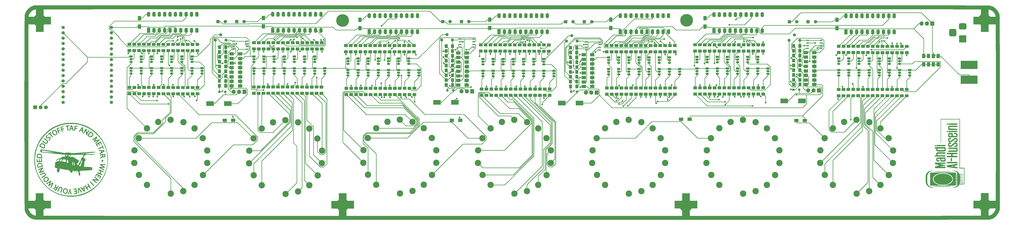
<source format=gbr>
G04 #@! TF.GenerationSoftware,KiCad,Pcbnew,(5.0.2)-1*
G04 #@! TF.CreationDate,2019-08-04T18:28:43-04:00*
G04 #@! TF.ProjectId,7971-MEDEVAC,37393731-2d4d-4454-9445-5641432e6b69,rev?*
G04 #@! TF.SameCoordinates,Original*
G04 #@! TF.FileFunction,Copper,L1,Top*
G04 #@! TF.FilePolarity,Positive*
%FSLAX46Y46*%
G04 Gerber Fmt 4.6, Leading zero omitted, Abs format (unit mm)*
G04 Created by KiCad (PCBNEW (5.0.2)-1) date 8/4/2019 6:28:43 PM*
%MOMM*%
%LPD*%
G01*
G04 APERTURE LIST*
G04 #@! TA.AperFunction,EtchedComponent*
%ADD10C,0.010000*%
G04 #@! TD*
G04 #@! TA.AperFunction,ComponentPad*
%ADD11R,1.500000X1.050000*%
G04 #@! TD*
G04 #@! TA.AperFunction,ComponentPad*
%ADD12O,1.500000X1.050000*%
G04 #@! TD*
G04 #@! TA.AperFunction,ComponentPad*
%ADD13C,6.000000*%
G04 #@! TD*
G04 #@! TA.AperFunction,ComponentPad*
%ADD14C,3.000000*%
G04 #@! TD*
G04 #@! TA.AperFunction,SMDPad,CuDef*
%ADD15R,2.000000X1.600000*%
G04 #@! TD*
G04 #@! TA.AperFunction,SMDPad,CuDef*
%ADD16R,1.600000X2.000000*%
G04 #@! TD*
G04 #@! TA.AperFunction,ComponentPad*
%ADD17R,3.500000X3.500000*%
G04 #@! TD*
G04 #@! TA.AperFunction,Conductor*
%ADD18C,0.100000*%
G04 #@! TD*
G04 #@! TA.AperFunction,ComponentPad*
%ADD19C,3.500000*%
G04 #@! TD*
G04 #@! TA.AperFunction,ComponentPad*
%ADD20O,1.905000X2.000000*%
G04 #@! TD*
G04 #@! TA.AperFunction,ComponentPad*
%ADD21R,1.905000X2.000000*%
G04 #@! TD*
G04 #@! TA.AperFunction,SMDPad,CuDef*
%ADD22C,1.425000*%
G04 #@! TD*
G04 #@! TA.AperFunction,ComponentPad*
%ADD23R,1.600000X2.400000*%
G04 #@! TD*
G04 #@! TA.AperFunction,ComponentPad*
%ADD24O,1.600000X2.400000*%
G04 #@! TD*
G04 #@! TA.AperFunction,ComponentPad*
%ADD25C,1.800000*%
G04 #@! TD*
G04 #@! TA.AperFunction,SMDPad,CuDef*
%ADD26R,1.143000X0.508000*%
G04 #@! TD*
G04 #@! TA.AperFunction,SMDPad,CuDef*
%ADD27R,1.100000X1.100000*%
G04 #@! TD*
G04 #@! TA.AperFunction,SMDPad,CuDef*
%ADD28R,3.600000X2.200000*%
G04 #@! TD*
G04 #@! TA.AperFunction,ComponentPad*
%ADD29C,1.440000*%
G04 #@! TD*
G04 #@! TA.AperFunction,ComponentPad*
%ADD30R,1.600000X1.600000*%
G04 #@! TD*
G04 #@! TA.AperFunction,ComponentPad*
%ADD31C,1.600000*%
G04 #@! TD*
G04 #@! TA.AperFunction,ComponentPad*
%ADD32C,1.524000*%
G04 #@! TD*
G04 #@! TA.AperFunction,ComponentPad*
%ADD33R,8.000000X4.000000*%
G04 #@! TD*
G04 #@! TA.AperFunction,ViaPad*
%ADD34C,0.800000*%
G04 #@! TD*
G04 #@! TA.AperFunction,Conductor*
%ADD35C,0.250000*%
G04 #@! TD*
G04 APERTURE END LIST*
D10*
G04 #@! TO.C,GX4*
G36*
X475326075Y-167256022D02*
X475714602Y-167255812D01*
X476096861Y-167255625D01*
X476472060Y-167255460D01*
X476839408Y-167255318D01*
X477198114Y-167255197D01*
X477547385Y-167255098D01*
X477886431Y-167255021D01*
X478214461Y-167254965D01*
X478530683Y-167254931D01*
X478834305Y-167254918D01*
X479124538Y-167254926D01*
X479400588Y-167254955D01*
X479661665Y-167255005D01*
X479906978Y-167255075D01*
X480135735Y-167255166D01*
X480347145Y-167255277D01*
X480540417Y-167255408D01*
X480714759Y-167255559D01*
X480869380Y-167255730D01*
X481003489Y-167255920D01*
X481116294Y-167256130D01*
X481207004Y-167256360D01*
X481274828Y-167256608D01*
X481318974Y-167256876D01*
X481338651Y-167257162D01*
X481339525Y-167257215D01*
X481380800Y-167261779D01*
X481380800Y-167853395D01*
X481523675Y-167860777D01*
X481582397Y-167863279D01*
X481659629Y-167865790D01*
X481748477Y-167868127D01*
X481842053Y-167870110D01*
X481933250Y-167871555D01*
X482199950Y-167874950D01*
X482203439Y-167676450D01*
X482206929Y-167477949D01*
X482132493Y-167378000D01*
X481967307Y-167176846D01*
X481786164Y-166995300D01*
X481589534Y-166833596D01*
X481377887Y-166691971D01*
X481151695Y-166570659D01*
X480911428Y-166469897D01*
X480657557Y-166389919D01*
X480390552Y-166330960D01*
X480110884Y-166293257D01*
X479939350Y-166281040D01*
X479890730Y-166278492D01*
X479861311Y-166276462D01*
X479851904Y-166274930D01*
X479863318Y-166273879D01*
X479896367Y-166273288D01*
X479951859Y-166273139D01*
X480030607Y-166273415D01*
X480133421Y-166274095D01*
X480212400Y-166274735D01*
X480366101Y-166276452D01*
X480496768Y-166278826D01*
X480606762Y-166281948D01*
X480698441Y-166285907D01*
X480774167Y-166290792D01*
X480836299Y-166296691D01*
X480855411Y-166299031D01*
X481142187Y-166347229D01*
X481415661Y-166414984D01*
X481674984Y-166501901D01*
X481919305Y-166607584D01*
X482147774Y-166731639D01*
X482359543Y-166873670D01*
X482553761Y-167033283D01*
X482664190Y-167140075D01*
X482803056Y-167293168D01*
X482922123Y-167447478D01*
X483026318Y-167610020D01*
X483120573Y-167787813D01*
X483123552Y-167793982D01*
X483149133Y-167845900D01*
X483167729Y-167878931D01*
X483182812Y-167897335D01*
X483197857Y-167905372D01*
X483215940Y-167907296D01*
X483275328Y-167908429D01*
X483352071Y-167910217D01*
X483443627Y-167912577D01*
X483547458Y-167915426D01*
X483661024Y-167918684D01*
X483781785Y-167922267D01*
X483907203Y-167926095D01*
X484034737Y-167930084D01*
X484161848Y-167934153D01*
X484285996Y-167938219D01*
X484404643Y-167942201D01*
X484515248Y-167946016D01*
X484615272Y-167949583D01*
X484702176Y-167952819D01*
X484773420Y-167955643D01*
X484826464Y-167957972D01*
X484858770Y-167959724D01*
X484868015Y-167960682D01*
X484870516Y-167976578D01*
X484867588Y-168006492D01*
X484866689Y-168011575D01*
X484858440Y-168055545D01*
X484443595Y-168063725D01*
X484317702Y-168066221D01*
X484177094Y-168069031D01*
X484029938Y-168071991D01*
X483884404Y-168074936D01*
X483748660Y-168077702D01*
X483640485Y-168079924D01*
X483252220Y-168087943D01*
X483289029Y-168210047D01*
X483306521Y-168272384D01*
X483326224Y-168349455D01*
X483345610Y-168431036D01*
X483360805Y-168500379D01*
X483374097Y-168562563D01*
X483386079Y-168615376D01*
X483395615Y-168654041D01*
X483401571Y-168673782D01*
X483402373Y-168675207D01*
X483415724Y-168676656D01*
X483451661Y-168678698D01*
X483507378Y-168681242D01*
X483580070Y-168684199D01*
X483666931Y-168687479D01*
X483765156Y-168690991D01*
X483871940Y-168694647D01*
X483984478Y-168698356D01*
X484099964Y-168702029D01*
X484215592Y-168705575D01*
X484328558Y-168708905D01*
X484436056Y-168711929D01*
X484535280Y-168714557D01*
X484623426Y-168716700D01*
X484697688Y-168718267D01*
X484755261Y-168719169D01*
X484781225Y-168719354D01*
X484873300Y-168719500D01*
X484873300Y-168769522D01*
X484871943Y-168800984D01*
X484863177Y-168816512D01*
X484839957Y-168823518D01*
X484819325Y-168826319D01*
X484796434Y-168827804D01*
X484750737Y-168829550D01*
X484684825Y-168831500D01*
X484601290Y-168833593D01*
X484502722Y-168835771D01*
X484391714Y-168837973D01*
X484270857Y-168840141D01*
X484142742Y-168842215D01*
X484092250Y-168842972D01*
X483934287Y-168845443D01*
X483800369Y-168847884D01*
X483689141Y-168850346D01*
X483599246Y-168852879D01*
X483529330Y-168855533D01*
X483478036Y-168858358D01*
X483444011Y-168861402D01*
X483425898Y-168864718D01*
X483421959Y-168867628D01*
X483423433Y-168884111D01*
X483426015Y-168922140D01*
X483429470Y-168977895D01*
X483433565Y-169047555D01*
X483438068Y-169127302D01*
X483440372Y-169169253D01*
X483455976Y-169456100D01*
X483539163Y-169456386D01*
X483561561Y-169456772D01*
X483605748Y-169457805D01*
X483668762Y-169459399D01*
X483747644Y-169461473D01*
X483839435Y-169463941D01*
X483941174Y-169466721D01*
X484049901Y-169469728D01*
X484162658Y-169472881D01*
X484276483Y-169476094D01*
X484388417Y-169479285D01*
X484495501Y-169482369D01*
X484594774Y-169485264D01*
X484683276Y-169487886D01*
X484758048Y-169490151D01*
X484816130Y-169491976D01*
X484854562Y-169493277D01*
X484870125Y-169493948D01*
X484872139Y-169505381D01*
X484873233Y-169533529D01*
X484873300Y-169543546D01*
X484873300Y-169592892D01*
X484495475Y-169600781D01*
X484376703Y-169603291D01*
X484245217Y-169606120D01*
X484109155Y-169609090D01*
X483976654Y-169612022D01*
X483855854Y-169614737D01*
X483784275Y-169616375D01*
X483450900Y-169624080D01*
X483450900Y-169913991D01*
X483451303Y-169997173D01*
X483452435Y-170071552D01*
X483454176Y-170133471D01*
X483456407Y-170179274D01*
X483459009Y-170205304D01*
X483460523Y-170209849D01*
X483474936Y-170211491D01*
X483511967Y-170213655D01*
X483568842Y-170216232D01*
X483642787Y-170219117D01*
X483731029Y-170222204D01*
X483830793Y-170225387D01*
X483939306Y-170228557D01*
X483971698Y-170229451D01*
X484091778Y-170232790D01*
X484212123Y-170236264D01*
X484328444Y-170239742D01*
X484436452Y-170243089D01*
X484531860Y-170246174D01*
X484610379Y-170248862D01*
X484666925Y-170250990D01*
X484860600Y-170258875D01*
X484860600Y-170354921D01*
X484527225Y-170362625D01*
X484416762Y-170365154D01*
X484289485Y-170368030D01*
X484153973Y-170371061D01*
X484018806Y-170374055D01*
X483892563Y-170376822D01*
X483830549Y-170378167D01*
X483467249Y-170386006D01*
X483458183Y-170658878D01*
X483455697Y-170739300D01*
X483453846Y-170810681D01*
X483452697Y-170869289D01*
X483452318Y-170911393D01*
X483452776Y-170933262D01*
X483453183Y-170935489D01*
X483466324Y-170936593D01*
X483502241Y-170938227D01*
X483558314Y-170940308D01*
X483631928Y-170942750D01*
X483720463Y-170945469D01*
X483821304Y-170948381D01*
X483931832Y-170951400D01*
X484003350Y-170953270D01*
X484125765Y-170956506D01*
X484246205Y-170959854D01*
X484360998Y-170963201D01*
X484466468Y-170966433D01*
X484558944Y-170969436D01*
X484634752Y-170972096D01*
X484690218Y-170974300D01*
X484705025Y-170974986D01*
X484860600Y-170982658D01*
X484860600Y-171081700D01*
X484768525Y-171081941D01*
X484716749Y-171082328D01*
X484647596Y-171083227D01*
X484563923Y-171084571D01*
X484468583Y-171086293D01*
X484364434Y-171088328D01*
X484254331Y-171090609D01*
X484141129Y-171093071D01*
X484027685Y-171095646D01*
X483916853Y-171098270D01*
X483811489Y-171100875D01*
X483714449Y-171103396D01*
X483628588Y-171105766D01*
X483556763Y-171107920D01*
X483501829Y-171109790D01*
X483466641Y-171111312D01*
X483454068Y-171112399D01*
X483451410Y-171126272D01*
X483447664Y-171160848D01*
X483443257Y-171211473D01*
X483438618Y-171273496D01*
X483436843Y-171299696D01*
X483431394Y-171376760D01*
X483425166Y-171455734D01*
X483418889Y-171527837D01*
X483413294Y-171584286D01*
X483412777Y-171588938D01*
X483407915Y-171638252D01*
X483405401Y-171677054D01*
X483405585Y-171699145D01*
X483406404Y-171701838D01*
X483419800Y-171703221D01*
X483456299Y-171705153D01*
X483513611Y-171707556D01*
X483589447Y-171710353D01*
X483681515Y-171713464D01*
X483787528Y-171716811D01*
X483905195Y-171720317D01*
X484032226Y-171723903D01*
X484126832Y-171726454D01*
X484259204Y-171730088D01*
X484383899Y-171733768D01*
X484498620Y-171737409D01*
X484601069Y-171740927D01*
X484688945Y-171744235D01*
X484759950Y-171747248D01*
X484811785Y-171749881D01*
X484842152Y-171752049D01*
X484849414Y-171753254D01*
X484853137Y-171769931D01*
X484852128Y-171800750D01*
X484851413Y-171806953D01*
X484845546Y-171852755D01*
X484117508Y-171864103D01*
X483983900Y-171866304D01*
X483857974Y-171868607D01*
X483742008Y-171870956D01*
X483638274Y-171873293D01*
X483549047Y-171875561D01*
X483476602Y-171877704D01*
X483423213Y-171879664D01*
X483391155Y-171881385D01*
X483382409Y-171882535D01*
X483377375Y-171896991D01*
X483368646Y-171931466D01*
X483357381Y-171981045D01*
X483344740Y-172040814D01*
X483342667Y-172050995D01*
X483326286Y-172127357D01*
X483307223Y-172209223D01*
X483288083Y-172285726D01*
X483274394Y-172336011D01*
X483257159Y-172400699D01*
X483249209Y-172443152D01*
X483250327Y-172464691D01*
X483252775Y-172467508D01*
X483268460Y-172469570D01*
X483307102Y-172471905D01*
X483366257Y-172474463D01*
X483443484Y-172477189D01*
X483536342Y-172480032D01*
X483642387Y-172482940D01*
X483759179Y-172485861D01*
X483884275Y-172488742D01*
X484015234Y-172491530D01*
X484149612Y-172494175D01*
X484284970Y-172496623D01*
X484418864Y-172498823D01*
X484548852Y-172500722D01*
X484672493Y-172502268D01*
X484787345Y-172503408D01*
X484890965Y-172504091D01*
X484971725Y-172504272D01*
X485355900Y-172504100D01*
X485355900Y-165201750D01*
X484324735Y-165198500D01*
X483293571Y-165195250D01*
X483267460Y-165150800D01*
X483241350Y-165106350D01*
X483238147Y-153520938D01*
X483234944Y-141935525D01*
X478894747Y-141931198D01*
X478563886Y-141930842D01*
X478239388Y-141930439D01*
X477922183Y-141929992D01*
X477613202Y-141929506D01*
X477313375Y-141928981D01*
X477023633Y-141928423D01*
X476744906Y-141927832D01*
X476478125Y-141927213D01*
X476224220Y-141926567D01*
X475984123Y-141925899D01*
X475758763Y-141925211D01*
X475549071Y-141924505D01*
X475355977Y-141923786D01*
X475180413Y-141923055D01*
X475023308Y-141922315D01*
X474885594Y-141921570D01*
X474768200Y-141920822D01*
X474672058Y-141920075D01*
X474598098Y-141919330D01*
X474547250Y-141918592D01*
X474520445Y-141917862D01*
X474516450Y-141917532D01*
X474474494Y-141916466D01*
X474452950Y-141927023D01*
X474450918Y-141928682D01*
X474448998Y-141931030D01*
X474447185Y-141934765D01*
X474445476Y-141940585D01*
X474443867Y-141949188D01*
X474442355Y-141961273D01*
X474440935Y-141977538D01*
X474439606Y-141998681D01*
X474438362Y-142025400D01*
X474437202Y-142058393D01*
X474436120Y-142098359D01*
X474435114Y-142145996D01*
X474434179Y-142202002D01*
X474433313Y-142267075D01*
X474432512Y-142341914D01*
X474431773Y-142427217D01*
X474431091Y-142523681D01*
X474430464Y-142632006D01*
X474429887Y-142752889D01*
X474429358Y-142887029D01*
X474428872Y-143035123D01*
X474428427Y-143197871D01*
X474428018Y-143375970D01*
X474427642Y-143570118D01*
X474427297Y-143781014D01*
X474426977Y-144009356D01*
X474426679Y-144255842D01*
X474426401Y-144521170D01*
X474426138Y-144806039D01*
X474425887Y-145111146D01*
X474425645Y-145437191D01*
X474425407Y-145784871D01*
X474425171Y-146154884D01*
X474424932Y-146547929D01*
X474424688Y-146964704D01*
X474424435Y-147405907D01*
X474424332Y-147585677D01*
X474424074Y-148036670D01*
X474423825Y-148462959D01*
X474423583Y-148865239D01*
X474423343Y-149244207D01*
X474423104Y-149600557D01*
X474422860Y-149934987D01*
X474422608Y-150248191D01*
X474422346Y-150540866D01*
X474422070Y-150813706D01*
X474421775Y-151067409D01*
X474421460Y-151302669D01*
X474421120Y-151520182D01*
X474420751Y-151720645D01*
X474420351Y-151904752D01*
X474419917Y-152073200D01*
X474419443Y-152226685D01*
X474418928Y-152365902D01*
X474418368Y-152491546D01*
X474417758Y-152604315D01*
X474417097Y-152704903D01*
X474416380Y-152794006D01*
X474415604Y-152872320D01*
X474414765Y-152940541D01*
X474413860Y-152999364D01*
X474412886Y-153049486D01*
X474411838Y-153091602D01*
X474410715Y-153126407D01*
X474409512Y-153154598D01*
X474408225Y-153176871D01*
X474406852Y-153193920D01*
X474405388Y-153206443D01*
X474403832Y-153215134D01*
X474402178Y-153220689D01*
X474400423Y-153223805D01*
X474398565Y-153225176D01*
X474396599Y-153225499D01*
X474396403Y-153225500D01*
X474374205Y-153215967D01*
X474347074Y-153191924D01*
X474336121Y-153178864D01*
X474300550Y-153132228D01*
X474300550Y-141700250D01*
X483316126Y-141700250D01*
X483368350Y-141789150D01*
X483371552Y-153368375D01*
X483374755Y-164947600D01*
X484383550Y-164947600D01*
X484555208Y-164947747D01*
X484716227Y-164948172D01*
X484864957Y-164948859D01*
X484999748Y-164949789D01*
X485118950Y-164950942D01*
X485220915Y-164952301D01*
X485303991Y-164953847D01*
X485366530Y-164955561D01*
X485406882Y-164957425D01*
X485423148Y-164959311D01*
X485450898Y-164981448D01*
X485474253Y-165021777D01*
X485474775Y-165023068D01*
X485476794Y-165029483D01*
X485478679Y-165038855D01*
X485480435Y-165052033D01*
X485482066Y-165069862D01*
X485483577Y-165093190D01*
X485484972Y-165122863D01*
X485486256Y-165159728D01*
X485487433Y-165204632D01*
X485488509Y-165258422D01*
X485489487Y-165321943D01*
X485490372Y-165396044D01*
X485491168Y-165481570D01*
X485491881Y-165579369D01*
X485492514Y-165690286D01*
X485493073Y-165815170D01*
X485493561Y-165954866D01*
X485493983Y-166110222D01*
X485494345Y-166282083D01*
X485494650Y-166471297D01*
X485494903Y-166678711D01*
X485495108Y-166905171D01*
X485495271Y-167151524D01*
X485495395Y-167418617D01*
X485495485Y-167707296D01*
X485495546Y-168018409D01*
X485495582Y-168352801D01*
X485495598Y-168711320D01*
X485495600Y-168901368D01*
X485495578Y-169288457D01*
X485495512Y-169650819D01*
X485495398Y-169989128D01*
X485495235Y-170304056D01*
X485495019Y-170596278D01*
X485494747Y-170866467D01*
X485494418Y-171115294D01*
X485494027Y-171343435D01*
X485493574Y-171551562D01*
X485493054Y-171740349D01*
X485492465Y-171910468D01*
X485491805Y-172062593D01*
X485491072Y-172197397D01*
X485490261Y-172315554D01*
X485489371Y-172417737D01*
X485488399Y-172504618D01*
X485487342Y-172576872D01*
X485486198Y-172635172D01*
X485484963Y-172680191D01*
X485483636Y-172712601D01*
X485482213Y-172733077D01*
X485480693Y-172742292D01*
X485480360Y-172742860D01*
X485471685Y-172745598D01*
X485450676Y-172748018D01*
X485416146Y-172750135D01*
X485366911Y-172751966D01*
X485301787Y-172753524D01*
X485219589Y-172754826D01*
X485119133Y-172755887D01*
X484999234Y-172756721D01*
X484858706Y-172757344D01*
X484696367Y-172757772D01*
X484511030Y-172758019D01*
X484301512Y-172758100D01*
X483125371Y-172758100D01*
X483069174Y-172868932D01*
X482951269Y-173073781D01*
X482811841Y-173266911D01*
X482652893Y-173446178D01*
X482476431Y-173609437D01*
X482284458Y-173754542D01*
X482178092Y-173822761D01*
X481951353Y-173945222D01*
X481707879Y-174048907D01*
X481448239Y-174133633D01*
X481173004Y-174199217D01*
X480882742Y-174245478D01*
X480847012Y-174249712D01*
X480767514Y-174257805D01*
X480676926Y-174265351D01*
X480578411Y-174272241D01*
X480475131Y-174278366D01*
X480370247Y-174283618D01*
X480266923Y-174287886D01*
X480168321Y-174291063D01*
X480077602Y-174293039D01*
X479997929Y-174293704D01*
X479932464Y-174292951D01*
X479884370Y-174290669D01*
X479856809Y-174286750D01*
X479851645Y-174284035D01*
X479861293Y-174279512D01*
X479892234Y-174273910D01*
X479940416Y-174267772D01*
X480001782Y-174261638D01*
X480048231Y-174257801D01*
X480207149Y-174243188D01*
X480364145Y-174224001D01*
X480512152Y-174201245D01*
X480644103Y-174175930D01*
X480681565Y-174167504D01*
X480874128Y-174114096D01*
X481066417Y-174045098D01*
X481252584Y-173963141D01*
X481426780Y-173870857D01*
X481583155Y-173770876D01*
X481615750Y-173747244D01*
X481703894Y-173677018D01*
X481798921Y-173593195D01*
X481895100Y-173501426D01*
X481986699Y-173407361D01*
X482067985Y-173316649D01*
X482127179Y-173243094D01*
X482206300Y-173137537D01*
X482206300Y-172758100D01*
X482206300Y-172442619D01*
X482206300Y-172174511D01*
X482205920Y-172079662D01*
X482204686Y-172007767D01*
X482202457Y-171956387D01*
X482199090Y-171923088D01*
X482194446Y-171905430D01*
X482190425Y-171901094D01*
X482174199Y-171900057D01*
X482171316Y-171900027D01*
X482171316Y-171670748D01*
X482194227Y-171670033D01*
X482196775Y-171669564D01*
X482199613Y-171655894D01*
X482202114Y-171620637D01*
X482204145Y-171567606D01*
X482205571Y-171500611D01*
X482206257Y-171423466D01*
X482206300Y-171398451D01*
X482206300Y-171132500D01*
X482206300Y-170905653D01*
X482206300Y-170408600D01*
X482206300Y-170181974D01*
X482206300Y-169646600D01*
X482206300Y-169419815D01*
X482206300Y-169151809D01*
X482206300Y-168647235D01*
X482206300Y-168109900D01*
X481898325Y-168109977D01*
X481805199Y-168110345D01*
X481714038Y-168111336D01*
X481630047Y-168112846D01*
X481558435Y-168114770D01*
X481504405Y-168117005D01*
X481485575Y-168118209D01*
X481380800Y-168126365D01*
X481380800Y-168371383D01*
X481381310Y-168447655D01*
X481382732Y-168514908D01*
X481384901Y-168569137D01*
X481387653Y-168606335D01*
X481390822Y-168622496D01*
X481391118Y-168622779D01*
X481405906Y-168624615D01*
X481442965Y-168626817D01*
X481499172Y-168629271D01*
X481571403Y-168631857D01*
X481656534Y-168634461D01*
X481751442Y-168636966D01*
X481803868Y-168638196D01*
X482206300Y-168647235D01*
X482206300Y-169151809D01*
X482205916Y-169056857D01*
X482204672Y-168984863D01*
X482202427Y-168933394D01*
X482199039Y-168900018D01*
X482194368Y-168882302D01*
X482190425Y-168877973D01*
X482174199Y-168876824D01*
X482135802Y-168876342D01*
X482078450Y-168876500D01*
X482005363Y-168877270D01*
X481919759Y-168878625D01*
X481824856Y-168880535D01*
X481780850Y-168881547D01*
X481387150Y-168890950D01*
X481383709Y-169140736D01*
X481380269Y-169390522D01*
X481459909Y-169397492D01*
X481494546Y-169399697D01*
X481550117Y-169402237D01*
X481622162Y-169404954D01*
X481706220Y-169407689D01*
X481797830Y-169410284D01*
X481872925Y-169412138D01*
X482206300Y-169419815D01*
X482206300Y-169646600D01*
X481986069Y-169646600D01*
X481893891Y-169647161D01*
X481791741Y-169648701D01*
X481690200Y-169651007D01*
X481599847Y-169653864D01*
X481573319Y-169654933D01*
X481380800Y-169663266D01*
X481380800Y-170153450D01*
X481422075Y-170159794D01*
X481445141Y-170161688D01*
X481489978Y-170163912D01*
X481552960Y-170166343D01*
X481630460Y-170168853D01*
X481718853Y-170171319D01*
X481814513Y-170173615D01*
X481834825Y-170174056D01*
X482206300Y-170181974D01*
X482206300Y-170408600D01*
X482005128Y-170408600D01*
X481915611Y-170409196D01*
X481812306Y-170410825D01*
X481706793Y-170413255D01*
X481610653Y-170416252D01*
X481592378Y-170416945D01*
X481380800Y-170425289D01*
X481380800Y-170876333D01*
X481472875Y-170883372D01*
X481511661Y-170885655D01*
X481571037Y-170888280D01*
X481646194Y-170891076D01*
X481732326Y-170893872D01*
X481824627Y-170896498D01*
X481885625Y-170898032D01*
X482206300Y-170905653D01*
X482206300Y-171132500D01*
X481936425Y-171132558D01*
X481844631Y-171132993D01*
X481750801Y-171134167D01*
X481661741Y-171135945D01*
X481584255Y-171138190D01*
X481525150Y-171140764D01*
X481523675Y-171140849D01*
X481380800Y-171149081D01*
X481380800Y-171395190D01*
X481381229Y-171485950D01*
X481382622Y-171553821D01*
X481385137Y-171601297D01*
X481388930Y-171630877D01*
X481394160Y-171645055D01*
X481396675Y-171646969D01*
X481413336Y-171648885D01*
X481451301Y-171651169D01*
X481506789Y-171653714D01*
X481576024Y-171656413D01*
X481655225Y-171659160D01*
X481740615Y-171661847D01*
X481828415Y-171664368D01*
X481914846Y-171666616D01*
X481996130Y-171668485D01*
X482068489Y-171669868D01*
X482128144Y-171670658D01*
X482171316Y-171670748D01*
X482171316Y-171900027D01*
X482135800Y-171899647D01*
X482078446Y-171899835D01*
X482005357Y-171900594D01*
X481919750Y-171901895D01*
X481824844Y-171903711D01*
X481780850Y-171904668D01*
X481387150Y-171913550D01*
X481383707Y-172164066D01*
X481380265Y-172414582D01*
X481409107Y-172420531D01*
X481428746Y-172422287D01*
X481470374Y-172424382D01*
X481530583Y-172426698D01*
X481605964Y-172429121D01*
X481693111Y-172431536D01*
X481788615Y-172433825D01*
X481822125Y-172434549D01*
X482206300Y-172442619D01*
X482206300Y-172758100D01*
X481380800Y-172758100D01*
X481380800Y-173333589D01*
X481169221Y-173325245D01*
X481142546Y-173324693D01*
X481091305Y-173324149D01*
X481016333Y-173323617D01*
X480918465Y-173323096D01*
X480798536Y-173322588D01*
X480657380Y-173322094D01*
X480495831Y-173321615D01*
X480314725Y-173321152D01*
X480114897Y-173320707D01*
X479897180Y-173320280D01*
X479662409Y-173319874D01*
X479411419Y-173319488D01*
X479145045Y-173319124D01*
X478864121Y-173318783D01*
X478569482Y-173318467D01*
X478261963Y-173318176D01*
X477942397Y-173317913D01*
X477611621Y-173317676D01*
X477270468Y-173317469D01*
X476919773Y-173317293D01*
X476560370Y-173317147D01*
X476193095Y-173317034D01*
X475818782Y-173316955D01*
X475455156Y-173316912D01*
X475455156Y-173262230D01*
X475834700Y-173248947D01*
X476209352Y-173217800D01*
X476577485Y-173169173D01*
X476937471Y-173103449D01*
X477287685Y-173021011D01*
X477626499Y-172922242D01*
X477952286Y-172807526D01*
X478263420Y-172677247D01*
X478558273Y-172531787D01*
X478835218Y-172371531D01*
X479092630Y-172196860D01*
X479094800Y-172195263D01*
X479312366Y-172022810D01*
X479507213Y-171842860D01*
X479679023Y-171655896D01*
X479827483Y-171462398D01*
X479952276Y-171262846D01*
X480053087Y-171057723D01*
X480129601Y-170847508D01*
X480181503Y-170632684D01*
X480199740Y-170510200D01*
X480206329Y-170413548D01*
X480206471Y-170301146D01*
X480200627Y-170181689D01*
X480189260Y-170063870D01*
X480172833Y-169956381D01*
X480169354Y-169938700D01*
X480113681Y-169729525D01*
X480033783Y-169525001D01*
X479930512Y-169325762D01*
X479804724Y-169132439D01*
X479657271Y-168945665D01*
X479489008Y-168766073D01*
X479300789Y-168594294D01*
X479093468Y-168430961D01*
X478867898Y-168276707D01*
X478624934Y-168132164D01*
X478365430Y-167997964D01*
X478090239Y-167874739D01*
X477800215Y-167763123D01*
X477496213Y-167663746D01*
X477179086Y-167577242D01*
X476893725Y-167513059D01*
X476716949Y-167480075D01*
X476522957Y-167449209D01*
X476319915Y-167421627D01*
X476115988Y-167398491D01*
X476034100Y-167390568D01*
X475917680Y-167382016D01*
X475781415Y-167375531D01*
X475630762Y-167371115D01*
X475471179Y-167368765D01*
X475308123Y-167368483D01*
X475147051Y-167370268D01*
X474993422Y-167374121D01*
X474852692Y-167380041D01*
X474730319Y-167388027D01*
X474700600Y-167390587D01*
X474300139Y-167436477D01*
X473917280Y-167499276D01*
X473550335Y-167579367D01*
X473197619Y-167677133D01*
X472857445Y-167792955D01*
X472757500Y-167831315D01*
X472464609Y-167955982D01*
X472189688Y-168091848D01*
X471933379Y-168238300D01*
X471696321Y-168394724D01*
X471479157Y-168560506D01*
X471282527Y-168735031D01*
X471107071Y-168917685D01*
X470953433Y-169107854D01*
X470822251Y-169304925D01*
X470714168Y-169508282D01*
X470629824Y-169717312D01*
X470571055Y-169926000D01*
X470560375Y-169977142D01*
X470552557Y-170024261D01*
X470547174Y-170072915D01*
X470543800Y-170128660D01*
X470542010Y-170197053D01*
X470541377Y-170283650D01*
X470541350Y-170313350D01*
X470541723Y-170406350D01*
X470543129Y-170479514D01*
X470545994Y-170538397D01*
X470550742Y-170588558D01*
X470557801Y-170635551D01*
X470567596Y-170684935D01*
X470571055Y-170700700D01*
X470631326Y-170913454D01*
X470715590Y-171120663D01*
X470822937Y-171321766D01*
X470952453Y-171516202D01*
X471103227Y-171703408D01*
X471274345Y-171882825D01*
X471464897Y-172053891D01*
X471673969Y-172216044D01*
X471900650Y-172368723D01*
X472144027Y-172511368D01*
X472403187Y-172643416D01*
X472677220Y-172764307D01*
X472965212Y-172873478D01*
X473266251Y-172970370D01*
X473579425Y-173054420D01*
X473903822Y-173125068D01*
X474238530Y-173181752D01*
X474582636Y-173223910D01*
X474687900Y-173233670D01*
X475072347Y-173257265D01*
X475455156Y-173262230D01*
X475455156Y-173316912D01*
X475438266Y-173316910D01*
X475155771Y-173316900D01*
X469353900Y-173316900D01*
X469353899Y-170288147D01*
X469353899Y-167259393D01*
X475326075Y-167256022D01*
X475326075Y-167256022D01*
G37*
X475326075Y-167256022D02*
X475714602Y-167255812D01*
X476096861Y-167255625D01*
X476472060Y-167255460D01*
X476839408Y-167255318D01*
X477198114Y-167255197D01*
X477547385Y-167255098D01*
X477886431Y-167255021D01*
X478214461Y-167254965D01*
X478530683Y-167254931D01*
X478834305Y-167254918D01*
X479124538Y-167254926D01*
X479400588Y-167254955D01*
X479661665Y-167255005D01*
X479906978Y-167255075D01*
X480135735Y-167255166D01*
X480347145Y-167255277D01*
X480540417Y-167255408D01*
X480714759Y-167255559D01*
X480869380Y-167255730D01*
X481003489Y-167255920D01*
X481116294Y-167256130D01*
X481207004Y-167256360D01*
X481274828Y-167256608D01*
X481318974Y-167256876D01*
X481338651Y-167257162D01*
X481339525Y-167257215D01*
X481380800Y-167261779D01*
X481380800Y-167853395D01*
X481523675Y-167860777D01*
X481582397Y-167863279D01*
X481659629Y-167865790D01*
X481748477Y-167868127D01*
X481842053Y-167870110D01*
X481933250Y-167871555D01*
X482199950Y-167874950D01*
X482203439Y-167676450D01*
X482206929Y-167477949D01*
X482132493Y-167378000D01*
X481967307Y-167176846D01*
X481786164Y-166995300D01*
X481589534Y-166833596D01*
X481377887Y-166691971D01*
X481151695Y-166570659D01*
X480911428Y-166469897D01*
X480657557Y-166389919D01*
X480390552Y-166330960D01*
X480110884Y-166293257D01*
X479939350Y-166281040D01*
X479890730Y-166278492D01*
X479861311Y-166276462D01*
X479851904Y-166274930D01*
X479863318Y-166273879D01*
X479896367Y-166273288D01*
X479951859Y-166273139D01*
X480030607Y-166273415D01*
X480133421Y-166274095D01*
X480212400Y-166274735D01*
X480366101Y-166276452D01*
X480496768Y-166278826D01*
X480606762Y-166281948D01*
X480698441Y-166285907D01*
X480774167Y-166290792D01*
X480836299Y-166296691D01*
X480855411Y-166299031D01*
X481142187Y-166347229D01*
X481415661Y-166414984D01*
X481674984Y-166501901D01*
X481919305Y-166607584D01*
X482147774Y-166731639D01*
X482359543Y-166873670D01*
X482553761Y-167033283D01*
X482664190Y-167140075D01*
X482803056Y-167293168D01*
X482922123Y-167447478D01*
X483026318Y-167610020D01*
X483120573Y-167787813D01*
X483123552Y-167793982D01*
X483149133Y-167845900D01*
X483167729Y-167878931D01*
X483182812Y-167897335D01*
X483197857Y-167905372D01*
X483215940Y-167907296D01*
X483275328Y-167908429D01*
X483352071Y-167910217D01*
X483443627Y-167912577D01*
X483547458Y-167915426D01*
X483661024Y-167918684D01*
X483781785Y-167922267D01*
X483907203Y-167926095D01*
X484034737Y-167930084D01*
X484161848Y-167934153D01*
X484285996Y-167938219D01*
X484404643Y-167942201D01*
X484515248Y-167946016D01*
X484615272Y-167949583D01*
X484702176Y-167952819D01*
X484773420Y-167955643D01*
X484826464Y-167957972D01*
X484858770Y-167959724D01*
X484868015Y-167960682D01*
X484870516Y-167976578D01*
X484867588Y-168006492D01*
X484866689Y-168011575D01*
X484858440Y-168055545D01*
X484443595Y-168063725D01*
X484317702Y-168066221D01*
X484177094Y-168069031D01*
X484029938Y-168071991D01*
X483884404Y-168074936D01*
X483748660Y-168077702D01*
X483640485Y-168079924D01*
X483252220Y-168087943D01*
X483289029Y-168210047D01*
X483306521Y-168272384D01*
X483326224Y-168349455D01*
X483345610Y-168431036D01*
X483360805Y-168500379D01*
X483374097Y-168562563D01*
X483386079Y-168615376D01*
X483395615Y-168654041D01*
X483401571Y-168673782D01*
X483402373Y-168675207D01*
X483415724Y-168676656D01*
X483451661Y-168678698D01*
X483507378Y-168681242D01*
X483580070Y-168684199D01*
X483666931Y-168687479D01*
X483765156Y-168690991D01*
X483871940Y-168694647D01*
X483984478Y-168698356D01*
X484099964Y-168702029D01*
X484215592Y-168705575D01*
X484328558Y-168708905D01*
X484436056Y-168711929D01*
X484535280Y-168714557D01*
X484623426Y-168716700D01*
X484697688Y-168718267D01*
X484755261Y-168719169D01*
X484781225Y-168719354D01*
X484873300Y-168719500D01*
X484873300Y-168769522D01*
X484871943Y-168800984D01*
X484863177Y-168816512D01*
X484839957Y-168823518D01*
X484819325Y-168826319D01*
X484796434Y-168827804D01*
X484750737Y-168829550D01*
X484684825Y-168831500D01*
X484601290Y-168833593D01*
X484502722Y-168835771D01*
X484391714Y-168837973D01*
X484270857Y-168840141D01*
X484142742Y-168842215D01*
X484092250Y-168842972D01*
X483934287Y-168845443D01*
X483800369Y-168847884D01*
X483689141Y-168850346D01*
X483599246Y-168852879D01*
X483529330Y-168855533D01*
X483478036Y-168858358D01*
X483444011Y-168861402D01*
X483425898Y-168864718D01*
X483421959Y-168867628D01*
X483423433Y-168884111D01*
X483426015Y-168922140D01*
X483429470Y-168977895D01*
X483433565Y-169047555D01*
X483438068Y-169127302D01*
X483440372Y-169169253D01*
X483455976Y-169456100D01*
X483539163Y-169456386D01*
X483561561Y-169456772D01*
X483605748Y-169457805D01*
X483668762Y-169459399D01*
X483747644Y-169461473D01*
X483839435Y-169463941D01*
X483941174Y-169466721D01*
X484049901Y-169469728D01*
X484162658Y-169472881D01*
X484276483Y-169476094D01*
X484388417Y-169479285D01*
X484495501Y-169482369D01*
X484594774Y-169485264D01*
X484683276Y-169487886D01*
X484758048Y-169490151D01*
X484816130Y-169491976D01*
X484854562Y-169493277D01*
X484870125Y-169493948D01*
X484872139Y-169505381D01*
X484873233Y-169533529D01*
X484873300Y-169543546D01*
X484873300Y-169592892D01*
X484495475Y-169600781D01*
X484376703Y-169603291D01*
X484245217Y-169606120D01*
X484109155Y-169609090D01*
X483976654Y-169612022D01*
X483855854Y-169614737D01*
X483784275Y-169616375D01*
X483450900Y-169624080D01*
X483450900Y-169913991D01*
X483451303Y-169997173D01*
X483452435Y-170071552D01*
X483454176Y-170133471D01*
X483456407Y-170179274D01*
X483459009Y-170205304D01*
X483460523Y-170209849D01*
X483474936Y-170211491D01*
X483511967Y-170213655D01*
X483568842Y-170216232D01*
X483642787Y-170219117D01*
X483731029Y-170222204D01*
X483830793Y-170225387D01*
X483939306Y-170228557D01*
X483971698Y-170229451D01*
X484091778Y-170232790D01*
X484212123Y-170236264D01*
X484328444Y-170239742D01*
X484436452Y-170243089D01*
X484531860Y-170246174D01*
X484610379Y-170248862D01*
X484666925Y-170250990D01*
X484860600Y-170258875D01*
X484860600Y-170354921D01*
X484527225Y-170362625D01*
X484416762Y-170365154D01*
X484289485Y-170368030D01*
X484153973Y-170371061D01*
X484018806Y-170374055D01*
X483892563Y-170376822D01*
X483830549Y-170378167D01*
X483467249Y-170386006D01*
X483458183Y-170658878D01*
X483455697Y-170739300D01*
X483453846Y-170810681D01*
X483452697Y-170869289D01*
X483452318Y-170911393D01*
X483452776Y-170933262D01*
X483453183Y-170935489D01*
X483466324Y-170936593D01*
X483502241Y-170938227D01*
X483558314Y-170940308D01*
X483631928Y-170942750D01*
X483720463Y-170945469D01*
X483821304Y-170948381D01*
X483931832Y-170951400D01*
X484003350Y-170953270D01*
X484125765Y-170956506D01*
X484246205Y-170959854D01*
X484360998Y-170963201D01*
X484466468Y-170966433D01*
X484558944Y-170969436D01*
X484634752Y-170972096D01*
X484690218Y-170974300D01*
X484705025Y-170974986D01*
X484860600Y-170982658D01*
X484860600Y-171081700D01*
X484768525Y-171081941D01*
X484716749Y-171082328D01*
X484647596Y-171083227D01*
X484563923Y-171084571D01*
X484468583Y-171086293D01*
X484364434Y-171088328D01*
X484254331Y-171090609D01*
X484141129Y-171093071D01*
X484027685Y-171095646D01*
X483916853Y-171098270D01*
X483811489Y-171100875D01*
X483714449Y-171103396D01*
X483628588Y-171105766D01*
X483556763Y-171107920D01*
X483501829Y-171109790D01*
X483466641Y-171111312D01*
X483454068Y-171112399D01*
X483451410Y-171126272D01*
X483447664Y-171160848D01*
X483443257Y-171211473D01*
X483438618Y-171273496D01*
X483436843Y-171299696D01*
X483431394Y-171376760D01*
X483425166Y-171455734D01*
X483418889Y-171527837D01*
X483413294Y-171584286D01*
X483412777Y-171588938D01*
X483407915Y-171638252D01*
X483405401Y-171677054D01*
X483405585Y-171699145D01*
X483406404Y-171701838D01*
X483419800Y-171703221D01*
X483456299Y-171705153D01*
X483513611Y-171707556D01*
X483589447Y-171710353D01*
X483681515Y-171713464D01*
X483787528Y-171716811D01*
X483905195Y-171720317D01*
X484032226Y-171723903D01*
X484126832Y-171726454D01*
X484259204Y-171730088D01*
X484383899Y-171733768D01*
X484498620Y-171737409D01*
X484601069Y-171740927D01*
X484688945Y-171744235D01*
X484759950Y-171747248D01*
X484811785Y-171749881D01*
X484842152Y-171752049D01*
X484849414Y-171753254D01*
X484853137Y-171769931D01*
X484852128Y-171800750D01*
X484851413Y-171806953D01*
X484845546Y-171852755D01*
X484117508Y-171864103D01*
X483983900Y-171866304D01*
X483857974Y-171868607D01*
X483742008Y-171870956D01*
X483638274Y-171873293D01*
X483549047Y-171875561D01*
X483476602Y-171877704D01*
X483423213Y-171879664D01*
X483391155Y-171881385D01*
X483382409Y-171882535D01*
X483377375Y-171896991D01*
X483368646Y-171931466D01*
X483357381Y-171981045D01*
X483344740Y-172040814D01*
X483342667Y-172050995D01*
X483326286Y-172127357D01*
X483307223Y-172209223D01*
X483288083Y-172285726D01*
X483274394Y-172336011D01*
X483257159Y-172400699D01*
X483249209Y-172443152D01*
X483250327Y-172464691D01*
X483252775Y-172467508D01*
X483268460Y-172469570D01*
X483307102Y-172471905D01*
X483366257Y-172474463D01*
X483443484Y-172477189D01*
X483536342Y-172480032D01*
X483642387Y-172482940D01*
X483759179Y-172485861D01*
X483884275Y-172488742D01*
X484015234Y-172491530D01*
X484149612Y-172494175D01*
X484284970Y-172496623D01*
X484418864Y-172498823D01*
X484548852Y-172500722D01*
X484672493Y-172502268D01*
X484787345Y-172503408D01*
X484890965Y-172504091D01*
X484971725Y-172504272D01*
X485355900Y-172504100D01*
X485355900Y-165201750D01*
X484324735Y-165198500D01*
X483293571Y-165195250D01*
X483267460Y-165150800D01*
X483241350Y-165106350D01*
X483238147Y-153520938D01*
X483234944Y-141935525D01*
X478894747Y-141931198D01*
X478563886Y-141930842D01*
X478239388Y-141930439D01*
X477922183Y-141929992D01*
X477613202Y-141929506D01*
X477313375Y-141928981D01*
X477023633Y-141928423D01*
X476744906Y-141927832D01*
X476478125Y-141927213D01*
X476224220Y-141926567D01*
X475984123Y-141925899D01*
X475758763Y-141925211D01*
X475549071Y-141924505D01*
X475355977Y-141923786D01*
X475180413Y-141923055D01*
X475023308Y-141922315D01*
X474885594Y-141921570D01*
X474768200Y-141920822D01*
X474672058Y-141920075D01*
X474598098Y-141919330D01*
X474547250Y-141918592D01*
X474520445Y-141917862D01*
X474516450Y-141917532D01*
X474474494Y-141916466D01*
X474452950Y-141927023D01*
X474450918Y-141928682D01*
X474448998Y-141931030D01*
X474447185Y-141934765D01*
X474445476Y-141940585D01*
X474443867Y-141949188D01*
X474442355Y-141961273D01*
X474440935Y-141977538D01*
X474439606Y-141998681D01*
X474438362Y-142025400D01*
X474437202Y-142058393D01*
X474436120Y-142098359D01*
X474435114Y-142145996D01*
X474434179Y-142202002D01*
X474433313Y-142267075D01*
X474432512Y-142341914D01*
X474431773Y-142427217D01*
X474431091Y-142523681D01*
X474430464Y-142632006D01*
X474429887Y-142752889D01*
X474429358Y-142887029D01*
X474428872Y-143035123D01*
X474428427Y-143197871D01*
X474428018Y-143375970D01*
X474427642Y-143570118D01*
X474427297Y-143781014D01*
X474426977Y-144009356D01*
X474426679Y-144255842D01*
X474426401Y-144521170D01*
X474426138Y-144806039D01*
X474425887Y-145111146D01*
X474425645Y-145437191D01*
X474425407Y-145784871D01*
X474425171Y-146154884D01*
X474424932Y-146547929D01*
X474424688Y-146964704D01*
X474424435Y-147405907D01*
X474424332Y-147585677D01*
X474424074Y-148036670D01*
X474423825Y-148462959D01*
X474423583Y-148865239D01*
X474423343Y-149244207D01*
X474423104Y-149600557D01*
X474422860Y-149934987D01*
X474422608Y-150248191D01*
X474422346Y-150540866D01*
X474422070Y-150813706D01*
X474421775Y-151067409D01*
X474421460Y-151302669D01*
X474421120Y-151520182D01*
X474420751Y-151720645D01*
X474420351Y-151904752D01*
X474419917Y-152073200D01*
X474419443Y-152226685D01*
X474418928Y-152365902D01*
X474418368Y-152491546D01*
X474417758Y-152604315D01*
X474417097Y-152704903D01*
X474416380Y-152794006D01*
X474415604Y-152872320D01*
X474414765Y-152940541D01*
X474413860Y-152999364D01*
X474412886Y-153049486D01*
X474411838Y-153091602D01*
X474410715Y-153126407D01*
X474409512Y-153154598D01*
X474408225Y-153176871D01*
X474406852Y-153193920D01*
X474405388Y-153206443D01*
X474403832Y-153215134D01*
X474402178Y-153220689D01*
X474400423Y-153223805D01*
X474398565Y-153225176D01*
X474396599Y-153225499D01*
X474396403Y-153225500D01*
X474374205Y-153215967D01*
X474347074Y-153191924D01*
X474336121Y-153178864D01*
X474300550Y-153132228D01*
X474300550Y-141700250D01*
X483316126Y-141700250D01*
X483368350Y-141789150D01*
X483371552Y-153368375D01*
X483374755Y-164947600D01*
X484383550Y-164947600D01*
X484555208Y-164947747D01*
X484716227Y-164948172D01*
X484864957Y-164948859D01*
X484999748Y-164949789D01*
X485118950Y-164950942D01*
X485220915Y-164952301D01*
X485303991Y-164953847D01*
X485366530Y-164955561D01*
X485406882Y-164957425D01*
X485423148Y-164959311D01*
X485450898Y-164981448D01*
X485474253Y-165021777D01*
X485474775Y-165023068D01*
X485476794Y-165029483D01*
X485478679Y-165038855D01*
X485480435Y-165052033D01*
X485482066Y-165069862D01*
X485483577Y-165093190D01*
X485484972Y-165122863D01*
X485486256Y-165159728D01*
X485487433Y-165204632D01*
X485488509Y-165258422D01*
X485489487Y-165321943D01*
X485490372Y-165396044D01*
X485491168Y-165481570D01*
X485491881Y-165579369D01*
X485492514Y-165690286D01*
X485493073Y-165815170D01*
X485493561Y-165954866D01*
X485493983Y-166110222D01*
X485494345Y-166282083D01*
X485494650Y-166471297D01*
X485494903Y-166678711D01*
X485495108Y-166905171D01*
X485495271Y-167151524D01*
X485495395Y-167418617D01*
X485495485Y-167707296D01*
X485495546Y-168018409D01*
X485495582Y-168352801D01*
X485495598Y-168711320D01*
X485495600Y-168901368D01*
X485495578Y-169288457D01*
X485495512Y-169650819D01*
X485495398Y-169989128D01*
X485495235Y-170304056D01*
X485495019Y-170596278D01*
X485494747Y-170866467D01*
X485494418Y-171115294D01*
X485494027Y-171343435D01*
X485493574Y-171551562D01*
X485493054Y-171740349D01*
X485492465Y-171910468D01*
X485491805Y-172062593D01*
X485491072Y-172197397D01*
X485490261Y-172315554D01*
X485489371Y-172417737D01*
X485488399Y-172504618D01*
X485487342Y-172576872D01*
X485486198Y-172635172D01*
X485484963Y-172680191D01*
X485483636Y-172712601D01*
X485482213Y-172733077D01*
X485480693Y-172742292D01*
X485480360Y-172742860D01*
X485471685Y-172745598D01*
X485450676Y-172748018D01*
X485416146Y-172750135D01*
X485366911Y-172751966D01*
X485301787Y-172753524D01*
X485219589Y-172754826D01*
X485119133Y-172755887D01*
X484999234Y-172756721D01*
X484858706Y-172757344D01*
X484696367Y-172757772D01*
X484511030Y-172758019D01*
X484301512Y-172758100D01*
X483125371Y-172758100D01*
X483069174Y-172868932D01*
X482951269Y-173073781D01*
X482811841Y-173266911D01*
X482652893Y-173446178D01*
X482476431Y-173609437D01*
X482284458Y-173754542D01*
X482178092Y-173822761D01*
X481951353Y-173945222D01*
X481707879Y-174048907D01*
X481448239Y-174133633D01*
X481173004Y-174199217D01*
X480882742Y-174245478D01*
X480847012Y-174249712D01*
X480767514Y-174257805D01*
X480676926Y-174265351D01*
X480578411Y-174272241D01*
X480475131Y-174278366D01*
X480370247Y-174283618D01*
X480266923Y-174287886D01*
X480168321Y-174291063D01*
X480077602Y-174293039D01*
X479997929Y-174293704D01*
X479932464Y-174292951D01*
X479884370Y-174290669D01*
X479856809Y-174286750D01*
X479851645Y-174284035D01*
X479861293Y-174279512D01*
X479892234Y-174273910D01*
X479940416Y-174267772D01*
X480001782Y-174261638D01*
X480048231Y-174257801D01*
X480207149Y-174243188D01*
X480364145Y-174224001D01*
X480512152Y-174201245D01*
X480644103Y-174175930D01*
X480681565Y-174167504D01*
X480874128Y-174114096D01*
X481066417Y-174045098D01*
X481252584Y-173963141D01*
X481426780Y-173870857D01*
X481583155Y-173770876D01*
X481615750Y-173747244D01*
X481703894Y-173677018D01*
X481798921Y-173593195D01*
X481895100Y-173501426D01*
X481986699Y-173407361D01*
X482067985Y-173316649D01*
X482127179Y-173243094D01*
X482206300Y-173137537D01*
X482206300Y-172758100D01*
X482206300Y-172442619D01*
X482206300Y-172174511D01*
X482205920Y-172079662D01*
X482204686Y-172007767D01*
X482202457Y-171956387D01*
X482199090Y-171923088D01*
X482194446Y-171905430D01*
X482190425Y-171901094D01*
X482174199Y-171900057D01*
X482171316Y-171900027D01*
X482171316Y-171670748D01*
X482194227Y-171670033D01*
X482196775Y-171669564D01*
X482199613Y-171655894D01*
X482202114Y-171620637D01*
X482204145Y-171567606D01*
X482205571Y-171500611D01*
X482206257Y-171423466D01*
X482206300Y-171398451D01*
X482206300Y-171132500D01*
X482206300Y-170905653D01*
X482206300Y-170408600D01*
X482206300Y-170181974D01*
X482206300Y-169646600D01*
X482206300Y-169419815D01*
X482206300Y-169151809D01*
X482206300Y-168647235D01*
X482206300Y-168109900D01*
X481898325Y-168109977D01*
X481805199Y-168110345D01*
X481714038Y-168111336D01*
X481630047Y-168112846D01*
X481558435Y-168114770D01*
X481504405Y-168117005D01*
X481485575Y-168118209D01*
X481380800Y-168126365D01*
X481380800Y-168371383D01*
X481381310Y-168447655D01*
X481382732Y-168514908D01*
X481384901Y-168569137D01*
X481387653Y-168606335D01*
X481390822Y-168622496D01*
X481391118Y-168622779D01*
X481405906Y-168624615D01*
X481442965Y-168626817D01*
X481499172Y-168629271D01*
X481571403Y-168631857D01*
X481656534Y-168634461D01*
X481751442Y-168636966D01*
X481803868Y-168638196D01*
X482206300Y-168647235D01*
X482206300Y-169151809D01*
X482205916Y-169056857D01*
X482204672Y-168984863D01*
X482202427Y-168933394D01*
X482199039Y-168900018D01*
X482194368Y-168882302D01*
X482190425Y-168877973D01*
X482174199Y-168876824D01*
X482135802Y-168876342D01*
X482078450Y-168876500D01*
X482005363Y-168877270D01*
X481919759Y-168878625D01*
X481824856Y-168880535D01*
X481780850Y-168881547D01*
X481387150Y-168890950D01*
X481383709Y-169140736D01*
X481380269Y-169390522D01*
X481459909Y-169397492D01*
X481494546Y-169399697D01*
X481550117Y-169402237D01*
X481622162Y-169404954D01*
X481706220Y-169407689D01*
X481797830Y-169410284D01*
X481872925Y-169412138D01*
X482206300Y-169419815D01*
X482206300Y-169646600D01*
X481986069Y-169646600D01*
X481893891Y-169647161D01*
X481791741Y-169648701D01*
X481690200Y-169651007D01*
X481599847Y-169653864D01*
X481573319Y-169654933D01*
X481380800Y-169663266D01*
X481380800Y-170153450D01*
X481422075Y-170159794D01*
X481445141Y-170161688D01*
X481489978Y-170163912D01*
X481552960Y-170166343D01*
X481630460Y-170168853D01*
X481718853Y-170171319D01*
X481814513Y-170173615D01*
X481834825Y-170174056D01*
X482206300Y-170181974D01*
X482206300Y-170408600D01*
X482005128Y-170408600D01*
X481915611Y-170409196D01*
X481812306Y-170410825D01*
X481706793Y-170413255D01*
X481610653Y-170416252D01*
X481592378Y-170416945D01*
X481380800Y-170425289D01*
X481380800Y-170876333D01*
X481472875Y-170883372D01*
X481511661Y-170885655D01*
X481571037Y-170888280D01*
X481646194Y-170891076D01*
X481732326Y-170893872D01*
X481824627Y-170896498D01*
X481885625Y-170898032D01*
X482206300Y-170905653D01*
X482206300Y-171132500D01*
X481936425Y-171132558D01*
X481844631Y-171132993D01*
X481750801Y-171134167D01*
X481661741Y-171135945D01*
X481584255Y-171138190D01*
X481525150Y-171140764D01*
X481523675Y-171140849D01*
X481380800Y-171149081D01*
X481380800Y-171395190D01*
X481381229Y-171485950D01*
X481382622Y-171553821D01*
X481385137Y-171601297D01*
X481388930Y-171630877D01*
X481394160Y-171645055D01*
X481396675Y-171646969D01*
X481413336Y-171648885D01*
X481451301Y-171651169D01*
X481506789Y-171653714D01*
X481576024Y-171656413D01*
X481655225Y-171659160D01*
X481740615Y-171661847D01*
X481828415Y-171664368D01*
X481914846Y-171666616D01*
X481996130Y-171668485D01*
X482068489Y-171669868D01*
X482128144Y-171670658D01*
X482171316Y-171670748D01*
X482171316Y-171900027D01*
X482135800Y-171899647D01*
X482078446Y-171899835D01*
X482005357Y-171900594D01*
X481919750Y-171901895D01*
X481824844Y-171903711D01*
X481780850Y-171904668D01*
X481387150Y-171913550D01*
X481383707Y-172164066D01*
X481380265Y-172414582D01*
X481409107Y-172420531D01*
X481428746Y-172422287D01*
X481470374Y-172424382D01*
X481530583Y-172426698D01*
X481605964Y-172429121D01*
X481693111Y-172431536D01*
X481788615Y-172433825D01*
X481822125Y-172434549D01*
X482206300Y-172442619D01*
X482206300Y-172758100D01*
X481380800Y-172758100D01*
X481380800Y-173333589D01*
X481169221Y-173325245D01*
X481142546Y-173324693D01*
X481091305Y-173324149D01*
X481016333Y-173323617D01*
X480918465Y-173323096D01*
X480798536Y-173322588D01*
X480657380Y-173322094D01*
X480495831Y-173321615D01*
X480314725Y-173321152D01*
X480114897Y-173320707D01*
X479897180Y-173320280D01*
X479662409Y-173319874D01*
X479411419Y-173319488D01*
X479145045Y-173319124D01*
X478864121Y-173318783D01*
X478569482Y-173318467D01*
X478261963Y-173318176D01*
X477942397Y-173317913D01*
X477611621Y-173317676D01*
X477270468Y-173317469D01*
X476919773Y-173317293D01*
X476560370Y-173317147D01*
X476193095Y-173317034D01*
X475818782Y-173316955D01*
X475455156Y-173316912D01*
X475455156Y-173262230D01*
X475834700Y-173248947D01*
X476209352Y-173217800D01*
X476577485Y-173169173D01*
X476937471Y-173103449D01*
X477287685Y-173021011D01*
X477626499Y-172922242D01*
X477952286Y-172807526D01*
X478263420Y-172677247D01*
X478558273Y-172531787D01*
X478835218Y-172371531D01*
X479092630Y-172196860D01*
X479094800Y-172195263D01*
X479312366Y-172022810D01*
X479507213Y-171842860D01*
X479679023Y-171655896D01*
X479827483Y-171462398D01*
X479952276Y-171262846D01*
X480053087Y-171057723D01*
X480129601Y-170847508D01*
X480181503Y-170632684D01*
X480199740Y-170510200D01*
X480206329Y-170413548D01*
X480206471Y-170301146D01*
X480200627Y-170181689D01*
X480189260Y-170063870D01*
X480172833Y-169956381D01*
X480169354Y-169938700D01*
X480113681Y-169729525D01*
X480033783Y-169525001D01*
X479930512Y-169325762D01*
X479804724Y-169132439D01*
X479657271Y-168945665D01*
X479489008Y-168766073D01*
X479300789Y-168594294D01*
X479093468Y-168430961D01*
X478867898Y-168276707D01*
X478624934Y-168132164D01*
X478365430Y-167997964D01*
X478090239Y-167874739D01*
X477800215Y-167763123D01*
X477496213Y-167663746D01*
X477179086Y-167577242D01*
X476893725Y-167513059D01*
X476716949Y-167480075D01*
X476522957Y-167449209D01*
X476319915Y-167421627D01*
X476115988Y-167398491D01*
X476034100Y-167390568D01*
X475917680Y-167382016D01*
X475781415Y-167375531D01*
X475630762Y-167371115D01*
X475471179Y-167368765D01*
X475308123Y-167368483D01*
X475147051Y-167370268D01*
X474993422Y-167374121D01*
X474852692Y-167380041D01*
X474730319Y-167388027D01*
X474700600Y-167390587D01*
X474300139Y-167436477D01*
X473917280Y-167499276D01*
X473550335Y-167579367D01*
X473197619Y-167677133D01*
X472857445Y-167792955D01*
X472757500Y-167831315D01*
X472464609Y-167955982D01*
X472189688Y-168091848D01*
X471933379Y-168238300D01*
X471696321Y-168394724D01*
X471479157Y-168560506D01*
X471282527Y-168735031D01*
X471107071Y-168917685D01*
X470953433Y-169107854D01*
X470822251Y-169304925D01*
X470714168Y-169508282D01*
X470629824Y-169717312D01*
X470571055Y-169926000D01*
X470560375Y-169977142D01*
X470552557Y-170024261D01*
X470547174Y-170072915D01*
X470543800Y-170128660D01*
X470542010Y-170197053D01*
X470541377Y-170283650D01*
X470541350Y-170313350D01*
X470541723Y-170406350D01*
X470543129Y-170479514D01*
X470545994Y-170538397D01*
X470550742Y-170588558D01*
X470557801Y-170635551D01*
X470567596Y-170684935D01*
X470571055Y-170700700D01*
X470631326Y-170913454D01*
X470715590Y-171120663D01*
X470822937Y-171321766D01*
X470952453Y-171516202D01*
X471103227Y-171703408D01*
X471274345Y-171882825D01*
X471464897Y-172053891D01*
X471673969Y-172216044D01*
X471900650Y-172368723D01*
X472144027Y-172511368D01*
X472403187Y-172643416D01*
X472677220Y-172764307D01*
X472965212Y-172873478D01*
X473266251Y-172970370D01*
X473579425Y-173054420D01*
X473903822Y-173125068D01*
X474238530Y-173181752D01*
X474582636Y-173223910D01*
X474687900Y-173233670D01*
X475072347Y-173257265D01*
X475455156Y-173262230D01*
X475455156Y-173316912D01*
X475438266Y-173316910D01*
X475155771Y-173316900D01*
X469353900Y-173316900D01*
X469353899Y-170288147D01*
X469353899Y-167259393D01*
X475326075Y-167256022D01*
G36*
X477925940Y-156961214D02*
X477953974Y-156891865D01*
X477999956Y-156831338D01*
X478058048Y-156786892D01*
X478071551Y-156780139D01*
X478079855Y-156776742D01*
X478089912Y-156773689D01*
X478103045Y-156770960D01*
X478120581Y-156768538D01*
X478143845Y-156766403D01*
X478174163Y-156764538D01*
X478212859Y-156762924D01*
X478261260Y-156761541D01*
X478320691Y-156760373D01*
X478392477Y-156759399D01*
X478477944Y-156758603D01*
X478578417Y-156757965D01*
X478695221Y-156757466D01*
X478829682Y-156757089D01*
X478983126Y-156756814D01*
X479156877Y-156756624D01*
X479352262Y-156756499D01*
X479570605Y-156756422D01*
X479773209Y-156756379D01*
X480043844Y-156756247D01*
X480289627Y-156755944D01*
X480511105Y-156755464D01*
X480708825Y-156754804D01*
X480883334Y-156753959D01*
X481035180Y-156752924D01*
X481164910Y-156751695D01*
X481273070Y-156750267D01*
X481360208Y-156748636D01*
X481426872Y-156746797D01*
X481473608Y-156744745D01*
X481500964Y-156742477D01*
X481504283Y-156741975D01*
X481593064Y-156716154D01*
X481664798Y-156672381D01*
X481719680Y-156610324D01*
X481757906Y-156529652D01*
X481779671Y-156430032D01*
X481785170Y-156311132D01*
X481783421Y-156267150D01*
X481768712Y-156153123D01*
X481738871Y-156059092D01*
X481693501Y-155984362D01*
X481632205Y-155928240D01*
X481571300Y-155896220D01*
X481562061Y-155892971D01*
X481550605Y-155890033D01*
X481535628Y-155887386D01*
X481515828Y-155885006D01*
X481489903Y-155882874D01*
X481456551Y-155880967D01*
X481414469Y-155879263D01*
X481362355Y-155877743D01*
X481298907Y-155876383D01*
X481222823Y-155875162D01*
X481132800Y-155874060D01*
X481027536Y-155873054D01*
X480905729Y-155872123D01*
X480766077Y-155871245D01*
X480607276Y-155870400D01*
X480428026Y-155869565D01*
X480227023Y-155868720D01*
X480002966Y-155867842D01*
X479806000Y-155867100D01*
X479559648Y-155866223D01*
X479337412Y-155865471D01*
X479138008Y-155864775D01*
X478960153Y-155864068D01*
X478802563Y-155863282D01*
X478663956Y-155862348D01*
X478543046Y-155861198D01*
X478438552Y-155859765D01*
X478349189Y-155857980D01*
X478273674Y-155855775D01*
X478210723Y-155853083D01*
X478159054Y-155849834D01*
X478117382Y-155845961D01*
X478084424Y-155841396D01*
X478058896Y-155836071D01*
X478039516Y-155829918D01*
X478024999Y-155822868D01*
X478014062Y-155814853D01*
X478005422Y-155805807D01*
X477997795Y-155795659D01*
X477989897Y-155784343D01*
X477980446Y-155771790D01*
X477979150Y-155770202D01*
X477939581Y-155703983D01*
X477921382Y-155631388D01*
X477923464Y-155557286D01*
X477944735Y-155486543D01*
X477984105Y-155424028D01*
X478040485Y-155374608D01*
X478071551Y-155357739D01*
X478079261Y-155354588D01*
X478088658Y-155351732D01*
X478100964Y-155349155D01*
X478117397Y-155346844D01*
X478139176Y-155344783D01*
X478167522Y-155342958D01*
X478203653Y-155341354D01*
X478248790Y-155339957D01*
X478304151Y-155338752D01*
X478370957Y-155337725D01*
X478450426Y-155336860D01*
X478543779Y-155336144D01*
X478652235Y-155335561D01*
X478777012Y-155335098D01*
X478919332Y-155334738D01*
X479080413Y-155334469D01*
X479261474Y-155334275D01*
X479463736Y-155334142D01*
X479688418Y-155334054D01*
X479936739Y-155333998D01*
X480054827Y-155333979D01*
X481986404Y-155333700D01*
X482042377Y-155363251D01*
X482084579Y-155392650D01*
X482124481Y-155431619D01*
X482136450Y-155446842D01*
X482153043Y-155471821D01*
X482164172Y-155494782D01*
X482171136Y-155521842D01*
X482175237Y-155559121D01*
X482177776Y-155612738D01*
X482178823Y-155646121D01*
X482183096Y-155791357D01*
X482142555Y-155829229D01*
X482112352Y-155852759D01*
X482085600Y-155866021D01*
X482078995Y-155867100D01*
X482040616Y-155873356D01*
X482018810Y-155890161D01*
X482015800Y-155901687D01*
X482023983Y-155919602D01*
X482045665Y-155949775D01*
X482076538Y-155986346D01*
X482084009Y-155994531D01*
X482140784Y-156063138D01*
X482183786Y-156133516D01*
X482214703Y-156210607D01*
X482235221Y-156299350D01*
X482247027Y-156404687D01*
X482250788Y-156483050D01*
X482251758Y-156553682D01*
X482250748Y-156622987D01*
X482247989Y-156682874D01*
X482243858Y-156724350D01*
X482216733Y-156848868D01*
X482176809Y-156960134D01*
X482132818Y-157042378D01*
X482079905Y-157111900D01*
X482018743Y-157166044D01*
X481941626Y-157211317D01*
X481921442Y-157220876D01*
X481901341Y-157230144D01*
X481882648Y-157238533D01*
X481864064Y-157246086D01*
X481844292Y-157252846D01*
X481822031Y-157258858D01*
X481795984Y-157264166D01*
X481764852Y-157268813D01*
X481727337Y-157272843D01*
X481682139Y-157276300D01*
X481627961Y-157279227D01*
X481563503Y-157281668D01*
X481487467Y-157283668D01*
X481398555Y-157285270D01*
X481295468Y-157286518D01*
X481176908Y-157287455D01*
X481041575Y-157288125D01*
X480888171Y-157288573D01*
X480715398Y-157288841D01*
X480521957Y-157288974D01*
X480306550Y-157289016D01*
X480067877Y-157289010D01*
X479901250Y-157289001D01*
X479653031Y-157288982D01*
X479428939Y-157288933D01*
X479227699Y-157288835D01*
X479048037Y-157288674D01*
X478888678Y-157288432D01*
X478748350Y-157288094D01*
X478625778Y-157287642D01*
X478519687Y-157287061D01*
X478428805Y-157286334D01*
X478351857Y-157285445D01*
X478287569Y-157284377D01*
X478234666Y-157283114D01*
X478191876Y-157281639D01*
X478157924Y-157279937D01*
X478131535Y-157277991D01*
X478111437Y-157275783D01*
X478096355Y-157273299D01*
X478085014Y-157270522D01*
X478076142Y-157267434D01*
X478071551Y-157265462D01*
X478008017Y-157223415D01*
X477959711Y-157164673D01*
X477929173Y-157094547D01*
X477918947Y-157018349D01*
X477925940Y-156961214D01*
X477925940Y-156961214D01*
G37*
X477925940Y-156961214D02*
X477953974Y-156891865D01*
X477999956Y-156831338D01*
X478058048Y-156786892D01*
X478071551Y-156780139D01*
X478079855Y-156776742D01*
X478089912Y-156773689D01*
X478103045Y-156770960D01*
X478120581Y-156768538D01*
X478143845Y-156766403D01*
X478174163Y-156764538D01*
X478212859Y-156762924D01*
X478261260Y-156761541D01*
X478320691Y-156760373D01*
X478392477Y-156759399D01*
X478477944Y-156758603D01*
X478578417Y-156757965D01*
X478695221Y-156757466D01*
X478829682Y-156757089D01*
X478983126Y-156756814D01*
X479156877Y-156756624D01*
X479352262Y-156756499D01*
X479570605Y-156756422D01*
X479773209Y-156756379D01*
X480043844Y-156756247D01*
X480289627Y-156755944D01*
X480511105Y-156755464D01*
X480708825Y-156754804D01*
X480883334Y-156753959D01*
X481035180Y-156752924D01*
X481164910Y-156751695D01*
X481273070Y-156750267D01*
X481360208Y-156748636D01*
X481426872Y-156746797D01*
X481473608Y-156744745D01*
X481500964Y-156742477D01*
X481504283Y-156741975D01*
X481593064Y-156716154D01*
X481664798Y-156672381D01*
X481719680Y-156610324D01*
X481757906Y-156529652D01*
X481779671Y-156430032D01*
X481785170Y-156311132D01*
X481783421Y-156267150D01*
X481768712Y-156153123D01*
X481738871Y-156059092D01*
X481693501Y-155984362D01*
X481632205Y-155928240D01*
X481571300Y-155896220D01*
X481562061Y-155892971D01*
X481550605Y-155890033D01*
X481535628Y-155887386D01*
X481515828Y-155885006D01*
X481489903Y-155882874D01*
X481456551Y-155880967D01*
X481414469Y-155879263D01*
X481362355Y-155877743D01*
X481298907Y-155876383D01*
X481222823Y-155875162D01*
X481132800Y-155874060D01*
X481027536Y-155873054D01*
X480905729Y-155872123D01*
X480766077Y-155871245D01*
X480607276Y-155870400D01*
X480428026Y-155869565D01*
X480227023Y-155868720D01*
X480002966Y-155867842D01*
X479806000Y-155867100D01*
X479559648Y-155866223D01*
X479337412Y-155865471D01*
X479138008Y-155864775D01*
X478960153Y-155864068D01*
X478802563Y-155863282D01*
X478663956Y-155862348D01*
X478543046Y-155861198D01*
X478438552Y-155859765D01*
X478349189Y-155857980D01*
X478273674Y-155855775D01*
X478210723Y-155853083D01*
X478159054Y-155849834D01*
X478117382Y-155845961D01*
X478084424Y-155841396D01*
X478058896Y-155836071D01*
X478039516Y-155829918D01*
X478024999Y-155822868D01*
X478014062Y-155814853D01*
X478005422Y-155805807D01*
X477997795Y-155795659D01*
X477989897Y-155784343D01*
X477980446Y-155771790D01*
X477979150Y-155770202D01*
X477939581Y-155703983D01*
X477921382Y-155631388D01*
X477923464Y-155557286D01*
X477944735Y-155486543D01*
X477984105Y-155424028D01*
X478040485Y-155374608D01*
X478071551Y-155357739D01*
X478079261Y-155354588D01*
X478088658Y-155351732D01*
X478100964Y-155349155D01*
X478117397Y-155346844D01*
X478139176Y-155344783D01*
X478167522Y-155342958D01*
X478203653Y-155341354D01*
X478248790Y-155339957D01*
X478304151Y-155338752D01*
X478370957Y-155337725D01*
X478450426Y-155336860D01*
X478543779Y-155336144D01*
X478652235Y-155335561D01*
X478777012Y-155335098D01*
X478919332Y-155334738D01*
X479080413Y-155334469D01*
X479261474Y-155334275D01*
X479463736Y-155334142D01*
X479688418Y-155334054D01*
X479936739Y-155333998D01*
X480054827Y-155333979D01*
X481986404Y-155333700D01*
X482042377Y-155363251D01*
X482084579Y-155392650D01*
X482124481Y-155431619D01*
X482136450Y-155446842D01*
X482153043Y-155471821D01*
X482164172Y-155494782D01*
X482171136Y-155521842D01*
X482175237Y-155559121D01*
X482177776Y-155612738D01*
X482178823Y-155646121D01*
X482183096Y-155791357D01*
X482142555Y-155829229D01*
X482112352Y-155852759D01*
X482085600Y-155866021D01*
X482078995Y-155867100D01*
X482040616Y-155873356D01*
X482018810Y-155890161D01*
X482015800Y-155901687D01*
X482023983Y-155919602D01*
X482045665Y-155949775D01*
X482076538Y-155986346D01*
X482084009Y-155994531D01*
X482140784Y-156063138D01*
X482183786Y-156133516D01*
X482214703Y-156210607D01*
X482235221Y-156299350D01*
X482247027Y-156404687D01*
X482250788Y-156483050D01*
X482251758Y-156553682D01*
X482250748Y-156622987D01*
X482247989Y-156682874D01*
X482243858Y-156724350D01*
X482216733Y-156848868D01*
X482176809Y-156960134D01*
X482132818Y-157042378D01*
X482079905Y-157111900D01*
X482018743Y-157166044D01*
X481941626Y-157211317D01*
X481921442Y-157220876D01*
X481901341Y-157230144D01*
X481882648Y-157238533D01*
X481864064Y-157246086D01*
X481844292Y-157252846D01*
X481822031Y-157258858D01*
X481795984Y-157264166D01*
X481764852Y-157268813D01*
X481727337Y-157272843D01*
X481682139Y-157276300D01*
X481627961Y-157279227D01*
X481563503Y-157281668D01*
X481487467Y-157283668D01*
X481398555Y-157285270D01*
X481295468Y-157286518D01*
X481176908Y-157287455D01*
X481041575Y-157288125D01*
X480888171Y-157288573D01*
X480715398Y-157288841D01*
X480521957Y-157288974D01*
X480306550Y-157289016D01*
X480067877Y-157289010D01*
X479901250Y-157289001D01*
X479653031Y-157288982D01*
X479428939Y-157288933D01*
X479227699Y-157288835D01*
X479048037Y-157288674D01*
X478888678Y-157288432D01*
X478748350Y-157288094D01*
X478625778Y-157287642D01*
X478519687Y-157287061D01*
X478428805Y-157286334D01*
X478351857Y-157285445D01*
X478287569Y-157284377D01*
X478234666Y-157283114D01*
X478191876Y-157281639D01*
X478157924Y-157279937D01*
X478131535Y-157277991D01*
X478111437Y-157275783D01*
X478096355Y-157273299D01*
X478085014Y-157270522D01*
X478076142Y-157267434D01*
X478071551Y-157265462D01*
X478008017Y-157223415D01*
X477959711Y-157164673D01*
X477929173Y-157094547D01*
X477918947Y-157018349D01*
X477925940Y-156961214D01*
G36*
X477850310Y-153860131D02*
X477858350Y-153716927D01*
X477874065Y-153584167D01*
X477896317Y-153473150D01*
X477939364Y-153347409D01*
X477999423Y-153239993D01*
X478075992Y-153151425D01*
X478168567Y-153082230D01*
X478276645Y-153032930D01*
X478335731Y-153016048D01*
X478378770Y-153009074D01*
X478439747Y-153003538D01*
X478514355Y-152999429D01*
X478598287Y-152996741D01*
X478687236Y-152995466D01*
X478776893Y-152995594D01*
X478862952Y-152997120D01*
X478941105Y-153000033D01*
X479007045Y-153004328D01*
X479056464Y-153009995D01*
X479085054Y-153017026D01*
X479085905Y-153017436D01*
X479151515Y-153063320D01*
X479198770Y-153122565D01*
X479227335Y-153190751D01*
X479236876Y-153263461D01*
X479227058Y-153336276D01*
X479197549Y-153404776D01*
X479148012Y-153464543D01*
X479121335Y-153485850D01*
X479067270Y-153523950D01*
X478773060Y-153531660D01*
X478689454Y-153533922D01*
X478614814Y-153536078D01*
X478552721Y-153538014D01*
X478506757Y-153539615D01*
X478480503Y-153540765D01*
X478475711Y-153541185D01*
X478465351Y-153549975D01*
X478442105Y-153570606D01*
X478422493Y-153588244D01*
X478389550Y-153622403D01*
X478364792Y-153660056D01*
X478347168Y-153705293D01*
X478335627Y-153762206D01*
X478329118Y-153834887D01*
X478326589Y-153927428D01*
X478326450Y-153962100D01*
X478326694Y-154038003D01*
X478327860Y-154093725D01*
X478330599Y-154134484D01*
X478335559Y-154165498D01*
X478343392Y-154191984D01*
X478354746Y-154219160D01*
X478359840Y-154230159D01*
X478395578Y-154291661D01*
X478439378Y-154336909D01*
X478494931Y-154367736D01*
X478565927Y-154385980D01*
X478656059Y-154393473D01*
X478689177Y-154393900D01*
X478837171Y-154385466D01*
X478977643Y-154359284D01*
X479114056Y-154314033D01*
X479249868Y-154248394D01*
X479388540Y-154161046D01*
X479483187Y-154090960D01*
X479529166Y-154054530D01*
X479575354Y-154016681D01*
X479624581Y-153974925D01*
X479679675Y-153926774D01*
X479743468Y-153869741D01*
X479818788Y-153801339D01*
X479908465Y-153719080D01*
X479953924Y-153677188D01*
X480125547Y-153524815D01*
X480287449Y-153393959D01*
X480441726Y-153283652D01*
X480590474Y-153192928D01*
X480735790Y-153120821D01*
X480879769Y-153066363D01*
X481024509Y-153028587D01*
X481172104Y-153006527D01*
X481324652Y-152999216D01*
X481418900Y-153001480D01*
X481582096Y-153016827D01*
X481724892Y-153046541D01*
X481848393Y-153091476D01*
X481953705Y-153152486D01*
X482041934Y-153230422D01*
X482114184Y-153326139D01*
X482171562Y-153440489D01*
X482215174Y-153574325D01*
X482227220Y-153625145D01*
X482235210Y-153676459D01*
X482241856Y-153747232D01*
X482247001Y-153831551D01*
X482250486Y-153923504D01*
X482252153Y-154017177D01*
X482251842Y-154106658D01*
X482249394Y-154186033D01*
X482244653Y-154249390D01*
X482244096Y-154254200D01*
X482217104Y-154412143D01*
X482176657Y-154548908D01*
X482122820Y-154664379D01*
X482055654Y-154758438D01*
X481975224Y-154830969D01*
X481911669Y-154868576D01*
X481864729Y-154890175D01*
X481820262Y-154907330D01*
X481774513Y-154920549D01*
X481723728Y-154930341D01*
X481664153Y-154937212D01*
X481592033Y-154941671D01*
X481503614Y-154944225D01*
X481395142Y-154945383D01*
X481342467Y-154945576D01*
X481005684Y-154946350D01*
X480942530Y-154913905D01*
X480876722Y-154867435D01*
X480831688Y-154806370D01*
X480807497Y-154730832D01*
X480802983Y-154673261D01*
X480804913Y-154621659D01*
X480812491Y-154584499D01*
X480828468Y-154550990D01*
X480838016Y-154535906D01*
X480871709Y-154494970D01*
X480913248Y-154457114D01*
X480925904Y-154447984D01*
X480978792Y-154412950D01*
X481290921Y-154406600D01*
X481391321Y-154404327D01*
X481469579Y-154401911D01*
X481528952Y-154399091D01*
X481572697Y-154395605D01*
X481604071Y-154391191D01*
X481626332Y-154385588D01*
X481642736Y-154378533D01*
X481643203Y-154378279D01*
X481691537Y-154342067D01*
X481728775Y-154291116D01*
X481755936Y-154222954D01*
X481774037Y-154135106D01*
X481783404Y-154037494D01*
X481784438Y-153907491D01*
X481770519Y-153797798D01*
X481741172Y-153707858D01*
X481695923Y-153637113D01*
X481634298Y-153585003D01*
X481555821Y-153550971D01*
X481460017Y-153534458D01*
X481355681Y-153534288D01*
X481255140Y-153544382D01*
X481158252Y-153562746D01*
X481062927Y-153590605D01*
X480967074Y-153629185D01*
X480868603Y-153679709D01*
X480765424Y-153743404D01*
X480655447Y-153821495D01*
X480536582Y-153915206D01*
X480406738Y-154025763D01*
X480263825Y-154154391D01*
X480205476Y-154208430D01*
X480050793Y-154349355D01*
X479908907Y-154471272D01*
X479777515Y-154575595D01*
X479654311Y-154663737D01*
X479536992Y-154737112D01*
X479423251Y-154797135D01*
X479310785Y-154845219D01*
X479197289Y-154882779D01*
X479080458Y-154911228D01*
X479050350Y-154917102D01*
X478998599Y-154923750D01*
X478926386Y-154928686D01*
X478838602Y-154931675D01*
X478740142Y-154932479D01*
X478732850Y-154932447D01*
X478615532Y-154930002D01*
X478518005Y-154923379D01*
X478434862Y-154911606D01*
X478360699Y-154893713D01*
X478290107Y-154868728D01*
X478231200Y-154842316D01*
X478143534Y-154786928D01*
X478062805Y-154710894D01*
X477992431Y-154618725D01*
X477935830Y-154514931D01*
X477896420Y-154404022D01*
X477895076Y-154398821D01*
X477872327Y-154283125D01*
X477857289Y-154150159D01*
X477849953Y-154006851D01*
X477850310Y-153860131D01*
X477850310Y-153860131D01*
G37*
X477850310Y-153860131D02*
X477858350Y-153716927D01*
X477874065Y-153584167D01*
X477896317Y-153473150D01*
X477939364Y-153347409D01*
X477999423Y-153239993D01*
X478075992Y-153151425D01*
X478168567Y-153082230D01*
X478276645Y-153032930D01*
X478335731Y-153016048D01*
X478378770Y-153009074D01*
X478439747Y-153003538D01*
X478514355Y-152999429D01*
X478598287Y-152996741D01*
X478687236Y-152995466D01*
X478776893Y-152995594D01*
X478862952Y-152997120D01*
X478941105Y-153000033D01*
X479007045Y-153004328D01*
X479056464Y-153009995D01*
X479085054Y-153017026D01*
X479085905Y-153017436D01*
X479151515Y-153063320D01*
X479198770Y-153122565D01*
X479227335Y-153190751D01*
X479236876Y-153263461D01*
X479227058Y-153336276D01*
X479197549Y-153404776D01*
X479148012Y-153464543D01*
X479121335Y-153485850D01*
X479067270Y-153523950D01*
X478773060Y-153531660D01*
X478689454Y-153533922D01*
X478614814Y-153536078D01*
X478552721Y-153538014D01*
X478506757Y-153539615D01*
X478480503Y-153540765D01*
X478475711Y-153541185D01*
X478465351Y-153549975D01*
X478442105Y-153570606D01*
X478422493Y-153588244D01*
X478389550Y-153622403D01*
X478364792Y-153660056D01*
X478347168Y-153705293D01*
X478335627Y-153762206D01*
X478329118Y-153834887D01*
X478326589Y-153927428D01*
X478326450Y-153962100D01*
X478326694Y-154038003D01*
X478327860Y-154093725D01*
X478330599Y-154134484D01*
X478335559Y-154165498D01*
X478343392Y-154191984D01*
X478354746Y-154219160D01*
X478359840Y-154230159D01*
X478395578Y-154291661D01*
X478439378Y-154336909D01*
X478494931Y-154367736D01*
X478565927Y-154385980D01*
X478656059Y-154393473D01*
X478689177Y-154393900D01*
X478837171Y-154385466D01*
X478977643Y-154359284D01*
X479114056Y-154314033D01*
X479249868Y-154248394D01*
X479388540Y-154161046D01*
X479483187Y-154090960D01*
X479529166Y-154054530D01*
X479575354Y-154016681D01*
X479624581Y-153974925D01*
X479679675Y-153926774D01*
X479743468Y-153869741D01*
X479818788Y-153801339D01*
X479908465Y-153719080D01*
X479953924Y-153677188D01*
X480125547Y-153524815D01*
X480287449Y-153393959D01*
X480441726Y-153283652D01*
X480590474Y-153192928D01*
X480735790Y-153120821D01*
X480879769Y-153066363D01*
X481024509Y-153028587D01*
X481172104Y-153006527D01*
X481324652Y-152999216D01*
X481418900Y-153001480D01*
X481582096Y-153016827D01*
X481724892Y-153046541D01*
X481848393Y-153091476D01*
X481953705Y-153152486D01*
X482041934Y-153230422D01*
X482114184Y-153326139D01*
X482171562Y-153440489D01*
X482215174Y-153574325D01*
X482227220Y-153625145D01*
X482235210Y-153676459D01*
X482241856Y-153747232D01*
X482247001Y-153831551D01*
X482250486Y-153923504D01*
X482252153Y-154017177D01*
X482251842Y-154106658D01*
X482249394Y-154186033D01*
X482244653Y-154249390D01*
X482244096Y-154254200D01*
X482217104Y-154412143D01*
X482176657Y-154548908D01*
X482122820Y-154664379D01*
X482055654Y-154758438D01*
X481975224Y-154830969D01*
X481911669Y-154868576D01*
X481864729Y-154890175D01*
X481820262Y-154907330D01*
X481774513Y-154920549D01*
X481723728Y-154930341D01*
X481664153Y-154937212D01*
X481592033Y-154941671D01*
X481503614Y-154944225D01*
X481395142Y-154945383D01*
X481342467Y-154945576D01*
X481005684Y-154946350D01*
X480942530Y-154913905D01*
X480876722Y-154867435D01*
X480831688Y-154806370D01*
X480807497Y-154730832D01*
X480802983Y-154673261D01*
X480804913Y-154621659D01*
X480812491Y-154584499D01*
X480828468Y-154550990D01*
X480838016Y-154535906D01*
X480871709Y-154494970D01*
X480913248Y-154457114D01*
X480925904Y-154447984D01*
X480978792Y-154412950D01*
X481290921Y-154406600D01*
X481391321Y-154404327D01*
X481469579Y-154401911D01*
X481528952Y-154399091D01*
X481572697Y-154395605D01*
X481604071Y-154391191D01*
X481626332Y-154385588D01*
X481642736Y-154378533D01*
X481643203Y-154378279D01*
X481691537Y-154342067D01*
X481728775Y-154291116D01*
X481755936Y-154222954D01*
X481774037Y-154135106D01*
X481783404Y-154037494D01*
X481784438Y-153907491D01*
X481770519Y-153797798D01*
X481741172Y-153707858D01*
X481695923Y-153637113D01*
X481634298Y-153585003D01*
X481555821Y-153550971D01*
X481460017Y-153534458D01*
X481355681Y-153534288D01*
X481255140Y-153544382D01*
X481158252Y-153562746D01*
X481062927Y-153590605D01*
X480967074Y-153629185D01*
X480868603Y-153679709D01*
X480765424Y-153743404D01*
X480655447Y-153821495D01*
X480536582Y-153915206D01*
X480406738Y-154025763D01*
X480263825Y-154154391D01*
X480205476Y-154208430D01*
X480050793Y-154349355D01*
X479908907Y-154471272D01*
X479777515Y-154575595D01*
X479654311Y-154663737D01*
X479536992Y-154737112D01*
X479423251Y-154797135D01*
X479310785Y-154845219D01*
X479197289Y-154882779D01*
X479080458Y-154911228D01*
X479050350Y-154917102D01*
X478998599Y-154923750D01*
X478926386Y-154928686D01*
X478838602Y-154931675D01*
X478740142Y-154932479D01*
X478732850Y-154932447D01*
X478615532Y-154930002D01*
X478518005Y-154923379D01*
X478434862Y-154911606D01*
X478360699Y-154893713D01*
X478290107Y-154868728D01*
X478231200Y-154842316D01*
X478143534Y-154786928D01*
X478062805Y-154710894D01*
X477992431Y-154618725D01*
X477935830Y-154514931D01*
X477896420Y-154404022D01*
X477895076Y-154398821D01*
X477872327Y-154283125D01*
X477857289Y-154150159D01*
X477849953Y-154006851D01*
X477850310Y-153860131D01*
G36*
X477862234Y-151456105D02*
X477881813Y-151315508D01*
X477912119Y-151194076D01*
X477953519Y-151090362D01*
X478006376Y-151002921D01*
X478071056Y-150930306D01*
X478074116Y-150927487D01*
X478124236Y-150884874D01*
X478173998Y-150850524D01*
X478226963Y-150823506D01*
X478286690Y-150802888D01*
X478356741Y-150787738D01*
X478440675Y-150777125D01*
X478542054Y-150770118D01*
X478664436Y-150765783D01*
X478694750Y-150765092D01*
X478803256Y-150763239D01*
X478889804Y-150763112D01*
X478957805Y-150765221D01*
X479010670Y-150770078D01*
X479051813Y-150778193D01*
X479084645Y-150790077D01*
X479112577Y-150806242D01*
X479139023Y-150827198D01*
X479145014Y-150832532D01*
X479193414Y-150884919D01*
X479221683Y-150939677D01*
X479232807Y-151004358D01*
X479232354Y-151053591D01*
X479220006Y-151131497D01*
X479191189Y-151192989D01*
X479143370Y-151242886D01*
X479126404Y-151255317D01*
X479098109Y-151272701D01*
X479068058Y-151285841D01*
X479032270Y-151295306D01*
X478986765Y-151301666D01*
X478927561Y-151305488D01*
X478850678Y-151307343D01*
X478759168Y-151307800D01*
X478673557Y-151308034D01*
X478609127Y-151308984D01*
X478561659Y-151311029D01*
X478526937Y-151314543D01*
X478500743Y-151319902D01*
X478478860Y-151327484D01*
X478464288Y-151334102D01*
X478412790Y-151370257D01*
X478373171Y-151423892D01*
X478344919Y-151496426D01*
X478327521Y-151589274D01*
X478320465Y-151703855D01*
X478320250Y-151732744D01*
X478324888Y-151846896D01*
X478339185Y-151939788D01*
X478364125Y-152014033D01*
X478400690Y-152072242D01*
X478449862Y-152117027D01*
X478469544Y-152129611D01*
X478504704Y-152147617D01*
X478540805Y-152158959D01*
X478586406Y-152165628D01*
X478639412Y-152169129D01*
X478802885Y-152165007D01*
X478963281Y-152136636D01*
X479121522Y-152083717D01*
X479278529Y-152005953D01*
X479412115Y-151919805D01*
X479476841Y-151870902D01*
X479556126Y-151806458D01*
X479646840Y-151729161D01*
X479745853Y-151641701D01*
X479850036Y-151546765D01*
X479894900Y-151505013D01*
X480064453Y-151351431D01*
X480223306Y-151218719D01*
X480373393Y-151105713D01*
X480516645Y-151011247D01*
X480654996Y-150934157D01*
X480790378Y-150873277D01*
X480924725Y-150827443D01*
X481059969Y-150795490D01*
X481077255Y-150792375D01*
X481165746Y-150781547D01*
X481268688Y-150776331D01*
X481378554Y-150776497D01*
X481487816Y-150781812D01*
X481588945Y-150792045D01*
X481674413Y-150806965D01*
X481691950Y-150811268D01*
X481825737Y-150857320D01*
X481940459Y-150920095D01*
X482036477Y-150999950D01*
X482114148Y-151097242D01*
X482173832Y-151212328D01*
X482211317Y-151326850D01*
X482231688Y-151429646D01*
X482245964Y-151550525D01*
X482253844Y-151682842D01*
X482255022Y-151819948D01*
X482249197Y-151955197D01*
X482243148Y-152024019D01*
X482218323Y-152180893D01*
X482179027Y-152317072D01*
X482125104Y-152432844D01*
X482056395Y-152528498D01*
X481972742Y-152604324D01*
X481902114Y-152647339D01*
X481859834Y-152667017D01*
X481816756Y-152682721D01*
X481769423Y-152694876D01*
X481714382Y-152703906D01*
X481648176Y-152710235D01*
X481567351Y-152714288D01*
X481468451Y-152716489D01*
X481348020Y-152717263D01*
X481332669Y-152717280D01*
X481230709Y-152717215D01*
X481150850Y-152716729D01*
X481089793Y-152715611D01*
X481044239Y-152713650D01*
X481010889Y-152710635D01*
X480986444Y-152706355D01*
X480967606Y-152700600D01*
X480951076Y-152693159D01*
X480950466Y-152692849D01*
X480884574Y-152646626D01*
X480836618Y-152586994D01*
X480807542Y-152518415D01*
X480798291Y-152445351D01*
X480809811Y-152372264D01*
X480843048Y-152303619D01*
X480862678Y-152278355D01*
X480885988Y-152252686D01*
X480907818Y-152232554D01*
X480931577Y-152217209D01*
X480960674Y-152205901D01*
X480998517Y-152197879D01*
X481048516Y-152192396D01*
X481114080Y-152188700D01*
X481198618Y-152186042D01*
X481291900Y-152183956D01*
X481391876Y-152181645D01*
X481469750Y-152179214D01*
X481528818Y-152176392D01*
X481572376Y-152172909D01*
X481603721Y-152168493D01*
X481626150Y-152162875D01*
X481642960Y-152155784D01*
X481644379Y-152155026D01*
X481695484Y-152113111D01*
X481735585Y-152049770D01*
X481764138Y-151966722D01*
X481780603Y-151865688D01*
X481784438Y-151748385D01*
X481783241Y-151714200D01*
X481771975Y-151597817D01*
X481749507Y-151503453D01*
X481714259Y-151429622D01*
X481664653Y-151374836D01*
X481599112Y-151337611D01*
X481516057Y-151316458D01*
X481413911Y-151309892D01*
X481355921Y-151311575D01*
X481224522Y-151325401D01*
X481102706Y-151353765D01*
X480980888Y-151399235D01*
X480917250Y-151429053D01*
X480851836Y-151463228D01*
X480787886Y-151500575D01*
X480722912Y-151543028D01*
X480654429Y-151592521D01*
X480579950Y-151650986D01*
X480496987Y-151720356D01*
X480403056Y-151802565D01*
X480295668Y-151899546D01*
X480206050Y-151981983D01*
X480101467Y-152077947D01*
X480011251Y-152158783D01*
X479931890Y-152227406D01*
X479859870Y-152286731D01*
X479791681Y-152339671D01*
X479723809Y-152389142D01*
X479672650Y-152424601D01*
X479528814Y-152515784D01*
X479392539Y-152587067D01*
X479258123Y-152640213D01*
X479119860Y-152676983D01*
X478972048Y-152699139D01*
X478808983Y-152708443D01*
X478751900Y-152708994D01*
X478599411Y-152704307D01*
X478467712Y-152689697D01*
X478353838Y-152664237D01*
X478254825Y-152627000D01*
X478167708Y-152577059D01*
X478089524Y-152513488D01*
X478072080Y-152496423D01*
X478010723Y-152426115D01*
X477961052Y-152349544D01*
X477922063Y-152263507D01*
X477892751Y-152164801D01*
X477872112Y-152050223D01*
X477859140Y-151916571D01*
X477853801Y-151800575D01*
X477853018Y-151617312D01*
X477862234Y-151456105D01*
X477862234Y-151456105D01*
G37*
X477862234Y-151456105D02*
X477881813Y-151315508D01*
X477912119Y-151194076D01*
X477953519Y-151090362D01*
X478006376Y-151002921D01*
X478071056Y-150930306D01*
X478074116Y-150927487D01*
X478124236Y-150884874D01*
X478173998Y-150850524D01*
X478226963Y-150823506D01*
X478286690Y-150802888D01*
X478356741Y-150787738D01*
X478440675Y-150777125D01*
X478542054Y-150770118D01*
X478664436Y-150765783D01*
X478694750Y-150765092D01*
X478803256Y-150763239D01*
X478889804Y-150763112D01*
X478957805Y-150765221D01*
X479010670Y-150770078D01*
X479051813Y-150778193D01*
X479084645Y-150790077D01*
X479112577Y-150806242D01*
X479139023Y-150827198D01*
X479145014Y-150832532D01*
X479193414Y-150884919D01*
X479221683Y-150939677D01*
X479232807Y-151004358D01*
X479232354Y-151053591D01*
X479220006Y-151131497D01*
X479191189Y-151192989D01*
X479143370Y-151242886D01*
X479126404Y-151255317D01*
X479098109Y-151272701D01*
X479068058Y-151285841D01*
X479032270Y-151295306D01*
X478986765Y-151301666D01*
X478927561Y-151305488D01*
X478850678Y-151307343D01*
X478759168Y-151307800D01*
X478673557Y-151308034D01*
X478609127Y-151308984D01*
X478561659Y-151311029D01*
X478526937Y-151314543D01*
X478500743Y-151319902D01*
X478478860Y-151327484D01*
X478464288Y-151334102D01*
X478412790Y-151370257D01*
X478373171Y-151423892D01*
X478344919Y-151496426D01*
X478327521Y-151589274D01*
X478320465Y-151703855D01*
X478320250Y-151732744D01*
X478324888Y-151846896D01*
X478339185Y-151939788D01*
X478364125Y-152014033D01*
X478400690Y-152072242D01*
X478449862Y-152117027D01*
X478469544Y-152129611D01*
X478504704Y-152147617D01*
X478540805Y-152158959D01*
X478586406Y-152165628D01*
X478639412Y-152169129D01*
X478802885Y-152165007D01*
X478963281Y-152136636D01*
X479121522Y-152083717D01*
X479278529Y-152005953D01*
X479412115Y-151919805D01*
X479476841Y-151870902D01*
X479556126Y-151806458D01*
X479646840Y-151729161D01*
X479745853Y-151641701D01*
X479850036Y-151546765D01*
X479894900Y-151505013D01*
X480064453Y-151351431D01*
X480223306Y-151218719D01*
X480373393Y-151105713D01*
X480516645Y-151011247D01*
X480654996Y-150934157D01*
X480790378Y-150873277D01*
X480924725Y-150827443D01*
X481059969Y-150795490D01*
X481077255Y-150792375D01*
X481165746Y-150781547D01*
X481268688Y-150776331D01*
X481378554Y-150776497D01*
X481487816Y-150781812D01*
X481588945Y-150792045D01*
X481674413Y-150806965D01*
X481691950Y-150811268D01*
X481825737Y-150857320D01*
X481940459Y-150920095D01*
X482036477Y-150999950D01*
X482114148Y-151097242D01*
X482173832Y-151212328D01*
X482211317Y-151326850D01*
X482231688Y-151429646D01*
X482245964Y-151550525D01*
X482253844Y-151682842D01*
X482255022Y-151819948D01*
X482249197Y-151955197D01*
X482243148Y-152024019D01*
X482218323Y-152180893D01*
X482179027Y-152317072D01*
X482125104Y-152432844D01*
X482056395Y-152528498D01*
X481972742Y-152604324D01*
X481902114Y-152647339D01*
X481859834Y-152667017D01*
X481816756Y-152682721D01*
X481769423Y-152694876D01*
X481714382Y-152703906D01*
X481648176Y-152710235D01*
X481567351Y-152714288D01*
X481468451Y-152716489D01*
X481348020Y-152717263D01*
X481332669Y-152717280D01*
X481230709Y-152717215D01*
X481150850Y-152716729D01*
X481089793Y-152715611D01*
X481044239Y-152713650D01*
X481010889Y-152710635D01*
X480986444Y-152706355D01*
X480967606Y-152700600D01*
X480951076Y-152693159D01*
X480950466Y-152692849D01*
X480884574Y-152646626D01*
X480836618Y-152586994D01*
X480807542Y-152518415D01*
X480798291Y-152445351D01*
X480809811Y-152372264D01*
X480843048Y-152303619D01*
X480862678Y-152278355D01*
X480885988Y-152252686D01*
X480907818Y-152232554D01*
X480931577Y-152217209D01*
X480960674Y-152205901D01*
X480998517Y-152197879D01*
X481048516Y-152192396D01*
X481114080Y-152188700D01*
X481198618Y-152186042D01*
X481291900Y-152183956D01*
X481391876Y-152181645D01*
X481469750Y-152179214D01*
X481528818Y-152176392D01*
X481572376Y-152172909D01*
X481603721Y-152168493D01*
X481626150Y-152162875D01*
X481642960Y-152155784D01*
X481644379Y-152155026D01*
X481695484Y-152113111D01*
X481735585Y-152049770D01*
X481764138Y-151966722D01*
X481780603Y-151865688D01*
X481784438Y-151748385D01*
X481783241Y-151714200D01*
X481771975Y-151597817D01*
X481749507Y-151503453D01*
X481714259Y-151429622D01*
X481664653Y-151374836D01*
X481599112Y-151337611D01*
X481516057Y-151316458D01*
X481413911Y-151309892D01*
X481355921Y-151311575D01*
X481224522Y-151325401D01*
X481102706Y-151353765D01*
X480980888Y-151399235D01*
X480917250Y-151429053D01*
X480851836Y-151463228D01*
X480787886Y-151500575D01*
X480722912Y-151543028D01*
X480654429Y-151592521D01*
X480579950Y-151650986D01*
X480496987Y-151720356D01*
X480403056Y-151802565D01*
X480295668Y-151899546D01*
X480206050Y-151981983D01*
X480101467Y-152077947D01*
X480011251Y-152158783D01*
X479931890Y-152227406D01*
X479859870Y-152286731D01*
X479791681Y-152339671D01*
X479723809Y-152389142D01*
X479672650Y-152424601D01*
X479528814Y-152515784D01*
X479392539Y-152587067D01*
X479258123Y-152640213D01*
X479119860Y-152676983D01*
X478972048Y-152699139D01*
X478808983Y-152708443D01*
X478751900Y-152708994D01*
X478599411Y-152704307D01*
X478467712Y-152689697D01*
X478353838Y-152664237D01*
X478254825Y-152627000D01*
X478167708Y-152577059D01*
X478089524Y-152513488D01*
X478072080Y-152496423D01*
X478010723Y-152426115D01*
X477961052Y-152349544D01*
X477922063Y-152263507D01*
X477892751Y-152164801D01*
X477872112Y-152050223D01*
X477859140Y-151916571D01*
X477853801Y-151800575D01*
X477853018Y-151617312D01*
X477862234Y-151456105D01*
G36*
X477856985Y-149299534D02*
X477858468Y-149217189D01*
X477861260Y-149151299D01*
X477865624Y-149097399D01*
X477871823Y-149051023D01*
X477879648Y-149009875D01*
X477918010Y-148870209D01*
X477968834Y-148751878D01*
X478033219Y-148653498D01*
X478112265Y-148573687D01*
X478207070Y-148511063D01*
X478311707Y-148466575D01*
X478415350Y-148431659D01*
X479024950Y-148431455D01*
X479634550Y-148431250D01*
X479705924Y-148464717D01*
X479796975Y-148519473D01*
X479869092Y-148590312D01*
X479923352Y-148676794D01*
X479964750Y-148760855D01*
X479971219Y-149148503D01*
X479977689Y-149536150D01*
X480011227Y-149599902D01*
X480053419Y-149662464D01*
X480111140Y-149724545D01*
X480176026Y-149778173D01*
X480235041Y-149813274D01*
X480248895Y-149819435D01*
X480263009Y-149824606D01*
X480279615Y-149828875D01*
X480300949Y-149832327D01*
X480329244Y-149835050D01*
X480366736Y-149837129D01*
X480415658Y-149838652D01*
X480478244Y-149839705D01*
X480556729Y-149840375D01*
X480653347Y-149840748D01*
X480770332Y-149840910D01*
X480909919Y-149840950D01*
X480949000Y-149840950D01*
X481094523Y-149840936D01*
X481216831Y-149840833D01*
X481318111Y-149840553D01*
X481400546Y-149840008D01*
X481466324Y-149839110D01*
X481517628Y-149837771D01*
X481556646Y-149835902D01*
X481585561Y-149833415D01*
X481606560Y-149830221D01*
X481621828Y-149826233D01*
X481633550Y-149821362D01*
X481643912Y-149815520D01*
X481648483Y-149812694D01*
X481698597Y-149766961D01*
X481737836Y-149699858D01*
X481765673Y-149613213D01*
X481781579Y-149508854D01*
X481785028Y-149388607D01*
X481783337Y-149345650D01*
X481772805Y-149236506D01*
X481753710Y-149149071D01*
X481724823Y-149080738D01*
X481684915Y-149028899D01*
X481632760Y-148990947D01*
X481611344Y-148980443D01*
X481596086Y-148974209D01*
X481579571Y-148969152D01*
X481559197Y-148965177D01*
X481532363Y-148962189D01*
X481496466Y-148960093D01*
X481448906Y-148958793D01*
X481387080Y-148958194D01*
X481308387Y-148958202D01*
X481210226Y-148958720D01*
X481089994Y-148959654D01*
X481052124Y-148959976D01*
X480941115Y-148960679D01*
X480837799Y-148960852D01*
X480744990Y-148960524D01*
X480665506Y-148959729D01*
X480602161Y-148958496D01*
X480557772Y-148956858D01*
X480535153Y-148954846D01*
X480533075Y-148954201D01*
X480520507Y-148940316D01*
X480519215Y-148918180D01*
X480529720Y-148882659D01*
X480543874Y-148848228D01*
X480560059Y-148801388D01*
X480574311Y-148743768D01*
X480581596Y-148701360D01*
X480602250Y-148608283D01*
X480638024Y-148535110D01*
X480689718Y-148480762D01*
X480758131Y-148444166D01*
X480777567Y-148437774D01*
X480802514Y-148433278D01*
X480843961Y-148429953D01*
X480903575Y-148427766D01*
X480983023Y-148426685D01*
X481083974Y-148426675D01*
X481208094Y-148427704D01*
X481253817Y-148428258D01*
X481374507Y-148429998D01*
X481472739Y-148431900D01*
X481551453Y-148434125D01*
X481613591Y-148436835D01*
X481662094Y-148440191D01*
X481699904Y-148444354D01*
X481729962Y-148449487D01*
X481755210Y-148455752D01*
X481755450Y-148455821D01*
X481874898Y-148501889D01*
X481977273Y-148566147D01*
X482062944Y-148649026D01*
X482132282Y-148750958D01*
X482185656Y-148872376D01*
X482220214Y-148998024D01*
X482231172Y-149065635D01*
X482240114Y-149152130D01*
X482246818Y-149251059D01*
X482251062Y-149355971D01*
X482252625Y-149460413D01*
X482251286Y-149557936D01*
X482246822Y-149642087D01*
X482243503Y-149675850D01*
X482216846Y-149832505D01*
X482176297Y-149968302D01*
X482121321Y-150083994D01*
X482051381Y-150180327D01*
X481965940Y-150258053D01*
X481864463Y-150317920D01*
X481755217Y-150358229D01*
X481653850Y-150387023D01*
X480053650Y-150387037D01*
X479818181Y-150387023D01*
X479606741Y-150386963D01*
X479417959Y-150386841D01*
X479250463Y-150386636D01*
X479102882Y-150386331D01*
X478973845Y-150385907D01*
X478908270Y-150385578D01*
X478908270Y-149845996D01*
X478988663Y-149845974D01*
X479050902Y-149844736D01*
X479098603Y-149842129D01*
X479135382Y-149837998D01*
X479164853Y-149832189D01*
X479176076Y-149829167D01*
X479270973Y-149789344D01*
X479351071Y-149731320D01*
X479414857Y-149658483D01*
X479460819Y-149574224D01*
X479487445Y-149481931D01*
X479493221Y-149384996D01*
X479476635Y-149286807D01*
X479449547Y-149216303D01*
X479398495Y-149135933D01*
X479330780Y-149066616D01*
X479252629Y-149014155D01*
X479214359Y-148997083D01*
X479190107Y-148988760D01*
X479165072Y-148982408D01*
X479135497Y-148977764D01*
X479097623Y-148974568D01*
X479047692Y-148972558D01*
X478981949Y-148971471D01*
X478896633Y-148971047D01*
X478839915Y-148971000D01*
X478735241Y-148971255D01*
X478652554Y-148972423D01*
X478588442Y-148975117D01*
X478539493Y-148979945D01*
X478502297Y-148987516D01*
X478473441Y-148998442D01*
X478449515Y-149013331D01*
X478427106Y-149032793D01*
X478412507Y-149047394D01*
X478381702Y-149084406D01*
X478358820Y-149126154D01*
X478342860Y-149176849D01*
X478332820Y-149240703D01*
X478327698Y-149321929D01*
X478326463Y-149409150D01*
X478328940Y-149518972D01*
X478337065Y-149607064D01*
X478351910Y-149676680D01*
X478374543Y-149731073D01*
X478406034Y-149773497D01*
X478447454Y-149807207D01*
X478459843Y-149814864D01*
X478475718Y-149823188D01*
X478493760Y-149829620D01*
X478517449Y-149834464D01*
X478550263Y-149838021D01*
X478595681Y-149840594D01*
X478657183Y-149842484D01*
X478738246Y-149843996D01*
X478806109Y-149844958D01*
X478908270Y-149845996D01*
X478908270Y-150385578D01*
X478861981Y-150385345D01*
X478765918Y-150384627D01*
X478684286Y-150383734D01*
X478615712Y-150382648D01*
X478558827Y-150381351D01*
X478512257Y-150379823D01*
X478474633Y-150378046D01*
X478444584Y-150376001D01*
X478420737Y-150373671D01*
X478401722Y-150371037D01*
X478386167Y-150368079D01*
X478372702Y-150364780D01*
X478370900Y-150364288D01*
X478245489Y-150319705D01*
X478140071Y-150260082D01*
X478053356Y-150184239D01*
X477984051Y-150090994D01*
X477930864Y-149979169D01*
X477921873Y-149953957D01*
X477901307Y-149889502D01*
X477885435Y-149829261D01*
X477873687Y-149768435D01*
X477865495Y-149702223D01*
X477860290Y-149625827D01*
X477857504Y-149534445D01*
X477856566Y-149423280D01*
X477856550Y-149402800D01*
X477856985Y-149299534D01*
X477856985Y-149299534D01*
G37*
X477856985Y-149299534D02*
X477858468Y-149217189D01*
X477861260Y-149151299D01*
X477865624Y-149097399D01*
X477871823Y-149051023D01*
X477879648Y-149009875D01*
X477918010Y-148870209D01*
X477968834Y-148751878D01*
X478033219Y-148653498D01*
X478112265Y-148573687D01*
X478207070Y-148511063D01*
X478311707Y-148466575D01*
X478415350Y-148431659D01*
X479024950Y-148431455D01*
X479634550Y-148431250D01*
X479705924Y-148464717D01*
X479796975Y-148519473D01*
X479869092Y-148590312D01*
X479923352Y-148676794D01*
X479964750Y-148760855D01*
X479971219Y-149148503D01*
X479977689Y-149536150D01*
X480011227Y-149599902D01*
X480053419Y-149662464D01*
X480111140Y-149724545D01*
X480176026Y-149778173D01*
X480235041Y-149813274D01*
X480248895Y-149819435D01*
X480263009Y-149824606D01*
X480279615Y-149828875D01*
X480300949Y-149832327D01*
X480329244Y-149835050D01*
X480366736Y-149837129D01*
X480415658Y-149838652D01*
X480478244Y-149839705D01*
X480556729Y-149840375D01*
X480653347Y-149840748D01*
X480770332Y-149840910D01*
X480909919Y-149840950D01*
X480949000Y-149840950D01*
X481094523Y-149840936D01*
X481216831Y-149840833D01*
X481318111Y-149840553D01*
X481400546Y-149840008D01*
X481466324Y-149839110D01*
X481517628Y-149837771D01*
X481556646Y-149835902D01*
X481585561Y-149833415D01*
X481606560Y-149830221D01*
X481621828Y-149826233D01*
X481633550Y-149821362D01*
X481643912Y-149815520D01*
X481648483Y-149812694D01*
X481698597Y-149766961D01*
X481737836Y-149699858D01*
X481765673Y-149613213D01*
X481781579Y-149508854D01*
X481785028Y-149388607D01*
X481783337Y-149345650D01*
X481772805Y-149236506D01*
X481753710Y-149149071D01*
X481724823Y-149080738D01*
X481684915Y-149028899D01*
X481632760Y-148990947D01*
X481611344Y-148980443D01*
X481596086Y-148974209D01*
X481579571Y-148969152D01*
X481559197Y-148965177D01*
X481532363Y-148962189D01*
X481496466Y-148960093D01*
X481448906Y-148958793D01*
X481387080Y-148958194D01*
X481308387Y-148958202D01*
X481210226Y-148958720D01*
X481089994Y-148959654D01*
X481052124Y-148959976D01*
X480941115Y-148960679D01*
X480837799Y-148960852D01*
X480744990Y-148960524D01*
X480665506Y-148959729D01*
X480602161Y-148958496D01*
X480557772Y-148956858D01*
X480535153Y-148954846D01*
X480533075Y-148954201D01*
X480520507Y-148940316D01*
X480519215Y-148918180D01*
X480529720Y-148882659D01*
X480543874Y-148848228D01*
X480560059Y-148801388D01*
X480574311Y-148743768D01*
X480581596Y-148701360D01*
X480602250Y-148608283D01*
X480638024Y-148535110D01*
X480689718Y-148480762D01*
X480758131Y-148444166D01*
X480777567Y-148437774D01*
X480802514Y-148433278D01*
X480843961Y-148429953D01*
X480903575Y-148427766D01*
X480983023Y-148426685D01*
X481083974Y-148426675D01*
X481208094Y-148427704D01*
X481253817Y-148428258D01*
X481374507Y-148429998D01*
X481472739Y-148431900D01*
X481551453Y-148434125D01*
X481613591Y-148436835D01*
X481662094Y-148440191D01*
X481699904Y-148444354D01*
X481729962Y-148449487D01*
X481755210Y-148455752D01*
X481755450Y-148455821D01*
X481874898Y-148501889D01*
X481977273Y-148566147D01*
X482062944Y-148649026D01*
X482132282Y-148750958D01*
X482185656Y-148872376D01*
X482220214Y-148998024D01*
X482231172Y-149065635D01*
X482240114Y-149152130D01*
X482246818Y-149251059D01*
X482251062Y-149355971D01*
X482252625Y-149460413D01*
X482251286Y-149557936D01*
X482246822Y-149642087D01*
X482243503Y-149675850D01*
X482216846Y-149832505D01*
X482176297Y-149968302D01*
X482121321Y-150083994D01*
X482051381Y-150180327D01*
X481965940Y-150258053D01*
X481864463Y-150317920D01*
X481755217Y-150358229D01*
X481653850Y-150387023D01*
X480053650Y-150387037D01*
X479818181Y-150387023D01*
X479606741Y-150386963D01*
X479417959Y-150386841D01*
X479250463Y-150386636D01*
X479102882Y-150386331D01*
X478973845Y-150385907D01*
X478908270Y-150385578D01*
X478908270Y-149845996D01*
X478988663Y-149845974D01*
X479050902Y-149844736D01*
X479098603Y-149842129D01*
X479135382Y-149837998D01*
X479164853Y-149832189D01*
X479176076Y-149829167D01*
X479270973Y-149789344D01*
X479351071Y-149731320D01*
X479414857Y-149658483D01*
X479460819Y-149574224D01*
X479487445Y-149481931D01*
X479493221Y-149384996D01*
X479476635Y-149286807D01*
X479449547Y-149216303D01*
X479398495Y-149135933D01*
X479330780Y-149066616D01*
X479252629Y-149014155D01*
X479214359Y-148997083D01*
X479190107Y-148988760D01*
X479165072Y-148982408D01*
X479135497Y-148977764D01*
X479097623Y-148974568D01*
X479047692Y-148972558D01*
X478981949Y-148971471D01*
X478896633Y-148971047D01*
X478839915Y-148971000D01*
X478735241Y-148971255D01*
X478652554Y-148972423D01*
X478588442Y-148975117D01*
X478539493Y-148979945D01*
X478502297Y-148987516D01*
X478473441Y-148998442D01*
X478449515Y-149013331D01*
X478427106Y-149032793D01*
X478412507Y-149047394D01*
X478381702Y-149084406D01*
X478358820Y-149126154D01*
X478342860Y-149176849D01*
X478332820Y-149240703D01*
X478327698Y-149321929D01*
X478326463Y-149409150D01*
X478328940Y-149518972D01*
X478337065Y-149607064D01*
X478351910Y-149676680D01*
X478374543Y-149731073D01*
X478406034Y-149773497D01*
X478447454Y-149807207D01*
X478459843Y-149814864D01*
X478475718Y-149823188D01*
X478493760Y-149829620D01*
X478517449Y-149834464D01*
X478550263Y-149838021D01*
X478595681Y-149840594D01*
X478657183Y-149842484D01*
X478738246Y-149843996D01*
X478806109Y-149844958D01*
X478908270Y-149845996D01*
X478908270Y-150385578D01*
X478861981Y-150385345D01*
X478765918Y-150384627D01*
X478684286Y-150383734D01*
X478615712Y-150382648D01*
X478558827Y-150381351D01*
X478512257Y-150379823D01*
X478474633Y-150378046D01*
X478444584Y-150376001D01*
X478420737Y-150373671D01*
X478401722Y-150371037D01*
X478386167Y-150368079D01*
X478372702Y-150364780D01*
X478370900Y-150364288D01*
X478245489Y-150319705D01*
X478140071Y-150260082D01*
X478053356Y-150184239D01*
X477984051Y-150090994D01*
X477930864Y-149979169D01*
X477921873Y-149953957D01*
X477901307Y-149889502D01*
X477885435Y-149829261D01*
X477873687Y-149768435D01*
X477865495Y-149702223D01*
X477860290Y-149625827D01*
X477857504Y-149534445D01*
X477856566Y-149423280D01*
X477856550Y-149402800D01*
X477856985Y-149299534D01*
G36*
X477232455Y-164019346D02*
X477249806Y-163968146D01*
X477295986Y-163890104D01*
X477359040Y-163820729D01*
X477432893Y-163765505D01*
X477511473Y-163729916D01*
X477514807Y-163728926D01*
X477531456Y-163725943D01*
X477571513Y-163719715D01*
X477633465Y-163710452D01*
X477715803Y-163698367D01*
X477817013Y-163683673D01*
X477935586Y-163666581D01*
X478070010Y-163647304D01*
X478218774Y-163626054D01*
X478380366Y-163603043D01*
X478553276Y-163578483D01*
X478735992Y-163552586D01*
X478927002Y-163525565D01*
X479124797Y-163497632D01*
X479327863Y-163468998D01*
X479534691Y-163439877D01*
X479743768Y-163410480D01*
X479953585Y-163381020D01*
X480162628Y-163351708D01*
X480369388Y-163322757D01*
X480572353Y-163294379D01*
X480770011Y-163266786D01*
X480960852Y-163240190D01*
X481143365Y-163214804D01*
X481316037Y-163190839D01*
X481477358Y-163168509D01*
X481625817Y-163148024D01*
X481759901Y-163129598D01*
X481878101Y-163113442D01*
X481978905Y-163099768D01*
X482060802Y-163088789D01*
X482122279Y-163080718D01*
X482161827Y-163075765D01*
X482177934Y-163074143D01*
X482178227Y-163074188D01*
X482179634Y-163087265D01*
X482181529Y-163122058D01*
X482183763Y-163174890D01*
X482186186Y-163242084D01*
X482188650Y-163319963D01*
X482189729Y-163357411D01*
X482197553Y-163637351D01*
X482141601Y-163645094D01*
X482115679Y-163648444D01*
X482067972Y-163654373D01*
X482001921Y-163662461D01*
X481920964Y-163672292D01*
X481828540Y-163683447D01*
X481728087Y-163695508D01*
X481660200Y-163703625D01*
X481543909Y-163717614D01*
X481449842Y-163729278D01*
X481374986Y-163739149D01*
X481316326Y-163747760D01*
X481270847Y-163755643D01*
X481235536Y-163763330D01*
X481207378Y-163771354D01*
X481183358Y-163780246D01*
X481160464Y-163790540D01*
X481156091Y-163792650D01*
X481076819Y-163844055D01*
X481014245Y-163911062D01*
X480970286Y-163989705D01*
X480946858Y-164076021D01*
X480945879Y-164166043D01*
X480954166Y-164210275D01*
X480990542Y-164306132D01*
X481045803Y-164386666D01*
X481118165Y-164449738D01*
X481183194Y-164484553D01*
X481203462Y-164489441D01*
X481245456Y-164496905D01*
X481305688Y-164506480D01*
X481380667Y-164517697D01*
X481466905Y-164530088D01*
X481560910Y-164543188D01*
X481659194Y-164556529D01*
X481758267Y-164569642D01*
X481854639Y-164582061D01*
X481944820Y-164593319D01*
X482025320Y-164602948D01*
X482092650Y-164610482D01*
X482143320Y-164615451D01*
X482173840Y-164617390D01*
X482175241Y-164617400D01*
X482181340Y-164620822D01*
X482185962Y-164633024D01*
X482189296Y-164656913D01*
X482191535Y-164695394D01*
X482192869Y-164751374D01*
X482193488Y-164827759D01*
X482193600Y-164896800D01*
X482193600Y-165176200D01*
X482158675Y-165176244D01*
X482142628Y-165174527D01*
X482102697Y-165169481D01*
X482040154Y-165161282D01*
X481956272Y-165150102D01*
X481852325Y-165136116D01*
X481729586Y-165119498D01*
X481589326Y-165100421D01*
X481432820Y-165079060D01*
X481261340Y-165055588D01*
X481076158Y-165030179D01*
X480878549Y-165003007D01*
X480669785Y-164974247D01*
X480451138Y-164944072D01*
X480229077Y-164913374D01*
X480229077Y-164372037D01*
X480254824Y-164370968D01*
X480299960Y-164353196D01*
X480348351Y-164319816D01*
X480391644Y-164277811D01*
X480421485Y-164234165D01*
X480423376Y-164230050D01*
X480438671Y-164167291D01*
X480436360Y-164097077D01*
X480416912Y-164029802D01*
X480414061Y-164023672D01*
X480371560Y-163963610D01*
X480312409Y-163921265D01*
X480240181Y-163898986D01*
X480221160Y-163896875D01*
X480192864Y-163897178D01*
X480144190Y-163900341D01*
X480078709Y-163905946D01*
X479999994Y-163913574D01*
X479911617Y-163922806D01*
X479817150Y-163933223D01*
X479720167Y-163944408D01*
X479624238Y-163955940D01*
X479532936Y-163967402D01*
X479449835Y-163978374D01*
X479378505Y-163988438D01*
X479322520Y-163997175D01*
X479285451Y-164004167D01*
X479271963Y-164008141D01*
X479236664Y-164040225D01*
X479216021Y-164086177D01*
X479210989Y-164138479D01*
X479222524Y-164189610D01*
X479244433Y-164224744D01*
X479279766Y-164264289D01*
X479743300Y-164322130D01*
X479885087Y-164339381D01*
X480005265Y-164353064D01*
X480103127Y-164363113D01*
X480177966Y-164369460D01*
X480229077Y-164372037D01*
X480229077Y-164913374D01*
X480223883Y-164912655D01*
X479989291Y-164880172D01*
X479831400Y-164858280D01*
X479547676Y-164818904D01*
X479288021Y-164782827D01*
X479051340Y-164749886D01*
X478836537Y-164719919D01*
X478642519Y-164692762D01*
X478468190Y-164668253D01*
X478312455Y-164646229D01*
X478174220Y-164626527D01*
X478052391Y-164608985D01*
X477945872Y-164593439D01*
X477853568Y-164579727D01*
X477774386Y-164567686D01*
X477707229Y-164557152D01*
X477651005Y-164547964D01*
X477604617Y-164539959D01*
X477566971Y-164532973D01*
X477536972Y-164526844D01*
X477513526Y-164521409D01*
X477495538Y-164516505D01*
X477481913Y-164511969D01*
X477471556Y-164507640D01*
X477470546Y-164507157D01*
X477384070Y-164451753D01*
X477313568Y-164376752D01*
X477262629Y-164290331D01*
X477232184Y-164200377D01*
X477222041Y-164107918D01*
X477232455Y-164019346D01*
X477232455Y-164019346D01*
G37*
X477232455Y-164019346D02*
X477249806Y-163968146D01*
X477295986Y-163890104D01*
X477359040Y-163820729D01*
X477432893Y-163765505D01*
X477511473Y-163729916D01*
X477514807Y-163728926D01*
X477531456Y-163725943D01*
X477571513Y-163719715D01*
X477633465Y-163710452D01*
X477715803Y-163698367D01*
X477817013Y-163683673D01*
X477935586Y-163666581D01*
X478070010Y-163647304D01*
X478218774Y-163626054D01*
X478380366Y-163603043D01*
X478553276Y-163578483D01*
X478735992Y-163552586D01*
X478927002Y-163525565D01*
X479124797Y-163497632D01*
X479327863Y-163468998D01*
X479534691Y-163439877D01*
X479743768Y-163410480D01*
X479953585Y-163381020D01*
X480162628Y-163351708D01*
X480369388Y-163322757D01*
X480572353Y-163294379D01*
X480770011Y-163266786D01*
X480960852Y-163240190D01*
X481143365Y-163214804D01*
X481316037Y-163190839D01*
X481477358Y-163168509D01*
X481625817Y-163148024D01*
X481759901Y-163129598D01*
X481878101Y-163113442D01*
X481978905Y-163099768D01*
X482060802Y-163088789D01*
X482122279Y-163080718D01*
X482161827Y-163075765D01*
X482177934Y-163074143D01*
X482178227Y-163074188D01*
X482179634Y-163087265D01*
X482181529Y-163122058D01*
X482183763Y-163174890D01*
X482186186Y-163242084D01*
X482188650Y-163319963D01*
X482189729Y-163357411D01*
X482197553Y-163637351D01*
X482141601Y-163645094D01*
X482115679Y-163648444D01*
X482067972Y-163654373D01*
X482001921Y-163662461D01*
X481920964Y-163672292D01*
X481828540Y-163683447D01*
X481728087Y-163695508D01*
X481660200Y-163703625D01*
X481543909Y-163717614D01*
X481449842Y-163729278D01*
X481374986Y-163739149D01*
X481316326Y-163747760D01*
X481270847Y-163755643D01*
X481235536Y-163763330D01*
X481207378Y-163771354D01*
X481183358Y-163780246D01*
X481160464Y-163790540D01*
X481156091Y-163792650D01*
X481076819Y-163844055D01*
X481014245Y-163911062D01*
X480970286Y-163989705D01*
X480946858Y-164076021D01*
X480945879Y-164166043D01*
X480954166Y-164210275D01*
X480990542Y-164306132D01*
X481045803Y-164386666D01*
X481118165Y-164449738D01*
X481183194Y-164484553D01*
X481203462Y-164489441D01*
X481245456Y-164496905D01*
X481305688Y-164506480D01*
X481380667Y-164517697D01*
X481466905Y-164530088D01*
X481560910Y-164543188D01*
X481659194Y-164556529D01*
X481758267Y-164569642D01*
X481854639Y-164582061D01*
X481944820Y-164593319D01*
X482025320Y-164602948D01*
X482092650Y-164610482D01*
X482143320Y-164615451D01*
X482173840Y-164617390D01*
X482175241Y-164617400D01*
X482181340Y-164620822D01*
X482185962Y-164633024D01*
X482189296Y-164656913D01*
X482191535Y-164695394D01*
X482192869Y-164751374D01*
X482193488Y-164827759D01*
X482193600Y-164896800D01*
X482193600Y-165176200D01*
X482158675Y-165176244D01*
X482142628Y-165174527D01*
X482102697Y-165169481D01*
X482040154Y-165161282D01*
X481956272Y-165150102D01*
X481852325Y-165136116D01*
X481729586Y-165119498D01*
X481589326Y-165100421D01*
X481432820Y-165079060D01*
X481261340Y-165055588D01*
X481076158Y-165030179D01*
X480878549Y-165003007D01*
X480669785Y-164974247D01*
X480451138Y-164944072D01*
X480229077Y-164913374D01*
X480229077Y-164372037D01*
X480254824Y-164370968D01*
X480299960Y-164353196D01*
X480348351Y-164319816D01*
X480391644Y-164277811D01*
X480421485Y-164234165D01*
X480423376Y-164230050D01*
X480438671Y-164167291D01*
X480436360Y-164097077D01*
X480416912Y-164029802D01*
X480414061Y-164023672D01*
X480371560Y-163963610D01*
X480312409Y-163921265D01*
X480240181Y-163898986D01*
X480221160Y-163896875D01*
X480192864Y-163897178D01*
X480144190Y-163900341D01*
X480078709Y-163905946D01*
X479999994Y-163913574D01*
X479911617Y-163922806D01*
X479817150Y-163933223D01*
X479720167Y-163944408D01*
X479624238Y-163955940D01*
X479532936Y-163967402D01*
X479449835Y-163978374D01*
X479378505Y-163988438D01*
X479322520Y-163997175D01*
X479285451Y-164004167D01*
X479271963Y-164008141D01*
X479236664Y-164040225D01*
X479216021Y-164086177D01*
X479210989Y-164138479D01*
X479222524Y-164189610D01*
X479244433Y-164224744D01*
X479279766Y-164264289D01*
X479743300Y-164322130D01*
X479885087Y-164339381D01*
X480005265Y-164353064D01*
X480103127Y-164363113D01*
X480177966Y-164369460D01*
X480229077Y-164372037D01*
X480229077Y-164913374D01*
X480223883Y-164912655D01*
X479989291Y-164880172D01*
X479831400Y-164858280D01*
X479547676Y-164818904D01*
X479288021Y-164782827D01*
X479051340Y-164749886D01*
X478836537Y-164719919D01*
X478642519Y-164692762D01*
X478468190Y-164668253D01*
X478312455Y-164646229D01*
X478174220Y-164626527D01*
X478052391Y-164608985D01*
X477945872Y-164593439D01*
X477853568Y-164579727D01*
X477774386Y-164567686D01*
X477707229Y-164557152D01*
X477651005Y-164547964D01*
X477604617Y-164539959D01*
X477566971Y-164532973D01*
X477536972Y-164526844D01*
X477513526Y-164521409D01*
X477495538Y-164516505D01*
X477481913Y-164511969D01*
X477471556Y-164507640D01*
X477470546Y-164507157D01*
X477384070Y-164451753D01*
X477313568Y-164376752D01*
X477262629Y-164290331D01*
X477232184Y-164200377D01*
X477222041Y-164107918D01*
X477232455Y-164019346D01*
G36*
X477217508Y-162367833D02*
X477240385Y-162309434D01*
X477282978Y-162254884D01*
X477293223Y-162244582D01*
X477302577Y-162234953D01*
X477310821Y-162226145D01*
X477319071Y-162218122D01*
X477328442Y-162210847D01*
X477340052Y-162204284D01*
X477355015Y-162198396D01*
X477374448Y-162193147D01*
X477399467Y-162188501D01*
X477431187Y-162184420D01*
X477470726Y-162180869D01*
X477519199Y-162177810D01*
X477577721Y-162175208D01*
X477647410Y-162173026D01*
X477729381Y-162171226D01*
X477824750Y-162169774D01*
X477934633Y-162168632D01*
X478060146Y-162167764D01*
X478202405Y-162167134D01*
X478362527Y-162166704D01*
X478541627Y-162166438D01*
X478740821Y-162166301D01*
X478961225Y-162166254D01*
X479203955Y-162166263D01*
X479470128Y-162166290D01*
X479687029Y-162166300D01*
X480011287Y-162166373D01*
X480310278Y-162166592D01*
X480584137Y-162166958D01*
X480832997Y-162167471D01*
X481056993Y-162168132D01*
X481256257Y-162168943D01*
X481430924Y-162169903D01*
X481581128Y-162171015D01*
X481707001Y-162172277D01*
X481808678Y-162173692D01*
X481886292Y-162175260D01*
X481939977Y-162176982D01*
X481969867Y-162178858D01*
X481974889Y-162179584D01*
X482044208Y-162206190D01*
X482104945Y-162251631D01*
X482149850Y-162310149D01*
X482156861Y-162324152D01*
X482173793Y-162381331D01*
X482179693Y-162447051D01*
X482174411Y-162510527D01*
X482160111Y-162556543D01*
X482113813Y-162622754D01*
X482049306Y-162674314D01*
X482022150Y-162688539D01*
X482015071Y-162691435D01*
X482006276Y-162694082D01*
X481994644Y-162696490D01*
X481979054Y-162698671D01*
X481958388Y-162700636D01*
X481931524Y-162702398D01*
X481897343Y-162703967D01*
X481854723Y-162705354D01*
X481802546Y-162706572D01*
X481739691Y-162707631D01*
X481665037Y-162708542D01*
X481577465Y-162709318D01*
X481475855Y-162709970D01*
X481359085Y-162710508D01*
X481226036Y-162710945D01*
X481075588Y-162711292D01*
X480906621Y-162711560D01*
X480718014Y-162711761D01*
X480508648Y-162711905D01*
X480277401Y-162712005D01*
X480023154Y-162712072D01*
X479744787Y-162712116D01*
X479703120Y-162712122D01*
X479398302Y-162712111D01*
X479118173Y-162712000D01*
X478862022Y-162711783D01*
X478629139Y-162711456D01*
X478418811Y-162711014D01*
X478230328Y-162710454D01*
X478062979Y-162709771D01*
X477916054Y-162708960D01*
X477788841Y-162708017D01*
X477680629Y-162706938D01*
X477590707Y-162705719D01*
X477518365Y-162704355D01*
X477462891Y-162702841D01*
X477423575Y-162701174D01*
X477399705Y-162699349D01*
X477391720Y-162697947D01*
X477317864Y-162661075D01*
X477262034Y-162607095D01*
X477225802Y-162538250D01*
X477210740Y-162456782D01*
X477210405Y-162439350D01*
X477217508Y-162367833D01*
X477217508Y-162367833D01*
G37*
X477217508Y-162367833D02*
X477240385Y-162309434D01*
X477282978Y-162254884D01*
X477293223Y-162244582D01*
X477302577Y-162234953D01*
X477310821Y-162226145D01*
X477319071Y-162218122D01*
X477328442Y-162210847D01*
X477340052Y-162204284D01*
X477355015Y-162198396D01*
X477374448Y-162193147D01*
X477399467Y-162188501D01*
X477431187Y-162184420D01*
X477470726Y-162180869D01*
X477519199Y-162177810D01*
X477577721Y-162175208D01*
X477647410Y-162173026D01*
X477729381Y-162171226D01*
X477824750Y-162169774D01*
X477934633Y-162168632D01*
X478060146Y-162167764D01*
X478202405Y-162167134D01*
X478362527Y-162166704D01*
X478541627Y-162166438D01*
X478740821Y-162166301D01*
X478961225Y-162166254D01*
X479203955Y-162166263D01*
X479470128Y-162166290D01*
X479687029Y-162166300D01*
X480011287Y-162166373D01*
X480310278Y-162166592D01*
X480584137Y-162166958D01*
X480832997Y-162167471D01*
X481056993Y-162168132D01*
X481256257Y-162168943D01*
X481430924Y-162169903D01*
X481581128Y-162171015D01*
X481707001Y-162172277D01*
X481808678Y-162173692D01*
X481886292Y-162175260D01*
X481939977Y-162176982D01*
X481969867Y-162178858D01*
X481974889Y-162179584D01*
X482044208Y-162206190D01*
X482104945Y-162251631D01*
X482149850Y-162310149D01*
X482156861Y-162324152D01*
X482173793Y-162381331D01*
X482179693Y-162447051D01*
X482174411Y-162510527D01*
X482160111Y-162556543D01*
X482113813Y-162622754D01*
X482049306Y-162674314D01*
X482022150Y-162688539D01*
X482015071Y-162691435D01*
X482006276Y-162694082D01*
X481994644Y-162696490D01*
X481979054Y-162698671D01*
X481958388Y-162700636D01*
X481931524Y-162702398D01*
X481897343Y-162703967D01*
X481854723Y-162705354D01*
X481802546Y-162706572D01*
X481739691Y-162707631D01*
X481665037Y-162708542D01*
X481577465Y-162709318D01*
X481475855Y-162709970D01*
X481359085Y-162710508D01*
X481226036Y-162710945D01*
X481075588Y-162711292D01*
X480906621Y-162711560D01*
X480718014Y-162711761D01*
X480508648Y-162711905D01*
X480277401Y-162712005D01*
X480023154Y-162712072D01*
X479744787Y-162712116D01*
X479703120Y-162712122D01*
X479398302Y-162712111D01*
X479118173Y-162712000D01*
X478862022Y-162711783D01*
X478629139Y-162711456D01*
X478418811Y-162711014D01*
X478230328Y-162710454D01*
X478062979Y-162709771D01*
X477916054Y-162708960D01*
X477788841Y-162708017D01*
X477680629Y-162706938D01*
X477590707Y-162705719D01*
X477518365Y-162704355D01*
X477462891Y-162702841D01*
X477423575Y-162701174D01*
X477399705Y-162699349D01*
X477391720Y-162697947D01*
X477317864Y-162661075D01*
X477262034Y-162607095D01*
X477225802Y-162538250D01*
X477210740Y-162456782D01*
X477210405Y-162439350D01*
X477217508Y-162367833D01*
G36*
X477224336Y-159482516D02*
X477258175Y-159414511D01*
X477310030Y-159357706D01*
X477345549Y-159333266D01*
X477399350Y-159302450D01*
X478999550Y-159289750D01*
X479078574Y-159253249D01*
X479170569Y-159197696D01*
X479244701Y-159125926D01*
X479299577Y-159041055D01*
X479333809Y-158946199D01*
X479346004Y-158844474D01*
X479334773Y-158738996D01*
X479324894Y-158701251D01*
X479284224Y-158609621D01*
X479222655Y-158528257D01*
X479143965Y-158461412D01*
X479079331Y-158424892D01*
X478999550Y-158388050D01*
X477384748Y-158375350D01*
X477332426Y-158340710D01*
X477273134Y-158287828D01*
X477233029Y-158223470D01*
X477211858Y-158152086D01*
X477209369Y-158078120D01*
X477225308Y-158006022D01*
X477259424Y-157940239D01*
X477311462Y-157885217D01*
X477360048Y-157854682D01*
X477425428Y-157822694D01*
X479712018Y-157825972D01*
X481998607Y-157829250D01*
X482051545Y-157864284D01*
X482115868Y-157920444D01*
X482158072Y-157988891D01*
X482177773Y-158068982D01*
X482178426Y-158076703D01*
X482175802Y-158159899D01*
X482153717Y-158230060D01*
X482114170Y-158288189D01*
X482100265Y-158304500D01*
X482087988Y-158318639D01*
X482075520Y-158330772D01*
X482061042Y-158341066D01*
X482042736Y-158349688D01*
X482018783Y-158356805D01*
X481987366Y-158362583D01*
X481946666Y-158367189D01*
X481894863Y-158370791D01*
X481830141Y-158373555D01*
X481750680Y-158375648D01*
X481654662Y-158377237D01*
X481540268Y-158378488D01*
X481405681Y-158379569D01*
X481249081Y-158380647D01*
X481095050Y-158381700D01*
X480193350Y-158388050D01*
X480114325Y-158424552D01*
X480040189Y-158469274D01*
X479970399Y-158530325D01*
X479912368Y-158600351D01*
X479879608Y-158657408D01*
X479860834Y-158718947D01*
X479851072Y-158794581D01*
X479850347Y-158875114D01*
X479858685Y-158951355D01*
X479876111Y-159014109D01*
X479878625Y-159019885D01*
X479922065Y-159091393D01*
X479983019Y-159160017D01*
X480054010Y-159218351D01*
X480114325Y-159253249D01*
X480193350Y-159289750D01*
X481095050Y-159296100D01*
X481271591Y-159297314D01*
X481424558Y-159298396D01*
X481555771Y-159299499D01*
X481667054Y-159300774D01*
X481760229Y-159302375D01*
X481837120Y-159304453D01*
X481899548Y-159307161D01*
X481949337Y-159310651D01*
X481988310Y-159315075D01*
X482018288Y-159320587D01*
X482041095Y-159327337D01*
X482058553Y-159335480D01*
X482072485Y-159345166D01*
X482084715Y-159356548D01*
X482097063Y-159369778D01*
X482107201Y-159380692D01*
X482149881Y-159442979D01*
X482174723Y-159517169D01*
X482180586Y-159596030D01*
X482166335Y-159672329D01*
X482156822Y-159696150D01*
X482111863Y-159764365D01*
X482049450Y-159816536D01*
X482013032Y-159835177D01*
X482005183Y-159837643D01*
X481993237Y-159839898D01*
X481976100Y-159841951D01*
X481952679Y-159843810D01*
X481921880Y-159845486D01*
X481882610Y-159846988D01*
X481833776Y-159848324D01*
X481774284Y-159849505D01*
X481703040Y-159850539D01*
X481618951Y-159851436D01*
X481520924Y-159852204D01*
X481407865Y-159852854D01*
X481278681Y-159853395D01*
X481132278Y-159853836D01*
X480967562Y-159854185D01*
X480783441Y-159854454D01*
X480578820Y-159854650D01*
X480352607Y-159854783D01*
X480103707Y-159854862D01*
X479831028Y-159854897D01*
X479690852Y-159854900D01*
X479405234Y-159854930D01*
X479143908Y-159854993D01*
X478905764Y-159855049D01*
X478689696Y-159855058D01*
X478494593Y-159854980D01*
X478319348Y-159854774D01*
X478162852Y-159854402D01*
X478023997Y-159853822D01*
X477901675Y-159852996D01*
X477794776Y-159851881D01*
X477702193Y-159850440D01*
X477622816Y-159848631D01*
X477555539Y-159846415D01*
X477499251Y-159843752D01*
X477452845Y-159840601D01*
X477415213Y-159836923D01*
X477385245Y-159832677D01*
X477361833Y-159827824D01*
X477343870Y-159822323D01*
X477330246Y-159816135D01*
X477319852Y-159809219D01*
X477311582Y-159801535D01*
X477304325Y-159793044D01*
X477296975Y-159783705D01*
X477288421Y-159773478D01*
X477283275Y-159767945D01*
X477237984Y-159704436D01*
X477213535Y-159632408D01*
X477209221Y-159556792D01*
X477224336Y-159482516D01*
X477224336Y-159482516D01*
G37*
X477224336Y-159482516D02*
X477258175Y-159414511D01*
X477310030Y-159357706D01*
X477345549Y-159333266D01*
X477399350Y-159302450D01*
X478999550Y-159289750D01*
X479078574Y-159253249D01*
X479170569Y-159197696D01*
X479244701Y-159125926D01*
X479299577Y-159041055D01*
X479333809Y-158946199D01*
X479346004Y-158844474D01*
X479334773Y-158738996D01*
X479324894Y-158701251D01*
X479284224Y-158609621D01*
X479222655Y-158528257D01*
X479143965Y-158461412D01*
X479079331Y-158424892D01*
X478999550Y-158388050D01*
X477384748Y-158375350D01*
X477332426Y-158340710D01*
X477273134Y-158287828D01*
X477233029Y-158223470D01*
X477211858Y-158152086D01*
X477209369Y-158078120D01*
X477225308Y-158006022D01*
X477259424Y-157940239D01*
X477311462Y-157885217D01*
X477360048Y-157854682D01*
X477425428Y-157822694D01*
X479712018Y-157825972D01*
X481998607Y-157829250D01*
X482051545Y-157864284D01*
X482115868Y-157920444D01*
X482158072Y-157988891D01*
X482177773Y-158068982D01*
X482178426Y-158076703D01*
X482175802Y-158159899D01*
X482153717Y-158230060D01*
X482114170Y-158288189D01*
X482100265Y-158304500D01*
X482087988Y-158318639D01*
X482075520Y-158330772D01*
X482061042Y-158341066D01*
X482042736Y-158349688D01*
X482018783Y-158356805D01*
X481987366Y-158362583D01*
X481946666Y-158367189D01*
X481894863Y-158370791D01*
X481830141Y-158373555D01*
X481750680Y-158375648D01*
X481654662Y-158377237D01*
X481540268Y-158378488D01*
X481405681Y-158379569D01*
X481249081Y-158380647D01*
X481095050Y-158381700D01*
X480193350Y-158388050D01*
X480114325Y-158424552D01*
X480040189Y-158469274D01*
X479970399Y-158530325D01*
X479912368Y-158600351D01*
X479879608Y-158657408D01*
X479860834Y-158718947D01*
X479851072Y-158794581D01*
X479850347Y-158875114D01*
X479858685Y-158951355D01*
X479876111Y-159014109D01*
X479878625Y-159019885D01*
X479922065Y-159091393D01*
X479983019Y-159160017D01*
X480054010Y-159218351D01*
X480114325Y-159253249D01*
X480193350Y-159289750D01*
X481095050Y-159296100D01*
X481271591Y-159297314D01*
X481424558Y-159298396D01*
X481555771Y-159299499D01*
X481667054Y-159300774D01*
X481760229Y-159302375D01*
X481837120Y-159304453D01*
X481899548Y-159307161D01*
X481949337Y-159310651D01*
X481988310Y-159315075D01*
X482018288Y-159320587D01*
X482041095Y-159327337D01*
X482058553Y-159335480D01*
X482072485Y-159345166D01*
X482084715Y-159356548D01*
X482097063Y-159369778D01*
X482107201Y-159380692D01*
X482149881Y-159442979D01*
X482174723Y-159517169D01*
X482180586Y-159596030D01*
X482166335Y-159672329D01*
X482156822Y-159696150D01*
X482111863Y-159764365D01*
X482049450Y-159816536D01*
X482013032Y-159835177D01*
X482005183Y-159837643D01*
X481993237Y-159839898D01*
X481976100Y-159841951D01*
X481952679Y-159843810D01*
X481921880Y-159845486D01*
X481882610Y-159846988D01*
X481833776Y-159848324D01*
X481774284Y-159849505D01*
X481703040Y-159850539D01*
X481618951Y-159851436D01*
X481520924Y-159852204D01*
X481407865Y-159852854D01*
X481278681Y-159853395D01*
X481132278Y-159853836D01*
X480967562Y-159854185D01*
X480783441Y-159854454D01*
X480578820Y-159854650D01*
X480352607Y-159854783D01*
X480103707Y-159854862D01*
X479831028Y-159854897D01*
X479690852Y-159854900D01*
X479405234Y-159854930D01*
X479143908Y-159854993D01*
X478905764Y-159855049D01*
X478689696Y-159855058D01*
X478494593Y-159854980D01*
X478319348Y-159854774D01*
X478162852Y-159854402D01*
X478023997Y-159853822D01*
X477901675Y-159852996D01*
X477794776Y-159851881D01*
X477702193Y-159850440D01*
X477622816Y-159848631D01*
X477555539Y-159846415D01*
X477499251Y-159843752D01*
X477452845Y-159840601D01*
X477415213Y-159836923D01*
X477385245Y-159832677D01*
X477361833Y-159827824D01*
X477343870Y-159822323D01*
X477330246Y-159816135D01*
X477319852Y-159809219D01*
X477311582Y-159801535D01*
X477304325Y-159793044D01*
X477296975Y-159783705D01*
X477288421Y-159773478D01*
X477283275Y-159767945D01*
X477237984Y-159704436D01*
X477213535Y-159632408D01*
X477209221Y-159556792D01*
X477224336Y-159482516D01*
G36*
X477929584Y-147578236D02*
X477959875Y-147511805D01*
X478009565Y-147454444D01*
X478050562Y-147425113D01*
X478110550Y-147389850D01*
X480009200Y-147385952D01*
X480297694Y-147385432D01*
X480561312Y-147385107D01*
X480800576Y-147384982D01*
X481016009Y-147385059D01*
X481208133Y-147385341D01*
X481377471Y-147385829D01*
X481524545Y-147386527D01*
X481649879Y-147387438D01*
X481753996Y-147388564D01*
X481837416Y-147389907D01*
X481900664Y-147391471D01*
X481944262Y-147393257D01*
X481968733Y-147395269D01*
X481972069Y-147395839D01*
X482044554Y-147423571D01*
X482107498Y-147471047D01*
X482153947Y-147532940D01*
X482155868Y-147536623D01*
X482174953Y-147595860D01*
X482180433Y-147664711D01*
X482172318Y-147732140D01*
X482155614Y-147778466D01*
X482116676Y-147833063D01*
X482064910Y-147879721D01*
X482008879Y-147911150D01*
X481993922Y-147916137D01*
X481974580Y-147918214D01*
X481932035Y-147920111D01*
X481866095Y-147921830D01*
X481776569Y-147923373D01*
X481663266Y-147924740D01*
X481525995Y-147925933D01*
X481364565Y-147926952D01*
X481178784Y-147927801D01*
X480968462Y-147928479D01*
X480733408Y-147928988D01*
X480473430Y-147929329D01*
X480188338Y-147929504D01*
X480039225Y-147929530D01*
X478132500Y-147929600D01*
X478064571Y-147894114D01*
X477999814Y-147847614D01*
X477953807Y-147788425D01*
X477926680Y-147720898D01*
X477918562Y-147649384D01*
X477929584Y-147578236D01*
X477929584Y-147578236D01*
G37*
X477929584Y-147578236D02*
X477959875Y-147511805D01*
X478009565Y-147454444D01*
X478050562Y-147425113D01*
X478110550Y-147389850D01*
X480009200Y-147385952D01*
X480297694Y-147385432D01*
X480561312Y-147385107D01*
X480800576Y-147384982D01*
X481016009Y-147385059D01*
X481208133Y-147385341D01*
X481377471Y-147385829D01*
X481524545Y-147386527D01*
X481649879Y-147387438D01*
X481753996Y-147388564D01*
X481837416Y-147389907D01*
X481900664Y-147391471D01*
X481944262Y-147393257D01*
X481968733Y-147395269D01*
X481972069Y-147395839D01*
X482044554Y-147423571D01*
X482107498Y-147471047D01*
X482153947Y-147532940D01*
X482155868Y-147536623D01*
X482174953Y-147595860D01*
X482180433Y-147664711D01*
X482172318Y-147732140D01*
X482155614Y-147778466D01*
X482116676Y-147833063D01*
X482064910Y-147879721D01*
X482008879Y-147911150D01*
X481993922Y-147916137D01*
X481974580Y-147918214D01*
X481932035Y-147920111D01*
X481866095Y-147921830D01*
X481776569Y-147923373D01*
X481663266Y-147924740D01*
X481525995Y-147925933D01*
X481364565Y-147926952D01*
X481178784Y-147927801D01*
X480968462Y-147928479D01*
X480733408Y-147928988D01*
X480473430Y-147929329D01*
X480188338Y-147929504D01*
X480039225Y-147929530D01*
X478132500Y-147929600D01*
X478064571Y-147894114D01*
X477999814Y-147847614D01*
X477953807Y-147788425D01*
X477926680Y-147720898D01*
X477918562Y-147649384D01*
X477929584Y-147578236D01*
G36*
X477856906Y-145638276D02*
X477858136Y-145570699D01*
X477860710Y-145518324D01*
X477865064Y-145476053D01*
X477871637Y-145438788D01*
X477880863Y-145401433D01*
X477885942Y-145383426D01*
X477929268Y-145265328D01*
X477986034Y-145167792D01*
X478058415Y-145088618D01*
X478148586Y-145025601D01*
X478258724Y-144976540D01*
X478301741Y-144962455D01*
X478313393Y-144959262D01*
X478327044Y-144956373D01*
X478343980Y-144953769D01*
X478365489Y-144951432D01*
X478392858Y-144949343D01*
X478427374Y-144947484D01*
X478470324Y-144945836D01*
X478522996Y-144944381D01*
X478586676Y-144943100D01*
X478662651Y-144941974D01*
X478752210Y-144940985D01*
X478856638Y-144940115D01*
X478977224Y-144939344D01*
X479115254Y-144938655D01*
X479272015Y-144938028D01*
X479448795Y-144937445D01*
X479646881Y-144936888D01*
X479867560Y-144936338D01*
X480112119Y-144935776D01*
X480158983Y-144935671D01*
X480430793Y-144935134D01*
X480677959Y-144934786D01*
X480901234Y-144934631D01*
X481101374Y-144934674D01*
X481279132Y-144934919D01*
X481435264Y-144935369D01*
X481570524Y-144936030D01*
X481685666Y-144936906D01*
X481781445Y-144938000D01*
X481858616Y-144939317D01*
X481917933Y-144940862D01*
X481960150Y-144942638D01*
X481986023Y-144944650D01*
X481994133Y-144946003D01*
X482046392Y-144970584D01*
X482097442Y-145012412D01*
X482140004Y-145064073D01*
X482166802Y-145118148D01*
X482168381Y-145123575D01*
X482175628Y-145174244D01*
X482175884Y-145242307D01*
X482173416Y-145279551D01*
X482167929Y-145332677D01*
X482160984Y-145367960D01*
X482149969Y-145392930D01*
X482132269Y-145415117D01*
X482123107Y-145424525D01*
X482081840Y-145465800D01*
X480336582Y-145465800D01*
X480085363Y-145465772D01*
X479858273Y-145465726D01*
X479654039Y-145465724D01*
X479471391Y-145465825D01*
X479309057Y-145466090D01*
X479165766Y-145466579D01*
X479040245Y-145467352D01*
X478931224Y-145468470D01*
X478837432Y-145469992D01*
X478757595Y-145471979D01*
X478690444Y-145474491D01*
X478634707Y-145477589D01*
X478589111Y-145481332D01*
X478552386Y-145485781D01*
X478523261Y-145490995D01*
X478500463Y-145497036D01*
X478482721Y-145503964D01*
X478468765Y-145511838D01*
X478457321Y-145520719D01*
X478447119Y-145530668D01*
X478436888Y-145541743D01*
X478425355Y-145554007D01*
X478422940Y-145556448D01*
X478387896Y-145596613D01*
X478362066Y-145640026D01*
X478344233Y-145691241D01*
X478333174Y-145754812D01*
X478327672Y-145835293D01*
X478326450Y-145916650D01*
X478326861Y-145989869D01*
X478328548Y-146043277D01*
X478332187Y-146082459D01*
X478338455Y-146112996D01*
X478348029Y-146140472D01*
X478355705Y-146157950D01*
X478394632Y-146226241D01*
X478442495Y-146276184D01*
X478506204Y-146314748D01*
X478515268Y-146318954D01*
X478580450Y-146348450D01*
X482009450Y-146361150D01*
X482049723Y-146389877D01*
X482116277Y-146449957D01*
X482158950Y-146517803D01*
X482177433Y-146592574D01*
X482171416Y-146673427D01*
X482164048Y-146701149D01*
X482129903Y-146770420D01*
X482076571Y-146828293D01*
X482025081Y-146861382D01*
X481969680Y-146888200D01*
X478121887Y-146888200D01*
X478057289Y-146856010D01*
X477993406Y-146812495D01*
X477956371Y-146770285D01*
X477941192Y-146746522D01*
X477930782Y-146724290D01*
X477924069Y-146697941D01*
X477919984Y-146661829D01*
X477917457Y-146610307D01*
X477915903Y-146556705D01*
X477914604Y-146488097D01*
X477915165Y-146440295D01*
X477918006Y-146408748D01*
X477923549Y-146388901D01*
X477932218Y-146376203D01*
X477932685Y-146375730D01*
X477958915Y-146358877D01*
X477976552Y-146354800D01*
X478004169Y-146345614D01*
X478014401Y-146336833D01*
X478019223Y-146323270D01*
X478013392Y-146302462D01*
X477995003Y-146269846D01*
X477971725Y-146234750D01*
X477937371Y-146177329D01*
X477905587Y-146111930D01*
X477885343Y-146059042D01*
X477875037Y-146023838D01*
X477867503Y-145990250D01*
X477862321Y-145953381D01*
X477859065Y-145908337D01*
X477857314Y-145850220D01*
X477856645Y-145774133D01*
X477856583Y-145726150D01*
X477856906Y-145638276D01*
X477856906Y-145638276D01*
G37*
X477856906Y-145638276D02*
X477858136Y-145570699D01*
X477860710Y-145518324D01*
X477865064Y-145476053D01*
X477871637Y-145438788D01*
X477880863Y-145401433D01*
X477885942Y-145383426D01*
X477929268Y-145265328D01*
X477986034Y-145167792D01*
X478058415Y-145088618D01*
X478148586Y-145025601D01*
X478258724Y-144976540D01*
X478301741Y-144962455D01*
X478313393Y-144959262D01*
X478327044Y-144956373D01*
X478343980Y-144953769D01*
X478365489Y-144951432D01*
X478392858Y-144949343D01*
X478427374Y-144947484D01*
X478470324Y-144945836D01*
X478522996Y-144944381D01*
X478586676Y-144943100D01*
X478662651Y-144941974D01*
X478752210Y-144940985D01*
X478856638Y-144940115D01*
X478977224Y-144939344D01*
X479115254Y-144938655D01*
X479272015Y-144938028D01*
X479448795Y-144937445D01*
X479646881Y-144936888D01*
X479867560Y-144936338D01*
X480112119Y-144935776D01*
X480158983Y-144935671D01*
X480430793Y-144935134D01*
X480677959Y-144934786D01*
X480901234Y-144934631D01*
X481101374Y-144934674D01*
X481279132Y-144934919D01*
X481435264Y-144935369D01*
X481570524Y-144936030D01*
X481685666Y-144936906D01*
X481781445Y-144938000D01*
X481858616Y-144939317D01*
X481917933Y-144940862D01*
X481960150Y-144942638D01*
X481986023Y-144944650D01*
X481994133Y-144946003D01*
X482046392Y-144970584D01*
X482097442Y-145012412D01*
X482140004Y-145064073D01*
X482166802Y-145118148D01*
X482168381Y-145123575D01*
X482175628Y-145174244D01*
X482175884Y-145242307D01*
X482173416Y-145279551D01*
X482167929Y-145332677D01*
X482160984Y-145367960D01*
X482149969Y-145392930D01*
X482132269Y-145415117D01*
X482123107Y-145424525D01*
X482081840Y-145465800D01*
X480336582Y-145465800D01*
X480085363Y-145465772D01*
X479858273Y-145465726D01*
X479654039Y-145465724D01*
X479471391Y-145465825D01*
X479309057Y-145466090D01*
X479165766Y-145466579D01*
X479040245Y-145467352D01*
X478931224Y-145468470D01*
X478837432Y-145469992D01*
X478757595Y-145471979D01*
X478690444Y-145474491D01*
X478634707Y-145477589D01*
X478589111Y-145481332D01*
X478552386Y-145485781D01*
X478523261Y-145490995D01*
X478500463Y-145497036D01*
X478482721Y-145503964D01*
X478468765Y-145511838D01*
X478457321Y-145520719D01*
X478447119Y-145530668D01*
X478436888Y-145541743D01*
X478425355Y-145554007D01*
X478422940Y-145556448D01*
X478387896Y-145596613D01*
X478362066Y-145640026D01*
X478344233Y-145691241D01*
X478333174Y-145754812D01*
X478327672Y-145835293D01*
X478326450Y-145916650D01*
X478326861Y-145989869D01*
X478328548Y-146043277D01*
X478332187Y-146082459D01*
X478338455Y-146112996D01*
X478348029Y-146140472D01*
X478355705Y-146157950D01*
X478394632Y-146226241D01*
X478442495Y-146276184D01*
X478506204Y-146314748D01*
X478515268Y-146318954D01*
X478580450Y-146348450D01*
X482009450Y-146361150D01*
X482049723Y-146389877D01*
X482116277Y-146449957D01*
X482158950Y-146517803D01*
X482177433Y-146592574D01*
X482171416Y-146673427D01*
X482164048Y-146701149D01*
X482129903Y-146770420D01*
X482076571Y-146828293D01*
X482025081Y-146861382D01*
X481969680Y-146888200D01*
X478121887Y-146888200D01*
X478057289Y-146856010D01*
X477993406Y-146812495D01*
X477956371Y-146770285D01*
X477941192Y-146746522D01*
X477930782Y-146724290D01*
X477924069Y-146697941D01*
X477919984Y-146661829D01*
X477917457Y-146610307D01*
X477915903Y-146556705D01*
X477914604Y-146488097D01*
X477915165Y-146440295D01*
X477918006Y-146408748D01*
X477923549Y-146388901D01*
X477932218Y-146376203D01*
X477932685Y-146375730D01*
X477958915Y-146358877D01*
X477976552Y-146354800D01*
X478004169Y-146345614D01*
X478014401Y-146336833D01*
X478019223Y-146323270D01*
X478013392Y-146302462D01*
X477995003Y-146269846D01*
X477971725Y-146234750D01*
X477937371Y-146177329D01*
X477905587Y-146111930D01*
X477885343Y-146059042D01*
X477875037Y-146023838D01*
X477867503Y-145990250D01*
X477862321Y-145953381D01*
X477859065Y-145908337D01*
X477857314Y-145850220D01*
X477856645Y-145774133D01*
X477856583Y-145726150D01*
X477856906Y-145638276D01*
G36*
X477929110Y-144090742D02*
X477953283Y-144030958D01*
X477997051Y-143976216D01*
X477997981Y-143975282D01*
X478007714Y-143964839D01*
X478015831Y-143955370D01*
X478023555Y-143946825D01*
X478032106Y-143939154D01*
X478042705Y-143932309D01*
X478056574Y-143926238D01*
X478074933Y-143920894D01*
X478099004Y-143916225D01*
X478130007Y-143912182D01*
X478169164Y-143908716D01*
X478217695Y-143905776D01*
X478276823Y-143903314D01*
X478347767Y-143901279D01*
X478431749Y-143899621D01*
X478529991Y-143898292D01*
X478643712Y-143897241D01*
X478774135Y-143896418D01*
X478922480Y-143895774D01*
X479089968Y-143895260D01*
X479277820Y-143894825D01*
X479487258Y-143894420D01*
X479719503Y-143893995D01*
X479975775Y-143893500D01*
X480009200Y-143893432D01*
X480297361Y-143892908D01*
X480560656Y-143892581D01*
X480799618Y-143892452D01*
X481014780Y-143892524D01*
X481206676Y-143892800D01*
X481375839Y-143893283D01*
X481522802Y-143893976D01*
X481648098Y-143894880D01*
X481752260Y-143896000D01*
X481835822Y-143897337D01*
X481899316Y-143898893D01*
X481943277Y-143900673D01*
X481968236Y-143902679D01*
X481972069Y-143903318D01*
X482043057Y-143930227D01*
X482104558Y-143975821D01*
X482149828Y-144034787D01*
X482156861Y-144048852D01*
X482173793Y-144106031D01*
X482179693Y-144171751D01*
X482174411Y-144235227D01*
X482160111Y-144281243D01*
X482113813Y-144347454D01*
X482049306Y-144399014D01*
X482022150Y-144413239D01*
X482014484Y-144416382D01*
X482005034Y-144419229D01*
X481992576Y-144421796D01*
X481975885Y-144424097D01*
X481953735Y-144426148D01*
X481924902Y-144427962D01*
X481888160Y-144429556D01*
X481842286Y-144430942D01*
X481786054Y-144432136D01*
X481718239Y-144433153D01*
X481637616Y-144434008D01*
X481542961Y-144434714D01*
X481433049Y-144435288D01*
X481306654Y-144435743D01*
X481162552Y-144436094D01*
X480999518Y-144436357D01*
X480816327Y-144436545D01*
X480611754Y-144436673D01*
X480384574Y-144436757D01*
X480133563Y-144436810D01*
X480058720Y-144436822D01*
X479780712Y-144436807D01*
X479527294Y-144436674D01*
X479297652Y-144436417D01*
X479090978Y-144436030D01*
X478906458Y-144435507D01*
X478743282Y-144434843D01*
X478600640Y-144434030D01*
X478477719Y-144433063D01*
X478373708Y-144431937D01*
X478287798Y-144430645D01*
X478219175Y-144429181D01*
X478167030Y-144427539D01*
X478130551Y-144425714D01*
X478108927Y-144423699D01*
X478102920Y-144422458D01*
X478036029Y-144390284D01*
X477983894Y-144341991D01*
X477955023Y-144299746D01*
X477933057Y-144255729D01*
X477922922Y-144213261D01*
X477921076Y-144164050D01*
X477929110Y-144090742D01*
X477929110Y-144090742D01*
G37*
X477929110Y-144090742D02*
X477953283Y-144030958D01*
X477997051Y-143976216D01*
X477997981Y-143975282D01*
X478007714Y-143964839D01*
X478015831Y-143955370D01*
X478023555Y-143946825D01*
X478032106Y-143939154D01*
X478042705Y-143932309D01*
X478056574Y-143926238D01*
X478074933Y-143920894D01*
X478099004Y-143916225D01*
X478130007Y-143912182D01*
X478169164Y-143908716D01*
X478217695Y-143905776D01*
X478276823Y-143903314D01*
X478347767Y-143901279D01*
X478431749Y-143899621D01*
X478529991Y-143898292D01*
X478643712Y-143897241D01*
X478774135Y-143896418D01*
X478922480Y-143895774D01*
X479089968Y-143895260D01*
X479277820Y-143894825D01*
X479487258Y-143894420D01*
X479719503Y-143893995D01*
X479975775Y-143893500D01*
X480009200Y-143893432D01*
X480297361Y-143892908D01*
X480560656Y-143892581D01*
X480799618Y-143892452D01*
X481014780Y-143892524D01*
X481206676Y-143892800D01*
X481375839Y-143893283D01*
X481522802Y-143893976D01*
X481648098Y-143894880D01*
X481752260Y-143896000D01*
X481835822Y-143897337D01*
X481899316Y-143898893D01*
X481943277Y-143900673D01*
X481968236Y-143902679D01*
X481972069Y-143903318D01*
X482043057Y-143930227D01*
X482104558Y-143975821D01*
X482149828Y-144034787D01*
X482156861Y-144048852D01*
X482173793Y-144106031D01*
X482179693Y-144171751D01*
X482174411Y-144235227D01*
X482160111Y-144281243D01*
X482113813Y-144347454D01*
X482049306Y-144399014D01*
X482022150Y-144413239D01*
X482014484Y-144416382D01*
X482005034Y-144419229D01*
X481992576Y-144421796D01*
X481975885Y-144424097D01*
X481953735Y-144426148D01*
X481924902Y-144427962D01*
X481888160Y-144429556D01*
X481842286Y-144430942D01*
X481786054Y-144432136D01*
X481718239Y-144433153D01*
X481637616Y-144434008D01*
X481542961Y-144434714D01*
X481433049Y-144435288D01*
X481306654Y-144435743D01*
X481162552Y-144436094D01*
X480999518Y-144436357D01*
X480816327Y-144436545D01*
X480611754Y-144436673D01*
X480384574Y-144436757D01*
X480133563Y-144436810D01*
X480058720Y-144436822D01*
X479780712Y-144436807D01*
X479527294Y-144436674D01*
X479297652Y-144436417D01*
X479090978Y-144436030D01*
X478906458Y-144435507D01*
X478743282Y-144434843D01*
X478600640Y-144434030D01*
X478477719Y-144433063D01*
X478373708Y-144431937D01*
X478287798Y-144430645D01*
X478219175Y-144429181D01*
X478167030Y-144427539D01*
X478130551Y-144425714D01*
X478108927Y-144423699D01*
X478102920Y-144422458D01*
X478036029Y-144390284D01*
X477983894Y-144341991D01*
X477955023Y-144299746D01*
X477933057Y-144255729D01*
X477922922Y-144213261D01*
X477921076Y-144164050D01*
X477929110Y-144090742D01*
G36*
X470724663Y-166806380D02*
X470752198Y-166803288D01*
X470794385Y-166801632D01*
X470809108Y-166801493D01*
X470851526Y-166800877D01*
X470914058Y-166799324D01*
X470991442Y-166796996D01*
X471078416Y-166794056D01*
X471169718Y-166790668D01*
X471208100Y-166789150D01*
X471438080Y-166780499D01*
X471679515Y-166772656D01*
X471933606Y-166765605D01*
X472201554Y-166759331D01*
X472484560Y-166753818D01*
X472783827Y-166749048D01*
X473100556Y-166745006D01*
X473435949Y-166741676D01*
X473791207Y-166739043D01*
X474167532Y-166737089D01*
X474566126Y-166735799D01*
X474988190Y-166735157D01*
X475253050Y-166735075D01*
X475638189Y-166735327D01*
X475999878Y-166736007D01*
X476340060Y-166737141D01*
X476660682Y-166738756D01*
X476963689Y-166740878D01*
X477251027Y-166743534D01*
X477524641Y-166746749D01*
X477786476Y-166750550D01*
X478038479Y-166754963D01*
X478282594Y-166760014D01*
X478520766Y-166765730D01*
X478754942Y-166772137D01*
X478987068Y-166779261D01*
X479219087Y-166787128D01*
X479285300Y-166789504D01*
X479408322Y-166793977D01*
X479507862Y-166797656D01*
X479585823Y-166800684D01*
X479644103Y-166803199D01*
X479684606Y-166805343D01*
X479709231Y-166807256D01*
X479719880Y-166809078D01*
X479718455Y-166810951D01*
X479706856Y-166813015D01*
X479686984Y-166815410D01*
X479666300Y-166817671D01*
X479620019Y-166821491D01*
X479548897Y-166825615D01*
X479453491Y-166830026D01*
X479334355Y-166834705D01*
X479192048Y-166839636D01*
X479027125Y-166844800D01*
X478840144Y-166850180D01*
X478631660Y-166855759D01*
X478402229Y-166861520D01*
X478152410Y-166867443D01*
X477920050Y-166872691D01*
X477718074Y-166876670D01*
X477493270Y-166880217D01*
X477248206Y-166883333D01*
X476985447Y-166886019D01*
X476707563Y-166888274D01*
X476417120Y-166890099D01*
X476116687Y-166891494D01*
X475808830Y-166892460D01*
X475496118Y-166892996D01*
X475181119Y-166893103D01*
X474866399Y-166892782D01*
X474554526Y-166892031D01*
X474248069Y-166890853D01*
X473949594Y-166889246D01*
X473661669Y-166887212D01*
X473386862Y-166884751D01*
X473127741Y-166881862D01*
X472886872Y-166878546D01*
X472666824Y-166874804D01*
X472535250Y-166872123D01*
X472303436Y-166866881D01*
X472082684Y-166861587D01*
X471874162Y-166856279D01*
X471679040Y-166850996D01*
X471498486Y-166845780D01*
X471333670Y-166840669D01*
X471185760Y-166835703D01*
X471055926Y-166830921D01*
X470945336Y-166826364D01*
X470855159Y-166822072D01*
X470786564Y-166818083D01*
X470740721Y-166814438D01*
X470718799Y-166811176D01*
X470717154Y-166810388D01*
X470724663Y-166806380D01*
X470724663Y-166806380D01*
G37*
X470724663Y-166806380D02*
X470752198Y-166803288D01*
X470794385Y-166801632D01*
X470809108Y-166801493D01*
X470851526Y-166800877D01*
X470914058Y-166799324D01*
X470991442Y-166796996D01*
X471078416Y-166794056D01*
X471169718Y-166790668D01*
X471208100Y-166789150D01*
X471438080Y-166780499D01*
X471679515Y-166772656D01*
X471933606Y-166765605D01*
X472201554Y-166759331D01*
X472484560Y-166753818D01*
X472783827Y-166749048D01*
X473100556Y-166745006D01*
X473435949Y-166741676D01*
X473791207Y-166739043D01*
X474167532Y-166737089D01*
X474566126Y-166735799D01*
X474988190Y-166735157D01*
X475253050Y-166735075D01*
X475638189Y-166735327D01*
X475999878Y-166736007D01*
X476340060Y-166737141D01*
X476660682Y-166738756D01*
X476963689Y-166740878D01*
X477251027Y-166743534D01*
X477524641Y-166746749D01*
X477786476Y-166750550D01*
X478038479Y-166754963D01*
X478282594Y-166760014D01*
X478520766Y-166765730D01*
X478754942Y-166772137D01*
X478987068Y-166779261D01*
X479219087Y-166787128D01*
X479285300Y-166789504D01*
X479408322Y-166793977D01*
X479507862Y-166797656D01*
X479585823Y-166800684D01*
X479644103Y-166803199D01*
X479684606Y-166805343D01*
X479709231Y-166807256D01*
X479719880Y-166809078D01*
X479718455Y-166810951D01*
X479706856Y-166813015D01*
X479686984Y-166815410D01*
X479666300Y-166817671D01*
X479620019Y-166821491D01*
X479548897Y-166825615D01*
X479453491Y-166830026D01*
X479334355Y-166834705D01*
X479192048Y-166839636D01*
X479027125Y-166844800D01*
X478840144Y-166850180D01*
X478631660Y-166855759D01*
X478402229Y-166861520D01*
X478152410Y-166867443D01*
X477920050Y-166872691D01*
X477718074Y-166876670D01*
X477493270Y-166880217D01*
X477248206Y-166883333D01*
X476985447Y-166886019D01*
X476707563Y-166888274D01*
X476417120Y-166890099D01*
X476116687Y-166891494D01*
X475808830Y-166892460D01*
X475496118Y-166892996D01*
X475181119Y-166893103D01*
X474866399Y-166892782D01*
X474554526Y-166892031D01*
X474248069Y-166890853D01*
X473949594Y-166889246D01*
X473661669Y-166887212D01*
X473386862Y-166884751D01*
X473127741Y-166881862D01*
X472886872Y-166878546D01*
X472666824Y-166874804D01*
X472535250Y-166872123D01*
X472303436Y-166866881D01*
X472082684Y-166861587D01*
X471874162Y-166856279D01*
X471679040Y-166850996D01*
X471498486Y-166845780D01*
X471333670Y-166840669D01*
X471185760Y-166835703D01*
X471055926Y-166830921D01*
X470945336Y-166826364D01*
X470855159Y-166822072D01*
X470786564Y-166818083D01*
X470740721Y-166814438D01*
X470718799Y-166811176D01*
X470717154Y-166810388D01*
X470724663Y-166806380D01*
G36*
X470668985Y-173737766D02*
X470685471Y-173734142D01*
X470727106Y-173730214D01*
X470793638Y-173725992D01*
X470884818Y-173721485D01*
X471000395Y-173716701D01*
X471140119Y-173711648D01*
X471303739Y-173706336D01*
X471491006Y-173700773D01*
X471701670Y-173694967D01*
X471935479Y-173688928D01*
X472192185Y-173682664D01*
X472415239Y-173677464D01*
X472597918Y-173673751D01*
X472803499Y-173670407D01*
X473029584Y-173667432D01*
X473273774Y-173664826D01*
X473533672Y-173662589D01*
X473806878Y-173660721D01*
X474090994Y-173659221D01*
X474383622Y-173658091D01*
X474682363Y-173657329D01*
X474984819Y-173656937D01*
X475288591Y-173656913D01*
X475591281Y-173657258D01*
X475890491Y-173657972D01*
X476183821Y-173659054D01*
X476468874Y-173660506D01*
X476743252Y-173662326D01*
X477004554Y-173664515D01*
X477250384Y-173667073D01*
X477478343Y-173669999D01*
X477686031Y-173673295D01*
X477871052Y-173676959D01*
X477894650Y-173677493D01*
X478169277Y-173683968D01*
X478420869Y-173690219D01*
X478649204Y-173696239D01*
X478854061Y-173702019D01*
X479035220Y-173707553D01*
X479192460Y-173712832D01*
X479325561Y-173717848D01*
X479434302Y-173722594D01*
X479518462Y-173727063D01*
X479577822Y-173731246D01*
X479612159Y-173735137D01*
X479621215Y-173737703D01*
X479615396Y-173742843D01*
X479588508Y-173746698D01*
X479544867Y-173748759D01*
X479525965Y-173748963D01*
X479481051Y-173749587D01*
X479416264Y-173751185D01*
X479337103Y-173753584D01*
X479249068Y-173756614D01*
X479157659Y-173760104D01*
X479126550Y-173761375D01*
X478903351Y-173769793D01*
X478656776Y-173777509D01*
X478388838Y-173784523D01*
X478101550Y-173790835D01*
X477796926Y-173796444D01*
X477476979Y-173801351D01*
X477143723Y-173805556D01*
X476799171Y-173809059D01*
X476445337Y-173811859D01*
X476084234Y-173813957D01*
X475717876Y-173815353D01*
X475348277Y-173816047D01*
X474977449Y-173816038D01*
X474607407Y-173815327D01*
X474240164Y-173813914D01*
X473877733Y-173811798D01*
X473522128Y-173808980D01*
X473175363Y-173805460D01*
X472839450Y-173801238D01*
X472516405Y-173796313D01*
X472208239Y-173790686D01*
X471916966Y-173784356D01*
X471644601Y-173777324D01*
X471393156Y-173769590D01*
X471170656Y-173761397D01*
X471078476Y-173757850D01*
X470987916Y-173754687D01*
X470904359Y-173752071D01*
X470833191Y-173750166D01*
X470779797Y-173749138D01*
X470764235Y-173749008D01*
X470715971Y-173747701D01*
X470682553Y-173744442D01*
X470668430Y-173739756D01*
X470668985Y-173737766D01*
X470668985Y-173737766D01*
G37*
X470668985Y-173737766D02*
X470685471Y-173734142D01*
X470727106Y-173730214D01*
X470793638Y-173725992D01*
X470884818Y-173721485D01*
X471000395Y-173716701D01*
X471140119Y-173711648D01*
X471303739Y-173706336D01*
X471491006Y-173700773D01*
X471701670Y-173694967D01*
X471935479Y-173688928D01*
X472192185Y-173682664D01*
X472415239Y-173677464D01*
X472597918Y-173673751D01*
X472803499Y-173670407D01*
X473029584Y-173667432D01*
X473273774Y-173664826D01*
X473533672Y-173662589D01*
X473806878Y-173660721D01*
X474090994Y-173659221D01*
X474383622Y-173658091D01*
X474682363Y-173657329D01*
X474984819Y-173656937D01*
X475288591Y-173656913D01*
X475591281Y-173657258D01*
X475890491Y-173657972D01*
X476183821Y-173659054D01*
X476468874Y-173660506D01*
X476743252Y-173662326D01*
X477004554Y-173664515D01*
X477250384Y-173667073D01*
X477478343Y-173669999D01*
X477686031Y-173673295D01*
X477871052Y-173676959D01*
X477894650Y-173677493D01*
X478169277Y-173683968D01*
X478420869Y-173690219D01*
X478649204Y-173696239D01*
X478854061Y-173702019D01*
X479035220Y-173707553D01*
X479192460Y-173712832D01*
X479325561Y-173717848D01*
X479434302Y-173722594D01*
X479518462Y-173727063D01*
X479577822Y-173731246D01*
X479612159Y-173735137D01*
X479621215Y-173737703D01*
X479615396Y-173742843D01*
X479588508Y-173746698D01*
X479544867Y-173748759D01*
X479525965Y-173748963D01*
X479481051Y-173749587D01*
X479416264Y-173751185D01*
X479337103Y-173753584D01*
X479249068Y-173756614D01*
X479157659Y-173760104D01*
X479126550Y-173761375D01*
X478903351Y-173769793D01*
X478656776Y-173777509D01*
X478388838Y-173784523D01*
X478101550Y-173790835D01*
X477796926Y-173796444D01*
X477476979Y-173801351D01*
X477143723Y-173805556D01*
X476799171Y-173809059D01*
X476445337Y-173811859D01*
X476084234Y-173813957D01*
X475717876Y-173815353D01*
X475348277Y-173816047D01*
X474977449Y-173816038D01*
X474607407Y-173815327D01*
X474240164Y-173813914D01*
X473877733Y-173811798D01*
X473522128Y-173808980D01*
X473175363Y-173805460D01*
X472839450Y-173801238D01*
X472516405Y-173796313D01*
X472208239Y-173790686D01*
X471916966Y-173784356D01*
X471644601Y-173777324D01*
X471393156Y-173769590D01*
X471170656Y-173761397D01*
X471078476Y-173757850D01*
X470987916Y-173754687D01*
X470904359Y-173752071D01*
X470833191Y-173750166D01*
X470779797Y-173749138D01*
X470764235Y-173749008D01*
X470715971Y-173747701D01*
X470682553Y-173744442D01*
X470668430Y-173739756D01*
X470668985Y-173737766D01*
G36*
X479096340Y-160678096D02*
X479097309Y-160590918D01*
X479099206Y-160520390D01*
X479102192Y-160464324D01*
X479106432Y-160420534D01*
X479112087Y-160386833D01*
X479119321Y-160361033D01*
X479128296Y-160340947D01*
X479139176Y-160324388D01*
X479152123Y-160309169D01*
X479153499Y-160307679D01*
X479202652Y-160265540D01*
X479256998Y-160242993D01*
X479323828Y-160237344D01*
X479341801Y-160238157D01*
X479415798Y-160251291D01*
X479472565Y-160281376D01*
X479515418Y-160330431D01*
X479526887Y-160350764D01*
X479532572Y-160362859D01*
X479537328Y-160376427D01*
X479541239Y-160393711D01*
X479544387Y-160416953D01*
X479546855Y-160448395D01*
X479548724Y-160490281D01*
X479550077Y-160544854D01*
X479550998Y-160614356D01*
X479551567Y-160701030D01*
X479551869Y-160807118D01*
X479551985Y-160934863D01*
X479552000Y-161033497D01*
X479552000Y-161667005D01*
X479522755Y-161722308D01*
X479480964Y-161776962D01*
X479426198Y-161813647D01*
X479363380Y-161832418D01*
X479297435Y-161833327D01*
X479233286Y-161816429D01*
X479175857Y-161781777D01*
X479130071Y-161729424D01*
X479123361Y-161717969D01*
X479118223Y-161706767D01*
X479113902Y-161692066D01*
X479110310Y-161671639D01*
X479107357Y-161643258D01*
X479104956Y-161604694D01*
X479103019Y-161553719D01*
X479101458Y-161488105D01*
X479100183Y-161405624D01*
X479099108Y-161304048D01*
X479098144Y-161181149D01*
X479097364Y-161061400D01*
X479096530Y-160911150D01*
X479096134Y-160784111D01*
X479096340Y-160678096D01*
X479096340Y-160678096D01*
G37*
X479096340Y-160678096D02*
X479097309Y-160590918D01*
X479099206Y-160520390D01*
X479102192Y-160464324D01*
X479106432Y-160420534D01*
X479112087Y-160386833D01*
X479119321Y-160361033D01*
X479128296Y-160340947D01*
X479139176Y-160324388D01*
X479152123Y-160309169D01*
X479153499Y-160307679D01*
X479202652Y-160265540D01*
X479256998Y-160242993D01*
X479323828Y-160237344D01*
X479341801Y-160238157D01*
X479415798Y-160251291D01*
X479472565Y-160281376D01*
X479515418Y-160330431D01*
X479526887Y-160350764D01*
X479532572Y-160362859D01*
X479537328Y-160376427D01*
X479541239Y-160393711D01*
X479544387Y-160416953D01*
X479546855Y-160448395D01*
X479548724Y-160490281D01*
X479550077Y-160544854D01*
X479550998Y-160614356D01*
X479551567Y-160701030D01*
X479551869Y-160807118D01*
X479551985Y-160934863D01*
X479552000Y-161033497D01*
X479552000Y-161667005D01*
X479522755Y-161722308D01*
X479480964Y-161776962D01*
X479426198Y-161813647D01*
X479363380Y-161832418D01*
X479297435Y-161833327D01*
X479233286Y-161816429D01*
X479175857Y-161781777D01*
X479130071Y-161729424D01*
X479123361Y-161717969D01*
X479118223Y-161706767D01*
X479113902Y-161692066D01*
X479110310Y-161671639D01*
X479107357Y-161643258D01*
X479104956Y-161604694D01*
X479103019Y-161553719D01*
X479101458Y-161488105D01*
X479100183Y-161405624D01*
X479099108Y-161304048D01*
X479098144Y-161181149D01*
X479097364Y-161061400D01*
X479096530Y-160911150D01*
X479096134Y-160784111D01*
X479096340Y-160678096D01*
G36*
X477205271Y-147609481D02*
X477217886Y-147537232D01*
X477241141Y-147479283D01*
X477245267Y-147472665D01*
X477294058Y-147419920D01*
X477354720Y-147386046D01*
X477422156Y-147371016D01*
X477491267Y-147374801D01*
X477556957Y-147397373D01*
X477614126Y-147438703D01*
X477643810Y-147474868D01*
X477661621Y-147505024D01*
X477672582Y-147534845D01*
X477678614Y-147572476D01*
X477681640Y-147626060D01*
X477681971Y-147636542D01*
X477680701Y-147717979D01*
X477671766Y-147779606D01*
X477666752Y-147796250D01*
X477631988Y-147856993D01*
X477579664Y-147904109D01*
X477515147Y-147934910D01*
X477443802Y-147946707D01*
X477380827Y-147939539D01*
X477316890Y-147910839D01*
X477263857Y-147862491D01*
X477226454Y-147799482D01*
X477215261Y-147764755D01*
X477204121Y-147688000D01*
X477205271Y-147609481D01*
X477205271Y-147609481D01*
G37*
X477205271Y-147609481D02*
X477217886Y-147537232D01*
X477241141Y-147479283D01*
X477245267Y-147472665D01*
X477294058Y-147419920D01*
X477354720Y-147386046D01*
X477422156Y-147371016D01*
X477491267Y-147374801D01*
X477556957Y-147397373D01*
X477614126Y-147438703D01*
X477643810Y-147474868D01*
X477661621Y-147505024D01*
X477672582Y-147534845D01*
X477678614Y-147572476D01*
X477681640Y-147626060D01*
X477681971Y-147636542D01*
X477680701Y-147717979D01*
X477671766Y-147779606D01*
X477666752Y-147796250D01*
X477631988Y-147856993D01*
X477579664Y-147904109D01*
X477515147Y-147934910D01*
X477443802Y-147946707D01*
X477380827Y-147939539D01*
X477316890Y-147910839D01*
X477263857Y-147862491D01*
X477226454Y-147799482D01*
X477215261Y-147764755D01*
X477204121Y-147688000D01*
X477205271Y-147609481D01*
G36*
X477209377Y-144104051D02*
X477211827Y-144062668D01*
X477217504Y-144033125D01*
X477227712Y-144008646D01*
X477243753Y-143982454D01*
X477243789Y-143982399D01*
X477293203Y-143928656D01*
X477354304Y-143894017D01*
X477422039Y-143878485D01*
X477491357Y-143882058D01*
X477557207Y-143904737D01*
X477614535Y-143946523D01*
X477643810Y-143982368D01*
X477661621Y-144012524D01*
X477672582Y-144042345D01*
X477678614Y-144079976D01*
X477681640Y-144133560D01*
X477681971Y-144144042D01*
X477680977Y-144221058D01*
X477673304Y-144280396D01*
X477667303Y-144301416D01*
X477630154Y-144369406D01*
X477576807Y-144418198D01*
X477508922Y-144446660D01*
X477443800Y-144454034D01*
X477368053Y-144443807D01*
X477305061Y-144412226D01*
X477252347Y-144357939D01*
X477242920Y-144344389D01*
X477227238Y-144318630D01*
X477217264Y-144294160D01*
X477211723Y-144264238D01*
X477209343Y-144222126D01*
X477208850Y-144164050D01*
X477209377Y-144104051D01*
X477209377Y-144104051D01*
G37*
X477209377Y-144104051D02*
X477211827Y-144062668D01*
X477217504Y-144033125D01*
X477227712Y-144008646D01*
X477243753Y-143982454D01*
X477243789Y-143982399D01*
X477293203Y-143928656D01*
X477354304Y-143894017D01*
X477422039Y-143878485D01*
X477491357Y-143882058D01*
X477557207Y-143904737D01*
X477614535Y-143946523D01*
X477643810Y-143982368D01*
X477661621Y-144012524D01*
X477672582Y-144042345D01*
X477678614Y-144079976D01*
X477681640Y-144133560D01*
X477681971Y-144144042D01*
X477680977Y-144221058D01*
X477673304Y-144280396D01*
X477667303Y-144301416D01*
X477630154Y-144369406D01*
X477576807Y-144418198D01*
X477508922Y-144446660D01*
X477443800Y-144454034D01*
X477368053Y-144443807D01*
X477305061Y-144412226D01*
X477252347Y-144357939D01*
X477242920Y-144344389D01*
X477227238Y-144318630D01*
X477217264Y-144294160D01*
X477211723Y-144264238D01*
X477209343Y-144222126D01*
X477208850Y-144164050D01*
X477209377Y-144104051D01*
G36*
X472225890Y-160812007D02*
X472238468Y-160661286D01*
X472260188Y-160531364D01*
X472291678Y-160420568D01*
X472333563Y-160327227D01*
X472386471Y-160249669D01*
X472451029Y-160186220D01*
X472527864Y-160135208D01*
X472543579Y-160126948D01*
X472561719Y-160117694D01*
X472578691Y-160109314D01*
X472595778Y-160101765D01*
X472614262Y-160095003D01*
X472635427Y-160088984D01*
X472660557Y-160083666D01*
X472690934Y-160079005D01*
X472727842Y-160074957D01*
X472772564Y-160071478D01*
X472826383Y-160068526D01*
X472890583Y-160066056D01*
X472966447Y-160064026D01*
X473055257Y-160062391D01*
X473158299Y-160061108D01*
X473276854Y-160060135D01*
X473412206Y-160059426D01*
X473565638Y-160058939D01*
X473738433Y-160058631D01*
X473931875Y-160058457D01*
X474147248Y-160058375D01*
X474385833Y-160058340D01*
X474568427Y-160058321D01*
X476360304Y-160058100D01*
X476416277Y-160087651D01*
X476458489Y-160117063D01*
X476498373Y-160156036D01*
X476510291Y-160171211D01*
X476527054Y-160196551D01*
X476538243Y-160219938D01*
X476545213Y-160247627D01*
X476549323Y-160285869D01*
X476551927Y-160340917D01*
X476552790Y-160367086D01*
X476554353Y-160430052D01*
X476553862Y-160473233D01*
X476550593Y-160502207D01*
X476543819Y-160522555D01*
X476532815Y-160539857D01*
X476529825Y-160543719D01*
X476498800Y-160571327D01*
X476462971Y-160588706D01*
X476426352Y-160602369D01*
X476411353Y-160620672D01*
X476417825Y-160646491D01*
X476445619Y-160682704D01*
X476457464Y-160695371D01*
X476510464Y-160763202D01*
X476556958Y-160846470D01*
X476591873Y-160935252D01*
X476604232Y-160982498D01*
X476614660Y-161051393D01*
X476621579Y-161135872D01*
X476624666Y-161226320D01*
X476623595Y-161313119D01*
X476618040Y-161386656D01*
X476617927Y-161387561D01*
X476592145Y-161519328D01*
X476550146Y-161631879D01*
X476491507Y-161725888D01*
X476415803Y-161802032D01*
X476322613Y-161860987D01*
X476320735Y-161861913D01*
X476286474Y-161878161D01*
X476253664Y-161891897D01*
X476219888Y-161903331D01*
X476182730Y-161912674D01*
X476139775Y-161920138D01*
X476088606Y-161925933D01*
X476026808Y-161930271D01*
X475951964Y-161933361D01*
X475861660Y-161935416D01*
X475753478Y-161936645D01*
X475625003Y-161937260D01*
X475473818Y-161937472D01*
X475455106Y-161937480D01*
X475313157Y-161937468D01*
X475194137Y-161937266D01*
X475193469Y-161937263D01*
X475193469Y-161403099D01*
X475316358Y-161402718D01*
X475430850Y-161401743D01*
X475562901Y-161400285D01*
X475672185Y-161398554D01*
X475761332Y-161396139D01*
X475832974Y-161392633D01*
X475889741Y-161387627D01*
X475934267Y-161380712D01*
X475969181Y-161371481D01*
X475997115Y-161359523D01*
X476020702Y-161344430D01*
X476042571Y-161325794D01*
X476065353Y-161303209D01*
X476106430Y-161252730D01*
X476134602Y-161196291D01*
X476151281Y-161128917D01*
X476157878Y-161045636D01*
X476157373Y-160978850D01*
X476153719Y-160905787D01*
X476147494Y-160851664D01*
X476137703Y-160810070D01*
X476126860Y-160782000D01*
X476080491Y-160709511D01*
X476016310Y-160651861D01*
X475957852Y-160620722D01*
X475943670Y-160615779D01*
X475926610Y-160611577D01*
X475904542Y-160608040D01*
X475875339Y-160605094D01*
X475836870Y-160602666D01*
X475787008Y-160600681D01*
X475723622Y-160599063D01*
X475644585Y-160597740D01*
X475547766Y-160596637D01*
X475431038Y-160595678D01*
X475292271Y-160594791D01*
X475201046Y-160594280D01*
X475047968Y-160593522D01*
X474918341Y-160593065D01*
X474810219Y-160592950D01*
X474721653Y-160593219D01*
X474650697Y-160593913D01*
X474595403Y-160595074D01*
X474553825Y-160596743D01*
X474524015Y-160598961D01*
X474504025Y-160601770D01*
X474491909Y-160605211D01*
X474485720Y-160609325D01*
X474485577Y-160609493D01*
X474478669Y-160624523D01*
X474480534Y-160647220D01*
X474492168Y-160683621D01*
X474501980Y-160708898D01*
X474518235Y-160756518D01*
X474535886Y-160819452D01*
X474552323Y-160887931D01*
X474560690Y-160928528D01*
X474581501Y-161034340D01*
X474599974Y-161118321D01*
X474617555Y-161183758D01*
X474635690Y-161233938D01*
X474655824Y-161272146D01*
X474679405Y-161301670D01*
X474707876Y-161325795D01*
X474742685Y-161347809D01*
X474745989Y-161349692D01*
X474773599Y-161363662D01*
X474804213Y-161375162D01*
X474840375Y-161384384D01*
X474884629Y-161391521D01*
X474939521Y-161396769D01*
X475007595Y-161400318D01*
X475091396Y-161402364D01*
X475193469Y-161403099D01*
X475193469Y-161937263D01*
X475095574Y-161936787D01*
X475014996Y-161935946D01*
X474949933Y-161934659D01*
X474897914Y-161932840D01*
X474856466Y-161930404D01*
X474823118Y-161927267D01*
X474795400Y-161923342D01*
X474770840Y-161918545D01*
X474748299Y-161913132D01*
X474627577Y-161872768D01*
X474525955Y-161817508D01*
X474440705Y-161745441D01*
X474369101Y-161654660D01*
X474361192Y-161642252D01*
X474330540Y-161590434D01*
X474304198Y-161539024D01*
X474281024Y-161484346D01*
X474259873Y-161422723D01*
X474239603Y-161350480D01*
X474219069Y-161263938D01*
X474197129Y-161159423D01*
X474173972Y-161040298D01*
X474150904Y-160929167D01*
X474127389Y-160840173D01*
X474101851Y-160770079D01*
X474072710Y-160715647D01*
X474038387Y-160673640D01*
X473997306Y-160640820D01*
X473971927Y-160625869D01*
X473958843Y-160619155D01*
X473945398Y-160613609D01*
X473929166Y-160609120D01*
X473907719Y-160605577D01*
X473878629Y-160602866D01*
X473839469Y-160600878D01*
X473787811Y-160599499D01*
X473721229Y-160598619D01*
X473637295Y-160598126D01*
X473533580Y-160597907D01*
X473407659Y-160597852D01*
X473362956Y-160597850D01*
X472806362Y-160597850D01*
X472764095Y-160643964D01*
X472735939Y-160682916D01*
X472715226Y-160732056D01*
X472701187Y-160794978D01*
X472693059Y-160875278D01*
X472690074Y-160976551D01*
X472690023Y-160991550D01*
X472694224Y-161107216D01*
X472707372Y-161200211D01*
X472729948Y-161271813D01*
X472762435Y-161323299D01*
X472805313Y-161355948D01*
X472831102Y-161365692D01*
X472856764Y-161369210D01*
X472905316Y-161372286D01*
X472974253Y-161374850D01*
X473061067Y-161376835D01*
X473163251Y-161378173D01*
X473278301Y-161378794D01*
X473312086Y-161378830D01*
X473415281Y-161379066D01*
X473510871Y-161379704D01*
X473595764Y-161380691D01*
X473666868Y-161381974D01*
X473721094Y-161383500D01*
X473755350Y-161385216D01*
X473766111Y-161386609D01*
X473782998Y-161405713D01*
X473783158Y-161443108D01*
X473766626Y-161498007D01*
X473760120Y-161513836D01*
X473744191Y-161560665D01*
X473730285Y-161618066D01*
X473723486Y-161658735D01*
X473709837Y-161732225D01*
X473687757Y-161788161D01*
X473653627Y-161833927D01*
X473624539Y-161860671D01*
X473600192Y-161879432D01*
X473575509Y-161894312D01*
X473547376Y-161905691D01*
X473512678Y-161913953D01*
X473468303Y-161919477D01*
X473411136Y-161922646D01*
X473338064Y-161923841D01*
X473245973Y-161923443D01*
X473131749Y-161921834D01*
X473126033Y-161921739D01*
X473007972Y-161919414D01*
X472911701Y-161916408D01*
X472833612Y-161912171D01*
X472770094Y-161906149D01*
X472717540Y-161897793D01*
X472672338Y-161886548D01*
X472630880Y-161871865D01*
X472589558Y-161853190D01*
X472552324Y-161834023D01*
X472462214Y-161772180D01*
X472386399Y-161690162D01*
X472324646Y-161587602D01*
X472276721Y-161464128D01*
X472248878Y-161353500D01*
X472238204Y-161295410D01*
X472230628Y-161238889D01*
X472225688Y-161177665D01*
X472222924Y-161105470D01*
X472221875Y-161016033D01*
X472221827Y-160985200D01*
X472225890Y-160812007D01*
X472225890Y-160812007D01*
G37*
X472225890Y-160812007D02*
X472238468Y-160661286D01*
X472260188Y-160531364D01*
X472291678Y-160420568D01*
X472333563Y-160327227D01*
X472386471Y-160249669D01*
X472451029Y-160186220D01*
X472527864Y-160135208D01*
X472543579Y-160126948D01*
X472561719Y-160117694D01*
X472578691Y-160109314D01*
X472595778Y-160101765D01*
X472614262Y-160095003D01*
X472635427Y-160088984D01*
X472660557Y-160083666D01*
X472690934Y-160079005D01*
X472727842Y-160074957D01*
X472772564Y-160071478D01*
X472826383Y-160068526D01*
X472890583Y-160066056D01*
X472966447Y-160064026D01*
X473055257Y-160062391D01*
X473158299Y-160061108D01*
X473276854Y-160060135D01*
X473412206Y-160059426D01*
X473565638Y-160058939D01*
X473738433Y-160058631D01*
X473931875Y-160058457D01*
X474147248Y-160058375D01*
X474385833Y-160058340D01*
X474568427Y-160058321D01*
X476360304Y-160058100D01*
X476416277Y-160087651D01*
X476458489Y-160117063D01*
X476498373Y-160156036D01*
X476510291Y-160171211D01*
X476527054Y-160196551D01*
X476538243Y-160219938D01*
X476545213Y-160247627D01*
X476549323Y-160285869D01*
X476551927Y-160340917D01*
X476552790Y-160367086D01*
X476554353Y-160430052D01*
X476553862Y-160473233D01*
X476550593Y-160502207D01*
X476543819Y-160522555D01*
X476532815Y-160539857D01*
X476529825Y-160543719D01*
X476498800Y-160571327D01*
X476462971Y-160588706D01*
X476426352Y-160602369D01*
X476411353Y-160620672D01*
X476417825Y-160646491D01*
X476445619Y-160682704D01*
X476457464Y-160695371D01*
X476510464Y-160763202D01*
X476556958Y-160846470D01*
X476591873Y-160935252D01*
X476604232Y-160982498D01*
X476614660Y-161051393D01*
X476621579Y-161135872D01*
X476624666Y-161226320D01*
X476623595Y-161313119D01*
X476618040Y-161386656D01*
X476617927Y-161387561D01*
X476592145Y-161519328D01*
X476550146Y-161631879D01*
X476491507Y-161725888D01*
X476415803Y-161802032D01*
X476322613Y-161860987D01*
X476320735Y-161861913D01*
X476286474Y-161878161D01*
X476253664Y-161891897D01*
X476219888Y-161903331D01*
X476182730Y-161912674D01*
X476139775Y-161920138D01*
X476088606Y-161925933D01*
X476026808Y-161930271D01*
X475951964Y-161933361D01*
X475861660Y-161935416D01*
X475753478Y-161936645D01*
X475625003Y-161937260D01*
X475473818Y-161937472D01*
X475455106Y-161937480D01*
X475313157Y-161937468D01*
X475194137Y-161937266D01*
X475193469Y-161937263D01*
X475193469Y-161403099D01*
X475316358Y-161402718D01*
X475430850Y-161401743D01*
X475562901Y-161400285D01*
X475672185Y-161398554D01*
X475761332Y-161396139D01*
X475832974Y-161392633D01*
X475889741Y-161387627D01*
X475934267Y-161380712D01*
X475969181Y-161371481D01*
X475997115Y-161359523D01*
X476020702Y-161344430D01*
X476042571Y-161325794D01*
X476065353Y-161303209D01*
X476106430Y-161252730D01*
X476134602Y-161196291D01*
X476151281Y-161128917D01*
X476157878Y-161045636D01*
X476157373Y-160978850D01*
X476153719Y-160905787D01*
X476147494Y-160851664D01*
X476137703Y-160810070D01*
X476126860Y-160782000D01*
X476080491Y-160709511D01*
X476016310Y-160651861D01*
X475957852Y-160620722D01*
X475943670Y-160615779D01*
X475926610Y-160611577D01*
X475904542Y-160608040D01*
X475875339Y-160605094D01*
X475836870Y-160602666D01*
X475787008Y-160600681D01*
X475723622Y-160599063D01*
X475644585Y-160597740D01*
X475547766Y-160596637D01*
X475431038Y-160595678D01*
X475292271Y-160594791D01*
X475201046Y-160594280D01*
X475047968Y-160593522D01*
X474918341Y-160593065D01*
X474810219Y-160592950D01*
X474721653Y-160593219D01*
X474650697Y-160593913D01*
X474595403Y-160595074D01*
X474553825Y-160596743D01*
X474524015Y-160598961D01*
X474504025Y-160601770D01*
X474491909Y-160605211D01*
X474485720Y-160609325D01*
X474485577Y-160609493D01*
X474478669Y-160624523D01*
X474480534Y-160647220D01*
X474492168Y-160683621D01*
X474501980Y-160708898D01*
X474518235Y-160756518D01*
X474535886Y-160819452D01*
X474552323Y-160887931D01*
X474560690Y-160928528D01*
X474581501Y-161034340D01*
X474599974Y-161118321D01*
X474617555Y-161183758D01*
X474635690Y-161233938D01*
X474655824Y-161272146D01*
X474679405Y-161301670D01*
X474707876Y-161325795D01*
X474742685Y-161347809D01*
X474745989Y-161349692D01*
X474773599Y-161363662D01*
X474804213Y-161375162D01*
X474840375Y-161384384D01*
X474884629Y-161391521D01*
X474939521Y-161396769D01*
X475007595Y-161400318D01*
X475091396Y-161402364D01*
X475193469Y-161403099D01*
X475193469Y-161937263D01*
X475095574Y-161936787D01*
X475014996Y-161935946D01*
X474949933Y-161934659D01*
X474897914Y-161932840D01*
X474856466Y-161930404D01*
X474823118Y-161927267D01*
X474795400Y-161923342D01*
X474770840Y-161918545D01*
X474748299Y-161913132D01*
X474627577Y-161872768D01*
X474525955Y-161817508D01*
X474440705Y-161745441D01*
X474369101Y-161654660D01*
X474361192Y-161642252D01*
X474330540Y-161590434D01*
X474304198Y-161539024D01*
X474281024Y-161484346D01*
X474259873Y-161422723D01*
X474239603Y-161350480D01*
X474219069Y-161263938D01*
X474197129Y-161159423D01*
X474173972Y-161040298D01*
X474150904Y-160929167D01*
X474127389Y-160840173D01*
X474101851Y-160770079D01*
X474072710Y-160715647D01*
X474038387Y-160673640D01*
X473997306Y-160640820D01*
X473971927Y-160625869D01*
X473958843Y-160619155D01*
X473945398Y-160613609D01*
X473929166Y-160609120D01*
X473907719Y-160605577D01*
X473878629Y-160602866D01*
X473839469Y-160600878D01*
X473787811Y-160599499D01*
X473721229Y-160598619D01*
X473637295Y-160598126D01*
X473533580Y-160597907D01*
X473407659Y-160597852D01*
X473362956Y-160597850D01*
X472806362Y-160597850D01*
X472764095Y-160643964D01*
X472735939Y-160682916D01*
X472715226Y-160732056D01*
X472701187Y-160794978D01*
X472693059Y-160875278D01*
X472690074Y-160976551D01*
X472690023Y-160991550D01*
X472694224Y-161107216D01*
X472707372Y-161200211D01*
X472729948Y-161271813D01*
X472762435Y-161323299D01*
X472805313Y-161355948D01*
X472831102Y-161365692D01*
X472856764Y-161369210D01*
X472905316Y-161372286D01*
X472974253Y-161374850D01*
X473061067Y-161376835D01*
X473163251Y-161378173D01*
X473278301Y-161378794D01*
X473312086Y-161378830D01*
X473415281Y-161379066D01*
X473510871Y-161379704D01*
X473595764Y-161380691D01*
X473666868Y-161381974D01*
X473721094Y-161383500D01*
X473755350Y-161385216D01*
X473766111Y-161386609D01*
X473782998Y-161405713D01*
X473783158Y-161443108D01*
X473766626Y-161498007D01*
X473760120Y-161513836D01*
X473744191Y-161560665D01*
X473730285Y-161618066D01*
X473723486Y-161658735D01*
X473709837Y-161732225D01*
X473687757Y-161788161D01*
X473653627Y-161833927D01*
X473624539Y-161860671D01*
X473600192Y-161879432D01*
X473575509Y-161894312D01*
X473547376Y-161905691D01*
X473512678Y-161913953D01*
X473468303Y-161919477D01*
X473411136Y-161922646D01*
X473338064Y-161923841D01*
X473245973Y-161923443D01*
X473131749Y-161921834D01*
X473126033Y-161921739D01*
X473007972Y-161919414D01*
X472911701Y-161916408D01*
X472833612Y-161912171D01*
X472770094Y-161906149D01*
X472717540Y-161897793D01*
X472672338Y-161886548D01*
X472630880Y-161871865D01*
X472589558Y-161853190D01*
X472552324Y-161834023D01*
X472462214Y-161772180D01*
X472386399Y-161690162D01*
X472324646Y-161587602D01*
X472276721Y-161464128D01*
X472248878Y-161353500D01*
X472238204Y-161295410D01*
X472230628Y-161238889D01*
X472225688Y-161177665D01*
X472222924Y-161105470D01*
X472221875Y-161016033D01*
X472221827Y-160985200D01*
X472225890Y-160812007D01*
G36*
X471590528Y-155337387D02*
X471620034Y-155270850D01*
X471667954Y-155213654D01*
X471722450Y-155176069D01*
X471773250Y-155149550D01*
X474040200Y-155145955D01*
X474345542Y-155145519D01*
X474626196Y-155145221D01*
X474882873Y-155145066D01*
X475116285Y-155145055D01*
X475327143Y-155145192D01*
X475516158Y-155145482D01*
X475684041Y-155145926D01*
X475831505Y-155146529D01*
X475959260Y-155147293D01*
X476068018Y-155148223D01*
X476158490Y-155149320D01*
X476231388Y-155150589D01*
X476287422Y-155152033D01*
X476327305Y-155153656D01*
X476351748Y-155155459D01*
X476359775Y-155156753D01*
X476427737Y-155187630D01*
X476486558Y-155237929D01*
X476528259Y-155299595D01*
X476541749Y-155333182D01*
X476549919Y-155370664D01*
X476553889Y-155419516D01*
X476554800Y-155476702D01*
X476554164Y-155535207D01*
X476551499Y-155574508D01*
X476545667Y-155600786D01*
X476535530Y-155620221D01*
X476526225Y-155631962D01*
X476495014Y-155657820D01*
X476454663Y-155679331D01*
X476446850Y-155682248D01*
X476414316Y-155697412D01*
X476394335Y-155714427D01*
X476391996Y-155719554D01*
X476398420Y-155737958D01*
X476419147Y-155767301D01*
X476449755Y-155801360D01*
X476451071Y-155802682D01*
X476520309Y-155888996D01*
X476572333Y-155992688D01*
X476598780Y-156075826D01*
X476610808Y-156140177D01*
X476619372Y-156221445D01*
X476624117Y-156311337D01*
X476624688Y-156401561D01*
X476620729Y-156483826D01*
X476617565Y-156514535D01*
X476592027Y-156652875D01*
X476552085Y-156770852D01*
X476497001Y-156869510D01*
X476426041Y-156949892D01*
X476338470Y-157013042D01*
X476233551Y-157060005D01*
X476233275Y-157060100D01*
X476210168Y-157067690D01*
X476186325Y-157074518D01*
X476160372Y-157080622D01*
X476130935Y-157086035D01*
X476096638Y-157090795D01*
X476056108Y-157094936D01*
X476007969Y-157098493D01*
X475950847Y-157101502D01*
X475883367Y-157103999D01*
X475804155Y-157106019D01*
X475711835Y-157107598D01*
X475605034Y-157108770D01*
X475482377Y-157109571D01*
X475342488Y-157110037D01*
X475183994Y-157110204D01*
X475005520Y-157110105D01*
X474805691Y-157109778D01*
X474583132Y-157109258D01*
X474372949Y-157108682D01*
X474372949Y-156565322D01*
X474629717Y-156565269D01*
X474861549Y-156565006D01*
X475068909Y-156564529D01*
X475252260Y-156563833D01*
X475412068Y-156562914D01*
X475548794Y-156561769D01*
X475662904Y-156560393D01*
X475754859Y-156558782D01*
X475825125Y-156556932D01*
X475874165Y-156554838D01*
X475902442Y-156552498D01*
X475907020Y-156551731D01*
X475985633Y-156522550D01*
X476051263Y-156472496D01*
X476102353Y-156403379D01*
X476137347Y-156317011D01*
X476147661Y-156271710D01*
X476154354Y-156206424D01*
X476155065Y-156127764D01*
X476150313Y-156045872D01*
X476140618Y-155970894D01*
X476129788Y-155923154D01*
X476094013Y-155839983D01*
X476042172Y-155773523D01*
X475976598Y-155726747D01*
X475974916Y-155725911D01*
X475913450Y-155695650D01*
X474421200Y-155691969D01*
X474227840Y-155691556D01*
X474041068Y-155691283D01*
X473862513Y-155691145D01*
X473693801Y-155691139D01*
X473536562Y-155691260D01*
X473392422Y-155691504D01*
X473263010Y-155691867D01*
X473149955Y-155692345D01*
X473054883Y-155692934D01*
X472979423Y-155693629D01*
X472925204Y-155694427D01*
X472893852Y-155695323D01*
X472886917Y-155695861D01*
X472852690Y-155708948D01*
X472813266Y-155733629D01*
X472794916Y-155748578D01*
X472755316Y-155793889D01*
X472726022Y-155850593D01*
X472706117Y-155921977D01*
X472694680Y-156011328D01*
X472690798Y-156121100D01*
X472694980Y-156241404D01*
X472708990Y-156339838D01*
X472733527Y-156418235D01*
X472769292Y-156478431D01*
X472816986Y-156522258D01*
X472851275Y-156541304D01*
X472860074Y-156544932D01*
X472870544Y-156548171D01*
X472884099Y-156551044D01*
X472902147Y-156553572D01*
X472926101Y-156555780D01*
X472957372Y-156557687D01*
X472997370Y-156559318D01*
X473047506Y-156560693D01*
X473109191Y-156561836D01*
X473183837Y-156562769D01*
X473272853Y-156563514D01*
X473377652Y-156564092D01*
X473499644Y-156564528D01*
X473640241Y-156564841D01*
X473800852Y-156565056D01*
X473982890Y-156565194D01*
X474187764Y-156565278D01*
X474372949Y-156565322D01*
X474372949Y-157108682D01*
X474351350Y-157108622D01*
X474117081Y-157107924D01*
X473906840Y-157107232D01*
X473719255Y-157106523D01*
X473552954Y-157105777D01*
X473406565Y-157104973D01*
X473278716Y-157104091D01*
X473168034Y-157103108D01*
X473073148Y-157102004D01*
X472992686Y-157100759D01*
X472925275Y-157099350D01*
X472869544Y-157097757D01*
X472824120Y-157095959D01*
X472787632Y-157093936D01*
X472758707Y-157091665D01*
X472735974Y-157089126D01*
X472718060Y-157086298D01*
X472704628Y-157083417D01*
X472580646Y-157042670D01*
X472475949Y-156985583D01*
X472389862Y-156911528D01*
X472321712Y-156819874D01*
X472270827Y-156709994D01*
X472256314Y-156664849D01*
X472237368Y-156576077D01*
X472225545Y-156470740D01*
X472220789Y-156356155D01*
X472223046Y-156239638D01*
X472232259Y-156128506D01*
X472248372Y-156030074D01*
X472261534Y-155979496D01*
X472283566Y-155922471D01*
X472313878Y-155860730D01*
X472339475Y-155817710D01*
X472363605Y-155781463D01*
X472380314Y-155753219D01*
X472387428Y-155731910D01*
X472382770Y-155716469D01*
X472364166Y-155705827D01*
X472329441Y-155698916D01*
X472276418Y-155694670D01*
X472202923Y-155692019D01*
X472106780Y-155689896D01*
X472077897Y-155689300D01*
X471981282Y-155687154D01*
X471906507Y-155685016D01*
X471850013Y-155682540D01*
X471808241Y-155679380D01*
X471777632Y-155675191D01*
X471754629Y-155669626D01*
X471735672Y-155662338D01*
X471720010Y-155654493D01*
X471657103Y-155607978D01*
X471612724Y-155548561D01*
X471586850Y-155480691D01*
X471579459Y-155408817D01*
X471590528Y-155337387D01*
X471590528Y-155337387D01*
G37*
X471590528Y-155337387D02*
X471620034Y-155270850D01*
X471667954Y-155213654D01*
X471722450Y-155176069D01*
X471773250Y-155149550D01*
X474040200Y-155145955D01*
X474345542Y-155145519D01*
X474626196Y-155145221D01*
X474882873Y-155145066D01*
X475116285Y-155145055D01*
X475327143Y-155145192D01*
X475516158Y-155145482D01*
X475684041Y-155145926D01*
X475831505Y-155146529D01*
X475959260Y-155147293D01*
X476068018Y-155148223D01*
X476158490Y-155149320D01*
X476231388Y-155150589D01*
X476287422Y-155152033D01*
X476327305Y-155153656D01*
X476351748Y-155155459D01*
X476359775Y-155156753D01*
X476427737Y-155187630D01*
X476486558Y-155237929D01*
X476528259Y-155299595D01*
X476541749Y-155333182D01*
X476549919Y-155370664D01*
X476553889Y-155419516D01*
X476554800Y-155476702D01*
X476554164Y-155535207D01*
X476551499Y-155574508D01*
X476545667Y-155600786D01*
X476535530Y-155620221D01*
X476526225Y-155631962D01*
X476495014Y-155657820D01*
X476454663Y-155679331D01*
X476446850Y-155682248D01*
X476414316Y-155697412D01*
X476394335Y-155714427D01*
X476391996Y-155719554D01*
X476398420Y-155737958D01*
X476419147Y-155767301D01*
X476449755Y-155801360D01*
X476451071Y-155802682D01*
X476520309Y-155888996D01*
X476572333Y-155992688D01*
X476598780Y-156075826D01*
X476610808Y-156140177D01*
X476619372Y-156221445D01*
X476624117Y-156311337D01*
X476624688Y-156401561D01*
X476620729Y-156483826D01*
X476617565Y-156514535D01*
X476592027Y-156652875D01*
X476552085Y-156770852D01*
X476497001Y-156869510D01*
X476426041Y-156949892D01*
X476338470Y-157013042D01*
X476233551Y-157060005D01*
X476233275Y-157060100D01*
X476210168Y-157067690D01*
X476186325Y-157074518D01*
X476160372Y-157080622D01*
X476130935Y-157086035D01*
X476096638Y-157090795D01*
X476056108Y-157094936D01*
X476007969Y-157098493D01*
X475950847Y-157101502D01*
X475883367Y-157103999D01*
X475804155Y-157106019D01*
X475711835Y-157107598D01*
X475605034Y-157108770D01*
X475482377Y-157109571D01*
X475342488Y-157110037D01*
X475183994Y-157110204D01*
X475005520Y-157110105D01*
X474805691Y-157109778D01*
X474583132Y-157109258D01*
X474372949Y-157108682D01*
X474372949Y-156565322D01*
X474629717Y-156565269D01*
X474861549Y-156565006D01*
X475068909Y-156564529D01*
X475252260Y-156563833D01*
X475412068Y-156562914D01*
X475548794Y-156561769D01*
X475662904Y-156560393D01*
X475754859Y-156558782D01*
X475825125Y-156556932D01*
X475874165Y-156554838D01*
X475902442Y-156552498D01*
X475907020Y-156551731D01*
X475985633Y-156522550D01*
X476051263Y-156472496D01*
X476102353Y-156403379D01*
X476137347Y-156317011D01*
X476147661Y-156271710D01*
X476154354Y-156206424D01*
X476155065Y-156127764D01*
X476150313Y-156045872D01*
X476140618Y-155970894D01*
X476129788Y-155923154D01*
X476094013Y-155839983D01*
X476042172Y-155773523D01*
X475976598Y-155726747D01*
X475974916Y-155725911D01*
X475913450Y-155695650D01*
X474421200Y-155691969D01*
X474227840Y-155691556D01*
X474041068Y-155691283D01*
X473862513Y-155691145D01*
X473693801Y-155691139D01*
X473536562Y-155691260D01*
X473392422Y-155691504D01*
X473263010Y-155691867D01*
X473149955Y-155692345D01*
X473054883Y-155692934D01*
X472979423Y-155693629D01*
X472925204Y-155694427D01*
X472893852Y-155695323D01*
X472886917Y-155695861D01*
X472852690Y-155708948D01*
X472813266Y-155733629D01*
X472794916Y-155748578D01*
X472755316Y-155793889D01*
X472726022Y-155850593D01*
X472706117Y-155921977D01*
X472694680Y-156011328D01*
X472690798Y-156121100D01*
X472694980Y-156241404D01*
X472708990Y-156339838D01*
X472733527Y-156418235D01*
X472769292Y-156478431D01*
X472816986Y-156522258D01*
X472851275Y-156541304D01*
X472860074Y-156544932D01*
X472870544Y-156548171D01*
X472884099Y-156551044D01*
X472902147Y-156553572D01*
X472926101Y-156555780D01*
X472957372Y-156557687D01*
X472997370Y-156559318D01*
X473047506Y-156560693D01*
X473109191Y-156561836D01*
X473183837Y-156562769D01*
X473272853Y-156563514D01*
X473377652Y-156564092D01*
X473499644Y-156564528D01*
X473640241Y-156564841D01*
X473800852Y-156565056D01*
X473982890Y-156565194D01*
X474187764Y-156565278D01*
X474372949Y-156565322D01*
X474372949Y-157108682D01*
X474351350Y-157108622D01*
X474117081Y-157107924D01*
X473906840Y-157107232D01*
X473719255Y-157106523D01*
X473552954Y-157105777D01*
X473406565Y-157104973D01*
X473278716Y-157104091D01*
X473168034Y-157103108D01*
X473073148Y-157102004D01*
X472992686Y-157100759D01*
X472925275Y-157099350D01*
X472869544Y-157097757D01*
X472824120Y-157095959D01*
X472787632Y-157093936D01*
X472758707Y-157091665D01*
X472735974Y-157089126D01*
X472718060Y-157086298D01*
X472704628Y-157083417D01*
X472580646Y-157042670D01*
X472475949Y-156985583D01*
X472389862Y-156911528D01*
X472321712Y-156819874D01*
X472270827Y-156709994D01*
X472256314Y-156664849D01*
X472237368Y-156576077D01*
X472225545Y-156470740D01*
X472220789Y-156356155D01*
X472223046Y-156239638D01*
X472232259Y-156128506D01*
X472248372Y-156030074D01*
X472261534Y-155979496D01*
X472283566Y-155922471D01*
X472313878Y-155860730D01*
X472339475Y-155817710D01*
X472363605Y-155781463D01*
X472380314Y-155753219D01*
X472387428Y-155731910D01*
X472382770Y-155716469D01*
X472364166Y-155705827D01*
X472329441Y-155698916D01*
X472276418Y-155694670D01*
X472202923Y-155692019D01*
X472106780Y-155689896D01*
X472077897Y-155689300D01*
X471981282Y-155687154D01*
X471906507Y-155685016D01*
X471850013Y-155682540D01*
X471808241Y-155679380D01*
X471777632Y-155675191D01*
X471754629Y-155669626D01*
X471735672Y-155662338D01*
X471720010Y-155654493D01*
X471657103Y-155607978D01*
X471612724Y-155548561D01*
X471586850Y-155480691D01*
X471579459Y-155408817D01*
X471590528Y-155337387D01*
G36*
X471592680Y-164547804D02*
X471617829Y-164476119D01*
X471661525Y-164407683D01*
X471721409Y-164341600D01*
X471789038Y-164286419D01*
X471828644Y-164262696D01*
X471856652Y-164252739D01*
X471909628Y-164238689D01*
X471987476Y-164220566D01*
X472090098Y-164198392D01*
X472217399Y-164172187D01*
X472369283Y-164141974D01*
X472503314Y-164115915D01*
X472626795Y-164091871D01*
X472743607Y-164068669D01*
X472851192Y-164046850D01*
X472946990Y-164026952D01*
X473028443Y-164009517D01*
X473092991Y-163995085D01*
X473138076Y-163984196D01*
X473161137Y-163977390D01*
X473162524Y-163976762D01*
X473220218Y-163933197D01*
X473264524Y-163871334D01*
X473293030Y-163795784D01*
X473303321Y-163711157D01*
X473303321Y-163707877D01*
X473291696Y-163632263D01*
X473260041Y-163562480D01*
X473212151Y-163503958D01*
X473151821Y-163462128D01*
X473123714Y-163450852D01*
X473102955Y-163445785D01*
X473059874Y-163436508D01*
X472997103Y-163423549D01*
X472917276Y-163407433D01*
X472823025Y-163388690D01*
X472716983Y-163367845D01*
X472601782Y-163345426D01*
X472480054Y-163321960D01*
X472478135Y-163321592D01*
X472330658Y-163293211D01*
X472205894Y-163268845D01*
X472101591Y-163247807D01*
X472015500Y-163229412D01*
X471945370Y-163212977D01*
X471888952Y-163197817D01*
X471843996Y-163183246D01*
X471808252Y-163168580D01*
X471779469Y-163153134D01*
X471755398Y-163136223D01*
X471733788Y-163117164D01*
X471712391Y-163095270D01*
X471703706Y-163085912D01*
X471668359Y-163041974D01*
X471633777Y-162990225D01*
X471619157Y-162964371D01*
X471600170Y-162923066D01*
X471589329Y-162884373D01*
X471584460Y-162837978D01*
X471583438Y-162794950D01*
X471584256Y-162739724D01*
X471589033Y-162700019D01*
X471599901Y-162666023D01*
X471618996Y-162627922D01*
X471620265Y-162625625D01*
X471663579Y-162560791D01*
X471716284Y-162510268D01*
X471784470Y-162467318D01*
X471836750Y-162439350D01*
X474097350Y-162439350D01*
X474379650Y-162439363D01*
X474637656Y-162439409D01*
X474872475Y-162439497D01*
X475085213Y-162439638D01*
X475276977Y-162439842D01*
X475448872Y-162440118D01*
X475602005Y-162440478D01*
X475737482Y-162440932D01*
X475856411Y-162441488D01*
X475959896Y-162442159D01*
X476049045Y-162442953D01*
X476124963Y-162443880D01*
X476188758Y-162444952D01*
X476241535Y-162446178D01*
X476284400Y-162447568D01*
X476318461Y-162449132D01*
X476344823Y-162450881D01*
X476364593Y-162452824D01*
X476378877Y-162454972D01*
X476388781Y-162457335D01*
X476395413Y-162459923D01*
X476396313Y-162460396D01*
X476464991Y-162510848D01*
X476514052Y-162573401D01*
X476543495Y-162644023D01*
X476553321Y-162718682D01*
X476543531Y-162793345D01*
X476514123Y-162863978D01*
X476465098Y-162926550D01*
X476396456Y-162977027D01*
X476396313Y-162977105D01*
X476388693Y-162980408D01*
X476377603Y-162983361D01*
X476361627Y-162985987D01*
X476339351Y-162988310D01*
X476309359Y-162990353D01*
X476270237Y-162992142D01*
X476220570Y-162993699D01*
X476158942Y-162995049D01*
X476083938Y-162996216D01*
X475994144Y-162997223D01*
X475888144Y-162998096D01*
X475764523Y-162998856D01*
X475621867Y-162999529D01*
X475458760Y-163000139D01*
X475273787Y-163000709D01*
X475065533Y-163001264D01*
X474952800Y-163001541D01*
X474725519Y-163002143D01*
X474522434Y-163002800D01*
X474342339Y-163003530D01*
X474184031Y-163004349D01*
X474046305Y-163005275D01*
X473927956Y-163006323D01*
X473827781Y-163007510D01*
X473744574Y-163008853D01*
X473677132Y-163010368D01*
X473624249Y-163012072D01*
X473584722Y-163013982D01*
X473557345Y-163016113D01*
X473540914Y-163018484D01*
X473534244Y-163021087D01*
X473529286Y-163044423D01*
X473539314Y-163074358D01*
X473560149Y-163100819D01*
X473570300Y-163108020D01*
X473585585Y-163111971D01*
X473623893Y-163120054D01*
X473683247Y-163131894D01*
X473761673Y-163147117D01*
X473857195Y-163165348D01*
X473967839Y-163186214D01*
X474091628Y-163209339D01*
X474226589Y-163234350D01*
X474370745Y-163260871D01*
X474522121Y-163288530D01*
X474535500Y-163290965D01*
X474803187Y-163339737D01*
X475046887Y-163384266D01*
X475267623Y-163424752D01*
X475466415Y-163461392D01*
X475644287Y-163494387D01*
X475802260Y-163523933D01*
X475941356Y-163550230D01*
X476062598Y-163573477D01*
X476167006Y-163593871D01*
X476255603Y-163611613D01*
X476329411Y-163626899D01*
X476389453Y-163639929D01*
X476436749Y-163650902D01*
X476472322Y-163660016D01*
X476497195Y-163667469D01*
X476512388Y-163673461D01*
X476516700Y-163675990D01*
X476545000Y-163709757D01*
X476551194Y-163749535D01*
X476534290Y-163788476D01*
X476533207Y-163789814D01*
X476526633Y-163795721D01*
X476515588Y-163801714D01*
X476498270Y-163808153D01*
X476472875Y-163815398D01*
X476437600Y-163823807D01*
X476390643Y-163833741D01*
X476330200Y-163845559D01*
X476254469Y-163859620D01*
X476161647Y-163876284D01*
X476049930Y-163895910D01*
X475917517Y-163918859D01*
X475762603Y-163945489D01*
X475691200Y-163957721D01*
X475470034Y-163995576D01*
X475272534Y-164029394D01*
X475097329Y-164059439D01*
X474943052Y-164085973D01*
X474808333Y-164109260D01*
X474691804Y-164129563D01*
X474592096Y-164147145D01*
X474507840Y-164162268D01*
X474437668Y-164175198D01*
X474380210Y-164186195D01*
X474334099Y-164195524D01*
X474297965Y-164203448D01*
X474270439Y-164210229D01*
X474250154Y-164216132D01*
X474235739Y-164221418D01*
X474225827Y-164226352D01*
X474219049Y-164231196D01*
X474214035Y-164236214D01*
X474209418Y-164241668D01*
X474208475Y-164242772D01*
X474184412Y-164287739D01*
X474179708Y-164338408D01*
X474194224Y-164386007D01*
X474211072Y-164408428D01*
X474242245Y-164439600D01*
X476335999Y-164439600D01*
X476403928Y-164475087D01*
X476472072Y-164523462D01*
X476519463Y-164586456D01*
X476545974Y-164663869D01*
X476551524Y-164710819D01*
X476550452Y-164773712D01*
X476538416Y-164824122D01*
X476531541Y-164840359D01*
X476495291Y-164895088D01*
X476443422Y-164945129D01*
X476384655Y-164983023D01*
X476347893Y-164997338D01*
X476333691Y-164999301D01*
X476305593Y-165001076D01*
X476262824Y-165002666D01*
X476204608Y-165004076D01*
X476130169Y-165005309D01*
X476038732Y-165006369D01*
X475929521Y-165007260D01*
X475801760Y-165007985D01*
X475654673Y-165008548D01*
X475487486Y-165008953D01*
X475299422Y-165009204D01*
X475089705Y-165009305D01*
X474857560Y-165009259D01*
X474602212Y-165009070D01*
X474322884Y-165008741D01*
X474071950Y-165008365D01*
X471849450Y-165004750D01*
X471791164Y-164977792D01*
X471719140Y-164932343D01*
X471656343Y-164869760D01*
X471610758Y-164798039D01*
X471609971Y-164796336D01*
X471587125Y-164719827D01*
X471581437Y-164633936D01*
X471592680Y-164547804D01*
X471592680Y-164547804D01*
G37*
X471592680Y-164547804D02*
X471617829Y-164476119D01*
X471661525Y-164407683D01*
X471721409Y-164341600D01*
X471789038Y-164286419D01*
X471828644Y-164262696D01*
X471856652Y-164252739D01*
X471909628Y-164238689D01*
X471987476Y-164220566D01*
X472090098Y-164198392D01*
X472217399Y-164172187D01*
X472369283Y-164141974D01*
X472503314Y-164115915D01*
X472626795Y-164091871D01*
X472743607Y-164068669D01*
X472851192Y-164046850D01*
X472946990Y-164026952D01*
X473028443Y-164009517D01*
X473092991Y-163995085D01*
X473138076Y-163984196D01*
X473161137Y-163977390D01*
X473162524Y-163976762D01*
X473220218Y-163933197D01*
X473264524Y-163871334D01*
X473293030Y-163795784D01*
X473303321Y-163711157D01*
X473303321Y-163707877D01*
X473291696Y-163632263D01*
X473260041Y-163562480D01*
X473212151Y-163503958D01*
X473151821Y-163462128D01*
X473123714Y-163450852D01*
X473102955Y-163445785D01*
X473059874Y-163436508D01*
X472997103Y-163423549D01*
X472917276Y-163407433D01*
X472823025Y-163388690D01*
X472716983Y-163367845D01*
X472601782Y-163345426D01*
X472480054Y-163321960D01*
X472478135Y-163321592D01*
X472330658Y-163293211D01*
X472205894Y-163268845D01*
X472101591Y-163247807D01*
X472015500Y-163229412D01*
X471945370Y-163212977D01*
X471888952Y-163197817D01*
X471843996Y-163183246D01*
X471808252Y-163168580D01*
X471779469Y-163153134D01*
X471755398Y-163136223D01*
X471733788Y-163117164D01*
X471712391Y-163095270D01*
X471703706Y-163085912D01*
X471668359Y-163041974D01*
X471633777Y-162990225D01*
X471619157Y-162964371D01*
X471600170Y-162923066D01*
X471589329Y-162884373D01*
X471584460Y-162837978D01*
X471583438Y-162794950D01*
X471584256Y-162739724D01*
X471589033Y-162700019D01*
X471599901Y-162666023D01*
X471618996Y-162627922D01*
X471620265Y-162625625D01*
X471663579Y-162560791D01*
X471716284Y-162510268D01*
X471784470Y-162467318D01*
X471836750Y-162439350D01*
X474097350Y-162439350D01*
X474379650Y-162439363D01*
X474637656Y-162439409D01*
X474872475Y-162439497D01*
X475085213Y-162439638D01*
X475276977Y-162439842D01*
X475448872Y-162440118D01*
X475602005Y-162440478D01*
X475737482Y-162440932D01*
X475856411Y-162441488D01*
X475959896Y-162442159D01*
X476049045Y-162442953D01*
X476124963Y-162443880D01*
X476188758Y-162444952D01*
X476241535Y-162446178D01*
X476284400Y-162447568D01*
X476318461Y-162449132D01*
X476344823Y-162450881D01*
X476364593Y-162452824D01*
X476378877Y-162454972D01*
X476388781Y-162457335D01*
X476395413Y-162459923D01*
X476396313Y-162460396D01*
X476464991Y-162510848D01*
X476514052Y-162573401D01*
X476543495Y-162644023D01*
X476553321Y-162718682D01*
X476543531Y-162793345D01*
X476514123Y-162863978D01*
X476465098Y-162926550D01*
X476396456Y-162977027D01*
X476396313Y-162977105D01*
X476388693Y-162980408D01*
X476377603Y-162983361D01*
X476361627Y-162985987D01*
X476339351Y-162988310D01*
X476309359Y-162990353D01*
X476270237Y-162992142D01*
X476220570Y-162993699D01*
X476158942Y-162995049D01*
X476083938Y-162996216D01*
X475994144Y-162997223D01*
X475888144Y-162998096D01*
X475764523Y-162998856D01*
X475621867Y-162999529D01*
X475458760Y-163000139D01*
X475273787Y-163000709D01*
X475065533Y-163001264D01*
X474952800Y-163001541D01*
X474725519Y-163002143D01*
X474522434Y-163002800D01*
X474342339Y-163003530D01*
X474184031Y-163004349D01*
X474046305Y-163005275D01*
X473927956Y-163006323D01*
X473827781Y-163007510D01*
X473744574Y-163008853D01*
X473677132Y-163010368D01*
X473624249Y-163012072D01*
X473584722Y-163013982D01*
X473557345Y-163016113D01*
X473540914Y-163018484D01*
X473534244Y-163021087D01*
X473529286Y-163044423D01*
X473539314Y-163074358D01*
X473560149Y-163100819D01*
X473570300Y-163108020D01*
X473585585Y-163111971D01*
X473623893Y-163120054D01*
X473683247Y-163131894D01*
X473761673Y-163147117D01*
X473857195Y-163165348D01*
X473967839Y-163186214D01*
X474091628Y-163209339D01*
X474226589Y-163234350D01*
X474370745Y-163260871D01*
X474522121Y-163288530D01*
X474535500Y-163290965D01*
X474803187Y-163339737D01*
X475046887Y-163384266D01*
X475267623Y-163424752D01*
X475466415Y-163461392D01*
X475644287Y-163494387D01*
X475802260Y-163523933D01*
X475941356Y-163550230D01*
X476062598Y-163573477D01*
X476167006Y-163593871D01*
X476255603Y-163611613D01*
X476329411Y-163626899D01*
X476389453Y-163639929D01*
X476436749Y-163650902D01*
X476472322Y-163660016D01*
X476497195Y-163667469D01*
X476512388Y-163673461D01*
X476516700Y-163675990D01*
X476545000Y-163709757D01*
X476551194Y-163749535D01*
X476534290Y-163788476D01*
X476533207Y-163789814D01*
X476526633Y-163795721D01*
X476515588Y-163801714D01*
X476498270Y-163808153D01*
X476472875Y-163815398D01*
X476437600Y-163823807D01*
X476390643Y-163833741D01*
X476330200Y-163845559D01*
X476254469Y-163859620D01*
X476161647Y-163876284D01*
X476049930Y-163895910D01*
X475917517Y-163918859D01*
X475762603Y-163945489D01*
X475691200Y-163957721D01*
X475470034Y-163995576D01*
X475272534Y-164029394D01*
X475097329Y-164059439D01*
X474943052Y-164085973D01*
X474808333Y-164109260D01*
X474691804Y-164129563D01*
X474592096Y-164147145D01*
X474507840Y-164162268D01*
X474437668Y-164175198D01*
X474380210Y-164186195D01*
X474334099Y-164195524D01*
X474297965Y-164203448D01*
X474270439Y-164210229D01*
X474250154Y-164216132D01*
X474235739Y-164221418D01*
X474225827Y-164226352D01*
X474219049Y-164231196D01*
X474214035Y-164236214D01*
X474209418Y-164241668D01*
X474208475Y-164242772D01*
X474184412Y-164287739D01*
X474179708Y-164338408D01*
X474194224Y-164386007D01*
X474211072Y-164408428D01*
X474242245Y-164439600D01*
X476335999Y-164439600D01*
X476403928Y-164475087D01*
X476472072Y-164523462D01*
X476519463Y-164586456D01*
X476545974Y-164663869D01*
X476551524Y-164710819D01*
X476550452Y-164773712D01*
X476538416Y-164824122D01*
X476531541Y-164840359D01*
X476495291Y-164895088D01*
X476443422Y-164945129D01*
X476384655Y-164983023D01*
X476347893Y-164997338D01*
X476333691Y-164999301D01*
X476305593Y-165001076D01*
X476262824Y-165002666D01*
X476204608Y-165004076D01*
X476130169Y-165005309D01*
X476038732Y-165006369D01*
X475929521Y-165007260D01*
X475801760Y-165007985D01*
X475654673Y-165008548D01*
X475487486Y-165008953D01*
X475299422Y-165009204D01*
X475089705Y-165009305D01*
X474857560Y-165009259D01*
X474602212Y-165009070D01*
X474322884Y-165008741D01*
X474071950Y-165008365D01*
X471849450Y-165004750D01*
X471791164Y-164977792D01*
X471719140Y-164932343D01*
X471656343Y-164869760D01*
X471610758Y-164798039D01*
X471609971Y-164796336D01*
X471587125Y-164719827D01*
X471581437Y-164633936D01*
X471592680Y-164547804D01*
G36*
X471578247Y-159229355D02*
X471586077Y-159193133D01*
X471603319Y-159158467D01*
X471617675Y-159136335D01*
X471662501Y-159084249D01*
X471714076Y-159046446D01*
X471714922Y-159045999D01*
X471733827Y-159036654D01*
X471752616Y-159029539D01*
X471774935Y-159024351D01*
X471804430Y-159020788D01*
X471844748Y-159018544D01*
X471899534Y-159017317D01*
X471972435Y-159016804D01*
X472066900Y-159016700D01*
X472170424Y-159016568D01*
X472250696Y-159015528D01*
X472309862Y-159012614D01*
X472350069Y-159006862D01*
X472373466Y-158997306D01*
X472382198Y-158982981D01*
X472378414Y-158962922D01*
X472364260Y-158936163D01*
X472341883Y-158901740D01*
X472337437Y-158895088D01*
X472306425Y-158841931D01*
X472277937Y-158781813D01*
X472262163Y-158739747D01*
X472240254Y-158645914D01*
X472226334Y-158535171D01*
X472220468Y-158414739D01*
X472222718Y-158291841D01*
X472233150Y-158173698D01*
X472251829Y-158067533D01*
X472256021Y-158050447D01*
X472297843Y-157932082D01*
X472357746Y-157831513D01*
X472435878Y-157748594D01*
X472532389Y-157683176D01*
X472647428Y-157635113D01*
X472690711Y-157622719D01*
X472703999Y-157619638D01*
X472719548Y-157616856D01*
X472738647Y-157614358D01*
X472762584Y-157612129D01*
X472792649Y-157610153D01*
X472830129Y-157608416D01*
X472876313Y-157606903D01*
X472932490Y-157605597D01*
X472999948Y-157604485D01*
X473079975Y-157603551D01*
X473173861Y-157602780D01*
X473282894Y-157602156D01*
X473408361Y-157601665D01*
X473551553Y-157601291D01*
X473713757Y-157601019D01*
X473896261Y-157600834D01*
X474100355Y-157600721D01*
X474327327Y-157600665D01*
X474567250Y-157600650D01*
X476357950Y-157600650D01*
X476417937Y-157635913D01*
X476476397Y-157682440D01*
X476511207Y-157727968D01*
X476527590Y-157758833D01*
X476537421Y-157787950D01*
X476542202Y-157823294D01*
X476543435Y-157872843D01*
X476543272Y-157898312D01*
X476541104Y-157967644D01*
X476535357Y-158017279D01*
X476524556Y-158052831D01*
X476507230Y-158079916D01*
X476491426Y-158095950D01*
X476487113Y-158099503D01*
X476481612Y-158102713D01*
X476473659Y-158105604D01*
X476461991Y-158108198D01*
X476445346Y-158110518D01*
X476422459Y-158112585D01*
X476392069Y-158114422D01*
X476352911Y-158116052D01*
X476303724Y-158117496D01*
X476243243Y-158118777D01*
X476170206Y-158119918D01*
X476083349Y-158120941D01*
X475981410Y-158121868D01*
X475863125Y-158122721D01*
X475727232Y-158123522D01*
X475572467Y-158124295D01*
X475397567Y-158125062D01*
X475201269Y-158125844D01*
X474982310Y-158126664D01*
X474739427Y-158127545D01*
X474696094Y-158127700D01*
X472928950Y-158134050D01*
X472860825Y-158171783D01*
X472799326Y-158215098D01*
X472752750Y-158270035D01*
X472719941Y-158339309D01*
X472699746Y-158425630D01*
X472691009Y-158531713D01*
X472690443Y-158572200D01*
X472696670Y-158689208D01*
X472715940Y-158785794D01*
X472749140Y-158863838D01*
X472797156Y-158925220D01*
X472860874Y-158971818D01*
X472884500Y-158983810D01*
X472892874Y-158987572D01*
X472901838Y-158990967D01*
X472912695Y-158994017D01*
X472926748Y-158996747D01*
X472945300Y-158999182D01*
X472969656Y-159001345D01*
X473001119Y-159003262D01*
X473040993Y-159004955D01*
X473090582Y-159006449D01*
X473151188Y-159007768D01*
X473224116Y-159008937D01*
X473310669Y-159009980D01*
X473412152Y-159010920D01*
X473529866Y-159011782D01*
X473665117Y-159012590D01*
X473819208Y-159013369D01*
X473993442Y-159014142D01*
X474189124Y-159014934D01*
X474407556Y-159015769D01*
X474650042Y-159016670D01*
X474658236Y-159016700D01*
X476374823Y-159023050D01*
X476429886Y-159061714D01*
X476489191Y-159117911D01*
X476528566Y-159187028D01*
X476546100Y-159264430D01*
X476542233Y-159334200D01*
X476515941Y-159412505D01*
X476469862Y-159475665D01*
X476405480Y-159521811D01*
X476386759Y-159530444D01*
X476378907Y-159532900D01*
X476366897Y-159535146D01*
X476349637Y-159537190D01*
X476326037Y-159539042D01*
X476295005Y-159540712D01*
X476255451Y-159542208D01*
X476206283Y-159543540D01*
X476146411Y-159544717D01*
X476074742Y-159545748D01*
X475990187Y-159546642D01*
X475891653Y-159547409D01*
X475778050Y-159548058D01*
X475648287Y-159548597D01*
X475501273Y-159549037D01*
X475335916Y-159549386D01*
X475151126Y-159549654D01*
X474945811Y-159549850D01*
X474718880Y-159549983D01*
X474469243Y-159550062D01*
X474195808Y-159550097D01*
X474059250Y-159550100D01*
X473774293Y-159550083D01*
X473513646Y-159550026D01*
X473276216Y-159549920D01*
X473060913Y-159549754D01*
X472866646Y-159549521D01*
X472692323Y-159549211D01*
X472536853Y-159548815D01*
X472399146Y-159548323D01*
X472278111Y-159547727D01*
X472172655Y-159547016D01*
X472081689Y-159546183D01*
X472004120Y-159545217D01*
X471938858Y-159544110D01*
X471884813Y-159542852D01*
X471840892Y-159541434D01*
X471806004Y-159539846D01*
X471779059Y-159538081D01*
X471758966Y-159536128D01*
X471744633Y-159533977D01*
X471734969Y-159531621D01*
X471731740Y-159530444D01*
X471662969Y-159489660D01*
X471614125Y-159433145D01*
X471585263Y-159360987D01*
X471576400Y-159278992D01*
X471578247Y-159229355D01*
X471578247Y-159229355D01*
G37*
X471578247Y-159229355D02*
X471586077Y-159193133D01*
X471603319Y-159158467D01*
X471617675Y-159136335D01*
X471662501Y-159084249D01*
X471714076Y-159046446D01*
X471714922Y-159045999D01*
X471733827Y-159036654D01*
X471752616Y-159029539D01*
X471774935Y-159024351D01*
X471804430Y-159020788D01*
X471844748Y-159018544D01*
X471899534Y-159017317D01*
X471972435Y-159016804D01*
X472066900Y-159016700D01*
X472170424Y-159016568D01*
X472250696Y-159015528D01*
X472309862Y-159012614D01*
X472350069Y-159006862D01*
X472373466Y-158997306D01*
X472382198Y-158982981D01*
X472378414Y-158962922D01*
X472364260Y-158936163D01*
X472341883Y-158901740D01*
X472337437Y-158895088D01*
X472306425Y-158841931D01*
X472277937Y-158781813D01*
X472262163Y-158739747D01*
X472240254Y-158645914D01*
X472226334Y-158535171D01*
X472220468Y-158414739D01*
X472222718Y-158291841D01*
X472233150Y-158173698D01*
X472251829Y-158067533D01*
X472256021Y-158050447D01*
X472297843Y-157932082D01*
X472357746Y-157831513D01*
X472435878Y-157748594D01*
X472532389Y-157683176D01*
X472647428Y-157635113D01*
X472690711Y-157622719D01*
X472703999Y-157619638D01*
X472719548Y-157616856D01*
X472738647Y-157614358D01*
X472762584Y-157612129D01*
X472792649Y-157610153D01*
X472830129Y-157608416D01*
X472876313Y-157606903D01*
X472932490Y-157605597D01*
X472999948Y-157604485D01*
X473079975Y-157603551D01*
X473173861Y-157602780D01*
X473282894Y-157602156D01*
X473408361Y-157601665D01*
X473551553Y-157601291D01*
X473713757Y-157601019D01*
X473896261Y-157600834D01*
X474100355Y-157600721D01*
X474327327Y-157600665D01*
X474567250Y-157600650D01*
X476357950Y-157600650D01*
X476417937Y-157635913D01*
X476476397Y-157682440D01*
X476511207Y-157727968D01*
X476527590Y-157758833D01*
X476537421Y-157787950D01*
X476542202Y-157823294D01*
X476543435Y-157872843D01*
X476543272Y-157898312D01*
X476541104Y-157967644D01*
X476535357Y-158017279D01*
X476524556Y-158052831D01*
X476507230Y-158079916D01*
X476491426Y-158095950D01*
X476487113Y-158099503D01*
X476481612Y-158102713D01*
X476473659Y-158105604D01*
X476461991Y-158108198D01*
X476445346Y-158110518D01*
X476422459Y-158112585D01*
X476392069Y-158114422D01*
X476352911Y-158116052D01*
X476303724Y-158117496D01*
X476243243Y-158118777D01*
X476170206Y-158119918D01*
X476083349Y-158120941D01*
... [1459982 chars truncated]
</source>
